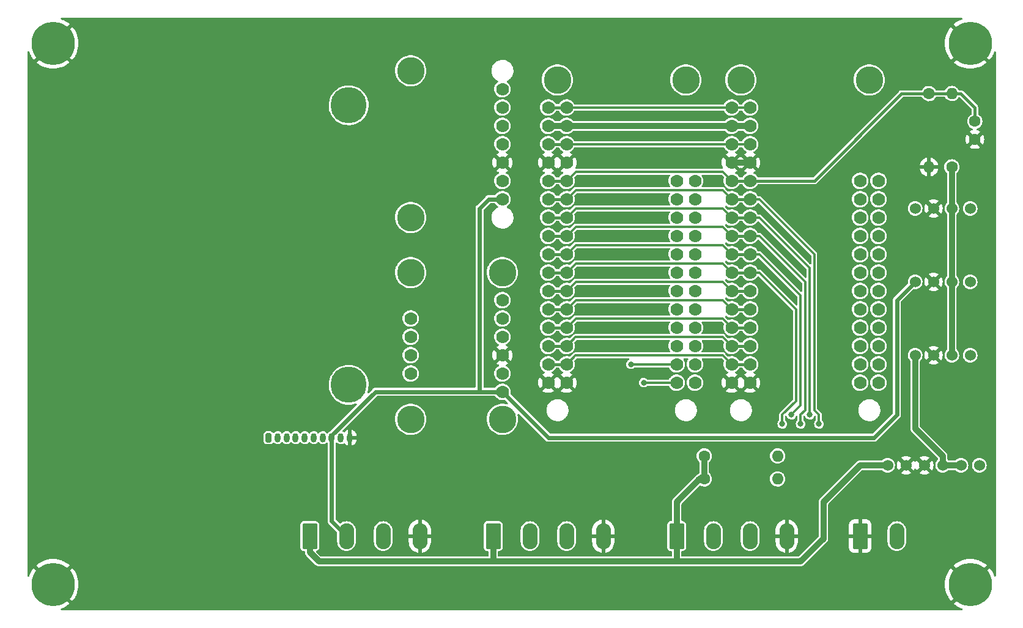
<source format=gtl>
G04 #@! TF.GenerationSoftware,KiCad,Pcbnew,(6.0.2-0)*
G04 #@! TF.CreationDate,2022-04-17T22:51:48-04:00*
G04 #@! TF.ProjectId,Cryologger AWS,4372796f-6c6f-4676-9765-72204157532e,rev?*
G04 #@! TF.SameCoordinates,Original*
G04 #@! TF.FileFunction,Copper,L1,Top*
G04 #@! TF.FilePolarity,Positive*
%FSLAX46Y46*%
G04 Gerber Fmt 4.6, Leading zero omitted, Abs format (unit mm)*
G04 Created by KiCad (PCBNEW (6.0.2-0)) date 2022-04-17 22:51:48*
%MOMM*%
%LPD*%
G01*
G04 APERTURE LIST*
G04 Aperture macros list*
%AMRoundRect*
0 Rectangle with rounded corners*
0 $1 Rounding radius*
0 $2 $3 $4 $5 $6 $7 $8 $9 X,Y pos of 4 corners*
0 Add a 4 corners polygon primitive as box body*
4,1,4,$2,$3,$4,$5,$6,$7,$8,$9,$2,$3,0*
0 Add four circle primitives for the rounded corners*
1,1,$1+$1,$2,$3*
1,1,$1+$1,$4,$5*
1,1,$1+$1,$6,$7*
1,1,$1+$1,$8,$9*
0 Add four rect primitives between the rounded corners*
20,1,$1+$1,$2,$3,$4,$5,0*
20,1,$1+$1,$4,$5,$6,$7,0*
20,1,$1+$1,$6,$7,$8,$9,0*
20,1,$1+$1,$8,$9,$2,$3,0*%
G04 Aperture macros list end*
G04 #@! TA.AperFunction,ComponentPad*
%ADD10C,1.524000*%
G04 #@! TD*
G04 #@! TA.AperFunction,ComponentPad*
%ADD11C,6.000000*%
G04 #@! TD*
G04 #@! TA.AperFunction,ComponentPad*
%ADD12C,1.778000*%
G04 #@! TD*
G04 #@! TA.AperFunction,ComponentPad*
%ADD13C,3.810000*%
G04 #@! TD*
G04 #@! TA.AperFunction,ComponentPad*
%ADD14RoundRect,0.200000X-0.200000X-0.450000X0.200000X-0.450000X0.200000X0.450000X-0.200000X0.450000X0*%
G04 #@! TD*
G04 #@! TA.AperFunction,ComponentPad*
%ADD15O,0.800000X1.300000*%
G04 #@! TD*
G04 #@! TA.AperFunction,WasherPad*
%ADD16C,3.810000*%
G04 #@! TD*
G04 #@! TA.AperFunction,ComponentPad*
%ADD17O,1.600000X1.600000*%
G04 #@! TD*
G04 #@! TA.AperFunction,ComponentPad*
%ADD18C,1.600000*%
G04 #@! TD*
G04 #@! TA.AperFunction,ComponentPad*
%ADD19C,4.999990*%
G04 #@! TD*
G04 #@! TA.AperFunction,ComponentPad*
%ADD20RoundRect,0.249999X-0.790001X-1.550001X0.790001X-1.550001X0.790001X1.550001X-0.790001X1.550001X0*%
G04 #@! TD*
G04 #@! TA.AperFunction,ComponentPad*
%ADD21O,2.080000X3.600000*%
G04 #@! TD*
G04 #@! TA.AperFunction,ViaPad*
%ADD22C,0.800000*%
G04 #@! TD*
G04 #@! TA.AperFunction,Conductor*
%ADD23C,0.812800*%
G04 #@! TD*
G04 #@! TA.AperFunction,Conductor*
%ADD24C,0.304800*%
G04 #@! TD*
G04 #@! TA.AperFunction,Conductor*
%ADD25C,0.609600*%
G04 #@! TD*
G04 #@! TA.AperFunction,Conductor*
%ADD26C,0.406400*%
G04 #@! TD*
G04 APERTURE END LIST*
D10*
X210820000Y-104140000D03*
X213360000Y-104140000D03*
X215900000Y-104140000D03*
X218440000Y-104140000D03*
X210820000Y-93980000D03*
X213360000Y-93980000D03*
X215900000Y-93980000D03*
X218440000Y-93980000D03*
X218440000Y-83820000D03*
X215900000Y-83820000D03*
X213360000Y-83820000D03*
X210820000Y-83820000D03*
D11*
X91440000Y-60960000D03*
D12*
X177800000Y-107950000D03*
X180340000Y-107950000D03*
X177800000Y-105410000D03*
X180340000Y-105410000D03*
X180340000Y-102870000D03*
X177800000Y-102870000D03*
X177800000Y-100330000D03*
X180340000Y-100330000D03*
X180340000Y-97790000D03*
X177800000Y-97790000D03*
X180340000Y-95250000D03*
X177800000Y-95250000D03*
X177800000Y-92710000D03*
X180340000Y-92710000D03*
X177800000Y-90170000D03*
X180340000Y-90170000D03*
X180340000Y-87630000D03*
X177800000Y-87630000D03*
X180340000Y-85090000D03*
X177800000Y-85090000D03*
X180340000Y-82550000D03*
X177800000Y-82550000D03*
X180340000Y-80010000D03*
X177800000Y-80010000D03*
X160020000Y-107950000D03*
X162560000Y-107950000D03*
X160020000Y-105410000D03*
X162560000Y-105410000D03*
X160020000Y-102870000D03*
X162560000Y-102870000D03*
X162560000Y-100330000D03*
X160020000Y-100330000D03*
X162560000Y-97790000D03*
X160020000Y-97790000D03*
X162560000Y-95250000D03*
X160020000Y-95250000D03*
X160020000Y-92710000D03*
X162560000Y-92710000D03*
X162560000Y-90170000D03*
X160020000Y-90170000D03*
X162560000Y-87630000D03*
X160020000Y-87630000D03*
X162560000Y-85090000D03*
X160020000Y-85090000D03*
X160020000Y-82550000D03*
X162560000Y-82550000D03*
X162560000Y-80010000D03*
X160020000Y-80010000D03*
X162560000Y-77470000D03*
X160020000Y-77470000D03*
X160020000Y-74930000D03*
X162560000Y-74930000D03*
X162560000Y-72390000D03*
X160020000Y-72390000D03*
X162560000Y-69850000D03*
X160020000Y-69850000D03*
D13*
X179070000Y-66040000D03*
X161290000Y-66040000D03*
D11*
X218440000Y-135890000D03*
X218440000Y-60960000D03*
D12*
X203200000Y-107950000D03*
X205740000Y-107950000D03*
X203200000Y-105410000D03*
X205740000Y-105410000D03*
X203200000Y-102870000D03*
X205740000Y-102870000D03*
X205740000Y-100330000D03*
X203200000Y-100330000D03*
X203200000Y-97790000D03*
X205740000Y-97790000D03*
X205740000Y-95250000D03*
X203200000Y-95250000D03*
X203200000Y-92710000D03*
X205740000Y-92710000D03*
X203200000Y-90170000D03*
X205740000Y-90170000D03*
X205740000Y-87630000D03*
X203200000Y-87630000D03*
X205740000Y-85090000D03*
X203200000Y-85090000D03*
X203200000Y-82550000D03*
X205740000Y-82550000D03*
X203200000Y-80010000D03*
X205740000Y-80010000D03*
X185420000Y-107950000D03*
X187960000Y-107950000D03*
X185420000Y-105410000D03*
X187960000Y-105410000D03*
X185420000Y-102870000D03*
X187960000Y-102870000D03*
X185420000Y-100330000D03*
X187960000Y-100330000D03*
X187960000Y-97790000D03*
X185420000Y-97790000D03*
X187960000Y-95250000D03*
X185420000Y-95250000D03*
X185420000Y-92710000D03*
X187960000Y-92710000D03*
X185420000Y-90170000D03*
X187960000Y-90170000D03*
X185420000Y-87630000D03*
X187960000Y-87630000D03*
X187960000Y-85090000D03*
X185420000Y-85090000D03*
X187960000Y-82550000D03*
X185420000Y-82550000D03*
X187960000Y-80010000D03*
X185420000Y-80010000D03*
X187960000Y-77470000D03*
X185420000Y-77470000D03*
X187960000Y-74930000D03*
X185420000Y-74930000D03*
X185420000Y-72390000D03*
X187960000Y-72390000D03*
X185420000Y-69850000D03*
X187960000Y-69850000D03*
D13*
X204470000Y-66040000D03*
X186690000Y-66040000D03*
D14*
X121285000Y-115570000D03*
D15*
X122535000Y-115570000D03*
X123785000Y-115570000D03*
X125035000Y-115570000D03*
X126285000Y-115570000D03*
X127535000Y-115570000D03*
X128785000Y-115570000D03*
X130035000Y-115570000D03*
X131285000Y-115570000D03*
X132535000Y-115570000D03*
D12*
X140970000Y-99060000D03*
X140970000Y-101600000D03*
X140970000Y-104140000D03*
X140970000Y-106680000D03*
X153670000Y-96520000D03*
X153670000Y-99060000D03*
X153670000Y-101600000D03*
X153670000Y-104140000D03*
X153670000Y-106680000D03*
X153670000Y-109220000D03*
D16*
X140970000Y-113030000D03*
X153670000Y-113030000D03*
X140970000Y-92710000D03*
X153670000Y-92710000D03*
D11*
X91440000Y-135890000D03*
D17*
X215900000Y-67925000D03*
D18*
X215900000Y-78085000D03*
X219075000Y-74275000D03*
X219075000Y-71775000D03*
D19*
X132380000Y-69550000D03*
X132380000Y-108250000D03*
D17*
X212725000Y-78085000D03*
D18*
X212725000Y-67925000D03*
D12*
X153670000Y-67310000D03*
X153670000Y-69850000D03*
X153670000Y-72390000D03*
X153670000Y-74930000D03*
X153670000Y-77470000D03*
X153670000Y-80010000D03*
X153670000Y-82550000D03*
D16*
X140970000Y-64770000D03*
X140970000Y-85090000D03*
D20*
X203200000Y-129191500D03*
D21*
X208280000Y-129191500D03*
D18*
X181610000Y-121285000D03*
D17*
X191770000Y-121285000D03*
D18*
X181610000Y-118110000D03*
D17*
X191770000Y-118110000D03*
D20*
X152400000Y-129191500D03*
D21*
X157480000Y-129191500D03*
X162560000Y-129191500D03*
X167640000Y-129191500D03*
X142240000Y-129191500D03*
X137160000Y-129191500D03*
X132080000Y-129191500D03*
D20*
X127000000Y-129191500D03*
D10*
X207010000Y-119380000D03*
X209550000Y-119380000D03*
X212090000Y-119380000D03*
X217170000Y-119380000D03*
X214630000Y-119380000D03*
X219710000Y-119380000D03*
D20*
X177800000Y-129191500D03*
D21*
X182880000Y-129191500D03*
X187960000Y-129191500D03*
X193040000Y-129191500D03*
D22*
X173228000Y-107950000D03*
X193040000Y-87630000D03*
X193040000Y-90170000D03*
X193040000Y-92710000D03*
X193040000Y-95250000D03*
X192405000Y-113665000D03*
X193675000Y-112395000D03*
X194945000Y-113665000D03*
X197485000Y-113665000D03*
X185420000Y-128905000D03*
X134620000Y-128905000D03*
X160020000Y-128905000D03*
X208915000Y-73025000D03*
X217170000Y-126365000D03*
X218440000Y-112395000D03*
X171450000Y-105410000D03*
X196215000Y-112395000D03*
X91440000Y-67310000D03*
X113030000Y-88900000D03*
X91440000Y-110490000D03*
X147320000Y-74930000D03*
X147320000Y-102870000D03*
X123190000Y-78740000D03*
X102870000Y-78740000D03*
X102870000Y-99060000D03*
X123190000Y-100330000D03*
X147320000Y-66040000D03*
X147320000Y-83820000D03*
X147320000Y-95250000D03*
X147320000Y-110490000D03*
X170180000Y-66040000D03*
X170180000Y-111760000D03*
X134620000Y-88900000D03*
X91440000Y-88900000D03*
X139700000Y-74930000D03*
X195580000Y-66040000D03*
X113030000Y-67310000D03*
X113030000Y-110490000D03*
X195580000Y-76200000D03*
X170180000Y-76200000D03*
X156210000Y-100330000D03*
X170180000Y-85090000D03*
X219075000Y-78105000D03*
X156210000Y-119888000D03*
X160020000Y-134620000D03*
X120015000Y-125730000D03*
X195580000Y-85090000D03*
X170180000Y-120015000D03*
X200025000Y-102870000D03*
X147320000Y-125476000D03*
X134620000Y-134620000D03*
X139700000Y-120015000D03*
X182880000Y-100330000D03*
X182626000Y-107950000D03*
X200025000Y-100330000D03*
X182694853Y-114132300D03*
X212090000Y-88265000D03*
X195580000Y-82550000D03*
X212090000Y-97790000D03*
X205740000Y-134620000D03*
X198120000Y-121285000D03*
X170180000Y-100330000D03*
X185420000Y-134620000D03*
X182880000Y-80010000D03*
X104775000Y-135890000D03*
X170180000Y-92710000D03*
D23*
X214630000Y-119380000D02*
X214630000Y-118110000D01*
X214630000Y-118110000D02*
X210820000Y-114300000D01*
X210820000Y-114300000D02*
X210820000Y-104140000D01*
D24*
X177800000Y-107950000D02*
X173228000Y-107950000D01*
D25*
X210820000Y-93980000D02*
X208280000Y-96520000D01*
X208280000Y-96520000D02*
X208280000Y-112395000D01*
X208280000Y-112395000D02*
X205105000Y-115570000D01*
X160020000Y-115570000D02*
X153670000Y-109220000D01*
X205105000Y-115570000D02*
X160020000Y-115570000D01*
X130035000Y-115570000D02*
X130035000Y-127146500D01*
X130035000Y-127146500D02*
X132080000Y-129191500D01*
X150495000Y-109220000D02*
X136106099Y-109220000D01*
X136106099Y-109220000D02*
X130035000Y-115291099D01*
X130035000Y-115291099D02*
X130035000Y-115570000D01*
D24*
X187960000Y-92710000D02*
X189230000Y-92710000D01*
X194310000Y-97790000D02*
X194310000Y-110490000D01*
X189230000Y-92710000D02*
X194310000Y-97790000D01*
X194310000Y-110490000D02*
X192405000Y-112395000D01*
X192405000Y-112395000D02*
X192405000Y-113665000D01*
X187960000Y-90170000D02*
X189230000Y-90170000D01*
X194945000Y-95885000D02*
X194945000Y-111125000D01*
X189230000Y-90170000D02*
X194945000Y-95885000D01*
X194945000Y-111125000D02*
X193675000Y-112395000D01*
X187960000Y-87630000D02*
X189230000Y-87630000D01*
X189230000Y-87630000D02*
X195580000Y-93980000D01*
X195580000Y-93980000D02*
X195580000Y-111760000D01*
X195580000Y-111760000D02*
X194945000Y-112395000D01*
X194945000Y-112395000D02*
X194945000Y-113665000D01*
X187960000Y-85090000D02*
X189230000Y-85090000D01*
X189230000Y-85090000D02*
X196215000Y-92075000D01*
X196215000Y-92075000D02*
X196215000Y-112395000D01*
X187960000Y-82550000D02*
X189230000Y-82550000D01*
X197485000Y-112395000D02*
X197485000Y-113665000D01*
X189230000Y-82550000D02*
X196850000Y-90170000D01*
X196850000Y-90170000D02*
X196850000Y-111760000D01*
X196850000Y-111760000D02*
X197485000Y-112395000D01*
D23*
X207010000Y-119380000D02*
X203200000Y-119380000D01*
X203200000Y-119380000D02*
X198120000Y-124460000D01*
X198120000Y-124460000D02*
X198120000Y-129540000D01*
X198120000Y-129540000D02*
X194945000Y-132715000D01*
X194945000Y-132715000D02*
X177800000Y-132715000D01*
X177800000Y-129191500D02*
X177800000Y-124460000D01*
X177800000Y-124460000D02*
X180975000Y-121285000D01*
X180975000Y-121285000D02*
X181610000Y-121285000D01*
X214630000Y-119380000D02*
X217170000Y-119380000D01*
X215900000Y-83820000D02*
X215900000Y-78085000D01*
D26*
X215900000Y-67925000D02*
X217150000Y-67925000D01*
X217150000Y-67925000D02*
X219075000Y-69850000D01*
X219075000Y-69850000D02*
X219075000Y-71775000D01*
X212725000Y-67925000D02*
X215900000Y-67925000D01*
X196850000Y-80010000D02*
X208915000Y-67945000D01*
X208915000Y-67945000D02*
X208935000Y-67925000D01*
X208935000Y-67925000D02*
X212725000Y-67925000D01*
D25*
X153670000Y-82550000D02*
X151765000Y-82550000D01*
X151765000Y-82550000D02*
X150495000Y-83820000D01*
X150495000Y-83820000D02*
X150495000Y-109220000D01*
X150495000Y-109220000D02*
X153670000Y-109220000D01*
D26*
X130035000Y-115320000D02*
X130035000Y-127146500D01*
D23*
X177800000Y-129191500D02*
X177800000Y-132715000D01*
X215900000Y-93980000D02*
X215900000Y-104140000D01*
X215900000Y-83820000D02*
X215900000Y-93980000D01*
D24*
X177800000Y-105410000D02*
X171450000Y-105410000D01*
X162560000Y-69850000D02*
X185420000Y-69850000D01*
X185420000Y-69850000D02*
X187960000Y-69850000D01*
D26*
X160020000Y-69850000D02*
X162560000Y-69850000D01*
X160020000Y-74930000D02*
X162560000Y-74930000D01*
D24*
X185420000Y-74930000D02*
X187960000Y-74930000D01*
X162560000Y-74930000D02*
X185420000Y-74930000D01*
X163830000Y-93980000D02*
X184150000Y-93980000D01*
D26*
X160020000Y-95250000D02*
X162560000Y-95250000D01*
D24*
X162560000Y-95250000D02*
X163830000Y-93980000D01*
D26*
X185420000Y-95250000D02*
X187960000Y-95250000D01*
D24*
X184150000Y-93980000D02*
X185420000Y-95250000D01*
D26*
X160020000Y-97790000D02*
X162560000Y-97790000D01*
X185420000Y-97790000D02*
X187960000Y-97790000D01*
D24*
X162560000Y-97790000D02*
X163830000Y-96520000D01*
X184150000Y-96520000D02*
X185420000Y-97790000D01*
X163830000Y-96520000D02*
X184150000Y-96520000D01*
X163830000Y-99060000D02*
X184150000Y-99060000D01*
D26*
X185420000Y-100330000D02*
X187960000Y-100330000D01*
D24*
X162560000Y-100330000D02*
X163830000Y-99060000D01*
D26*
X160020000Y-100330000D02*
X162560000Y-100330000D01*
D24*
X184150000Y-99060000D02*
X185420000Y-100330000D01*
X163801401Y-101628599D02*
X162560000Y-102870000D01*
X185420000Y-102870000D02*
X184178599Y-101628599D01*
X184178599Y-101628599D02*
X163801401Y-101628599D01*
D26*
X187960000Y-102870000D02*
X185420000Y-102870000D01*
X162560000Y-102870000D02*
X160020000Y-102870000D01*
D24*
X184178599Y-104168599D02*
X163801401Y-104168599D01*
X163801401Y-104168599D02*
X162560000Y-105410000D01*
D26*
X162560000Y-105410000D02*
X160020000Y-105410000D01*
X187960000Y-105410000D02*
X185420000Y-105410000D01*
D24*
X185420000Y-105410000D02*
X184178599Y-104168599D01*
X163830000Y-81280000D02*
X184150000Y-81280000D01*
X184150000Y-81280000D02*
X185420000Y-82550000D01*
X162560000Y-82550000D02*
X163830000Y-81280000D01*
D26*
X185420000Y-82550000D02*
X187960000Y-82550000D01*
X160020000Y-82550000D02*
X162560000Y-82550000D01*
X185420000Y-80010000D02*
X187960000Y-80010000D01*
X160020000Y-80010000D02*
X162560000Y-80010000D01*
X187960000Y-80010000D02*
X196850000Y-80010000D01*
D24*
X163830000Y-78740000D02*
X184150000Y-78740000D01*
X162560000Y-80010000D02*
X163830000Y-78740000D01*
X184150000Y-78740000D02*
X185420000Y-80010000D01*
D26*
X185420000Y-85090000D02*
X187960000Y-85090000D01*
X160020000Y-85090000D02*
X162560000Y-85090000D01*
D24*
X184150000Y-83820000D02*
X185420000Y-85090000D01*
X163830000Y-83820000D02*
X184150000Y-83820000D01*
X162560000Y-85090000D02*
X163830000Y-83820000D01*
D26*
X185420000Y-87630000D02*
X187960000Y-87630000D01*
X160020000Y-87630000D02*
X162560000Y-87630000D01*
D24*
X184150000Y-86360000D02*
X185420000Y-87630000D01*
X163830000Y-86360000D02*
X184150000Y-86360000D01*
X162560000Y-87630000D02*
X163830000Y-86360000D01*
D23*
X185420000Y-77470000D02*
X187960000Y-77470000D01*
X162560000Y-72390000D02*
X160020000Y-72390000D01*
X185420000Y-72390000D02*
X187960000Y-72390000D01*
X185420000Y-72390000D02*
X162560000Y-72390000D01*
D24*
X163830000Y-88900000D02*
X184150000Y-88900000D01*
D26*
X185420000Y-90170000D02*
X187960000Y-90170000D01*
D24*
X162560000Y-90170000D02*
X163830000Y-88900000D01*
X184150000Y-88900000D02*
X185420000Y-90170000D01*
D26*
X160020000Y-90170000D02*
X162560000Y-90170000D01*
D24*
X162560000Y-92710000D02*
X163830000Y-91440000D01*
D26*
X160020000Y-92710000D02*
X162560000Y-92710000D01*
X185420000Y-92710000D02*
X187960000Y-92710000D01*
D24*
X184150000Y-91440000D02*
X185420000Y-92710000D01*
X163830000Y-91440000D02*
X184150000Y-91440000D01*
D23*
X127000000Y-131445000D02*
X128270000Y-132715000D01*
X127000000Y-129191500D02*
X127000000Y-131445000D01*
X181610000Y-121285000D02*
X181610000Y-118110000D01*
X152400000Y-132715000D02*
X177800000Y-132715000D01*
X128270000Y-132715000D02*
X152400000Y-132715000D01*
X152400000Y-129191500D02*
X152400000Y-132715000D01*
G04 #@! TA.AperFunction,Conductor*
G36*
X217303161Y-57424002D02*
G01*
X217349654Y-57477658D01*
X217359758Y-57547932D01*
X217330264Y-57612512D01*
X217280194Y-57647631D01*
X217014292Y-57749701D01*
X217008275Y-57752380D01*
X216686532Y-57916317D01*
X216680823Y-57919613D01*
X216377984Y-58116279D01*
X216372662Y-58120146D01*
X216158366Y-58293678D01*
X216149900Y-58305933D01*
X216156234Y-58317024D01*
X221082110Y-63242900D01*
X221095186Y-63250040D01*
X221105554Y-63242582D01*
X221279854Y-63027338D01*
X221283721Y-63022016D01*
X221480387Y-62719177D01*
X221483683Y-62713468D01*
X221647620Y-62391725D01*
X221650299Y-62385708D01*
X221752369Y-62119806D01*
X221795455Y-62063377D01*
X221862208Y-62039201D01*
X221931436Y-62054952D01*
X221981157Y-62105630D01*
X221996000Y-62164960D01*
X221996000Y-134685040D01*
X221975998Y-134753161D01*
X221922342Y-134799654D01*
X221852068Y-134809758D01*
X221787488Y-134780264D01*
X221752369Y-134730194D01*
X221650299Y-134464292D01*
X221647620Y-134458275D01*
X221483683Y-134136532D01*
X221480387Y-134130823D01*
X221283721Y-133827984D01*
X221279854Y-133822662D01*
X221106322Y-133608366D01*
X221094067Y-133599900D01*
X221082976Y-133606234D01*
X216157100Y-138532110D01*
X216149960Y-138545186D01*
X216157418Y-138555554D01*
X216372662Y-138729854D01*
X216377984Y-138733721D01*
X216680823Y-138930387D01*
X216686532Y-138933683D01*
X217008275Y-139097620D01*
X217014292Y-139100299D01*
X217280194Y-139202369D01*
X217336623Y-139245455D01*
X217360799Y-139312208D01*
X217345048Y-139381436D01*
X217294370Y-139431157D01*
X217235040Y-139446000D01*
X92644960Y-139446000D01*
X92576839Y-139425998D01*
X92530346Y-139372342D01*
X92520242Y-139302068D01*
X92549736Y-139237488D01*
X92599806Y-139202369D01*
X92865708Y-139100299D01*
X92871725Y-139097620D01*
X93193468Y-138933683D01*
X93199177Y-138930387D01*
X93502016Y-138733721D01*
X93507338Y-138729854D01*
X93721634Y-138556322D01*
X93730100Y-138544067D01*
X93723766Y-138532976D01*
X91081922Y-135891132D01*
X91804408Y-135891132D01*
X91804539Y-135892965D01*
X91808790Y-135899580D01*
X94082110Y-138172900D01*
X94095186Y-138180040D01*
X94105554Y-138172582D01*
X94279854Y-137957338D01*
X94283721Y-137952016D01*
X94480387Y-137649177D01*
X94483683Y-137643468D01*
X94647620Y-137321725D01*
X94650296Y-137315714D01*
X94779700Y-136978605D01*
X94781740Y-136972328D01*
X94875198Y-136623537D01*
X94876567Y-136617099D01*
X94933055Y-136260440D01*
X94933743Y-136253896D01*
X94952641Y-135893301D01*
X214927359Y-135893301D01*
X214946257Y-136253896D01*
X214946945Y-136260440D01*
X215003433Y-136617099D01*
X215004802Y-136623537D01*
X215098260Y-136972328D01*
X215100300Y-136978605D01*
X215229704Y-137315714D01*
X215232380Y-137321725D01*
X215396317Y-137643468D01*
X215399613Y-137649177D01*
X215596279Y-137952016D01*
X215600146Y-137957338D01*
X215773678Y-138171634D01*
X215785933Y-138180100D01*
X215797024Y-138173766D01*
X218067978Y-135902812D01*
X218075592Y-135888868D01*
X218075461Y-135887035D01*
X218071210Y-135880420D01*
X215797890Y-133607100D01*
X215784814Y-133599960D01*
X215774446Y-133607418D01*
X215600146Y-133822662D01*
X215596279Y-133827984D01*
X215399613Y-134130823D01*
X215396317Y-134136532D01*
X215232380Y-134458275D01*
X215229704Y-134464286D01*
X215100300Y-134801395D01*
X215098260Y-134807672D01*
X215004802Y-135156463D01*
X215003433Y-135162901D01*
X214946945Y-135519560D01*
X214946257Y-135526104D01*
X214927359Y-135886699D01*
X214927359Y-135893301D01*
X94952641Y-135893301D01*
X94952641Y-135886699D01*
X94933743Y-135526104D01*
X94933055Y-135519560D01*
X94876567Y-135162901D01*
X94875198Y-135156463D01*
X94781740Y-134807672D01*
X94779700Y-134801395D01*
X94650296Y-134464286D01*
X94647620Y-134458275D01*
X94483683Y-134136532D01*
X94480387Y-134130823D01*
X94283721Y-133827984D01*
X94279854Y-133822662D01*
X94106322Y-133608366D01*
X94094067Y-133599900D01*
X94082976Y-133606234D01*
X91812022Y-135877188D01*
X91804408Y-135891132D01*
X91081922Y-135891132D01*
X88797890Y-133607100D01*
X88784814Y-133599960D01*
X88774446Y-133607418D01*
X88600146Y-133822662D01*
X88596279Y-133827984D01*
X88399613Y-134130823D01*
X88396317Y-134136532D01*
X88232380Y-134458275D01*
X88229701Y-134464292D01*
X88127631Y-134730194D01*
X88084545Y-134786623D01*
X88017792Y-134810799D01*
X87948564Y-134795048D01*
X87898843Y-134744370D01*
X87884000Y-134685040D01*
X87884000Y-133235933D01*
X89149900Y-133235933D01*
X89156234Y-133247024D01*
X91427188Y-135517978D01*
X91441132Y-135525592D01*
X91442965Y-135525461D01*
X91449580Y-135521210D01*
X93722900Y-133247890D01*
X93730040Y-133234814D01*
X93722582Y-133224446D01*
X93507338Y-133050146D01*
X93502016Y-133046279D01*
X93199177Y-132849613D01*
X93193468Y-132846317D01*
X92871725Y-132682380D01*
X92865714Y-132679704D01*
X92528605Y-132550300D01*
X92522328Y-132548260D01*
X92173537Y-132454802D01*
X92167099Y-132453433D01*
X91810440Y-132396945D01*
X91803896Y-132396257D01*
X91443301Y-132377359D01*
X91436699Y-132377359D01*
X91076104Y-132396257D01*
X91069560Y-132396945D01*
X90712901Y-132453433D01*
X90706463Y-132454802D01*
X90357672Y-132548260D01*
X90351395Y-132550300D01*
X90014286Y-132679704D01*
X90008275Y-132682380D01*
X89686532Y-132846317D01*
X89680823Y-132849613D01*
X89377984Y-133046279D01*
X89372662Y-133050146D01*
X89158366Y-133223678D01*
X89149900Y-133235933D01*
X87884000Y-133235933D01*
X87884000Y-127593743D01*
X125705500Y-127593743D01*
X125705501Y-130789256D01*
X125705870Y-130792650D01*
X125705870Y-130792656D01*
X125706322Y-130796812D01*
X125712202Y-130850949D01*
X125762929Y-130986265D01*
X125768309Y-130993444D01*
X125768311Y-130993447D01*
X125826782Y-131071464D01*
X125849596Y-131101904D01*
X125856777Y-131107286D01*
X125958053Y-131183189D01*
X125958056Y-131183191D01*
X125965235Y-131188571D01*
X126041313Y-131217091D01*
X126093156Y-131236526D01*
X126093158Y-131236526D01*
X126100551Y-131239298D01*
X126108401Y-131240151D01*
X126108402Y-131240151D01*
X126158837Y-131245630D01*
X126162243Y-131246000D01*
X126213100Y-131246000D01*
X126281221Y-131266002D01*
X126327714Y-131319658D01*
X126339100Y-131372000D01*
X126339100Y-131417737D01*
X126338808Y-131426308D01*
X126335158Y-131479843D01*
X126336463Y-131487320D01*
X126336463Y-131487321D01*
X126345368Y-131538343D01*
X126346330Y-131544865D01*
X126353463Y-131603805D01*
X126356149Y-131610913D01*
X126357860Y-131617879D01*
X126359279Y-131623068D01*
X126361356Y-131629947D01*
X126362661Y-131637424D01*
X126386529Y-131691795D01*
X126389012Y-131697881D01*
X126410006Y-131753441D01*
X126414309Y-131759702D01*
X126417615Y-131766026D01*
X126420271Y-131770798D01*
X126423906Y-131776944D01*
X126426958Y-131783896D01*
X126431580Y-131789919D01*
X126463102Y-131831001D01*
X126466973Y-131836328D01*
X126500611Y-131885271D01*
X126506287Y-131890328D01*
X126543819Y-131923768D01*
X126549095Y-131928749D01*
X127783393Y-133163047D01*
X127789246Y-133169312D01*
X127824524Y-133209752D01*
X127837245Y-133218692D01*
X127873084Y-133243880D01*
X127878380Y-133247813D01*
X127925121Y-133284463D01*
X127932045Y-133287589D01*
X127938176Y-133291302D01*
X127942796Y-133293938D01*
X127949178Y-133297360D01*
X127955397Y-133301731D01*
X127962476Y-133304491D01*
X128010713Y-133323298D01*
X128016792Y-133325854D01*
X128070912Y-133350289D01*
X128078388Y-133351675D01*
X128085266Y-133353830D01*
X128090391Y-133355290D01*
X128097355Y-133357078D01*
X128104434Y-133359838D01*
X128111966Y-133360830D01*
X128111968Y-133360830D01*
X128137196Y-133364151D01*
X128163300Y-133367587D01*
X128169798Y-133368616D01*
X128228197Y-133379440D01*
X128235777Y-133379003D01*
X128235778Y-133379003D01*
X128285967Y-133376109D01*
X128293220Y-133375900D01*
X152391871Y-133375900D01*
X152392530Y-133375902D01*
X152476520Y-133376342D01*
X152477950Y-133375999D01*
X152479663Y-133375900D01*
X177791871Y-133375900D01*
X177792530Y-133375902D01*
X177876520Y-133376342D01*
X177877950Y-133375999D01*
X177879663Y-133375900D01*
X194917737Y-133375900D01*
X194926308Y-133376192D01*
X194979843Y-133379842D01*
X194987320Y-133378537D01*
X194987321Y-133378537D01*
X195012626Y-133374121D01*
X195038347Y-133369631D01*
X195044865Y-133368670D01*
X195063223Y-133366448D01*
X195096262Y-133362450D01*
X195096264Y-133362450D01*
X195103805Y-133361537D01*
X195110913Y-133358851D01*
X195117879Y-133357140D01*
X195123068Y-133355721D01*
X195129947Y-133353644D01*
X195137424Y-133352339D01*
X195191795Y-133328471D01*
X195197886Y-133325986D01*
X195198236Y-133325854D01*
X195215282Y-133319413D01*
X195246336Y-133307679D01*
X195246338Y-133307678D01*
X195253441Y-133304994D01*
X195259702Y-133300691D01*
X195266026Y-133297385D01*
X195270798Y-133294729D01*
X195276944Y-133291094D01*
X195283896Y-133288042D01*
X195331001Y-133251898D01*
X195336334Y-133248023D01*
X195336638Y-133247814D01*
X195353925Y-133235933D01*
X216149900Y-133235933D01*
X216156234Y-133247024D01*
X218427188Y-135517978D01*
X218441132Y-135525592D01*
X218442965Y-135525461D01*
X218449580Y-135521210D01*
X220722900Y-133247890D01*
X220730040Y-133234814D01*
X220722582Y-133224446D01*
X220507338Y-133050146D01*
X220502016Y-133046279D01*
X220199177Y-132849613D01*
X220193468Y-132846317D01*
X219871725Y-132682380D01*
X219865714Y-132679704D01*
X219528605Y-132550300D01*
X219522328Y-132548260D01*
X219173537Y-132454802D01*
X219167099Y-132453433D01*
X218810440Y-132396945D01*
X218803896Y-132396257D01*
X218443301Y-132377359D01*
X218436699Y-132377359D01*
X218076104Y-132396257D01*
X218069560Y-132396945D01*
X217712901Y-132453433D01*
X217706463Y-132454802D01*
X217357672Y-132548260D01*
X217351395Y-132550300D01*
X217014286Y-132679704D01*
X217008275Y-132682380D01*
X216686532Y-132846317D01*
X216680823Y-132849613D01*
X216377984Y-133046279D01*
X216372662Y-133050146D01*
X216158366Y-133223678D01*
X216149900Y-133235933D01*
X195353925Y-133235933D01*
X195385271Y-133214389D01*
X195423769Y-133171180D01*
X195428749Y-133165905D01*
X197806055Y-130788598D01*
X201652000Y-130788598D01*
X201652337Y-130795113D01*
X201662256Y-130890705D01*
X201665150Y-130904104D01*
X201716588Y-131058285D01*
X201722762Y-131071464D01*
X201808063Y-131209310D01*
X201817099Y-131220709D01*
X201931828Y-131335238D01*
X201943239Y-131344250D01*
X202081242Y-131429316D01*
X202094423Y-131435463D01*
X202248709Y-131486638D01*
X202262085Y-131489505D01*
X202356437Y-131499172D01*
X202362853Y-131499500D01*
X202927885Y-131499500D01*
X202943124Y-131495025D01*
X202944329Y-131493635D01*
X202946000Y-131485952D01*
X202946000Y-131481385D01*
X203454000Y-131481385D01*
X203458475Y-131496624D01*
X203459865Y-131497829D01*
X203467548Y-131499500D01*
X204037098Y-131499500D01*
X204043613Y-131499163D01*
X204139205Y-131489244D01*
X204152604Y-131486350D01*
X204306785Y-131434912D01*
X204319964Y-131428738D01*
X204457810Y-131343437D01*
X204469209Y-131334401D01*
X204583738Y-131219672D01*
X204592750Y-131208261D01*
X204677816Y-131070258D01*
X204683963Y-131057077D01*
X204735138Y-130902791D01*
X204738005Y-130889415D01*
X204747672Y-130795063D01*
X204748000Y-130788647D01*
X204748000Y-130008023D01*
X206985500Y-130008023D01*
X206985738Y-130010739D01*
X206985738Y-130010748D01*
X206987126Y-130026614D01*
X207000296Y-130177146D01*
X207058921Y-130395936D01*
X207154648Y-130601222D01*
X207284567Y-130786767D01*
X207444733Y-130946933D01*
X207449241Y-130950090D01*
X207449244Y-130950092D01*
X207622582Y-131071464D01*
X207630277Y-131076852D01*
X207635259Y-131079175D01*
X207635264Y-131079178D01*
X207818637Y-131164686D01*
X207835564Y-131172579D01*
X207840872Y-131174001D01*
X207840874Y-131174002D01*
X207907002Y-131191721D01*
X208054354Y-131231204D01*
X208280000Y-131250945D01*
X208505646Y-131231204D01*
X208652998Y-131191721D01*
X208719126Y-131174002D01*
X208719128Y-131174001D01*
X208724436Y-131172579D01*
X208729418Y-131170256D01*
X208924741Y-131079175D01*
X208924744Y-131079173D01*
X208929722Y-131076852D01*
X209115267Y-130946933D01*
X209275433Y-130786767D01*
X209405352Y-130601222D01*
X209501079Y-130395936D01*
X209559704Y-130177146D01*
X209572874Y-130026614D01*
X209574262Y-130010748D01*
X209574262Y-130010739D01*
X209574500Y-130008023D01*
X209574500Y-128374977D01*
X209573750Y-128366396D01*
X209560183Y-128211333D01*
X209559704Y-128205854D01*
X209501079Y-127987064D01*
X209405352Y-127781778D01*
X209275433Y-127596233D01*
X209115267Y-127436067D01*
X209110759Y-127432910D01*
X209110756Y-127432908D01*
X208934232Y-127309305D01*
X208934229Y-127309303D01*
X208929723Y-127306148D01*
X208924741Y-127303825D01*
X208924736Y-127303822D01*
X208729418Y-127212744D01*
X208729417Y-127212743D01*
X208724436Y-127210421D01*
X208719128Y-127208999D01*
X208719126Y-127208998D01*
X208651729Y-127190939D01*
X208505646Y-127151796D01*
X208280000Y-127132055D01*
X208054354Y-127151796D01*
X207908271Y-127190939D01*
X207840874Y-127208998D01*
X207840872Y-127208999D01*
X207835564Y-127210421D01*
X207830584Y-127212743D01*
X207830582Y-127212744D01*
X207635259Y-127303825D01*
X207635256Y-127303827D01*
X207630278Y-127306148D01*
X207444733Y-127436067D01*
X207284567Y-127596233D01*
X207154648Y-127781778D01*
X207058921Y-127987064D01*
X207000296Y-128205854D01*
X206999817Y-128211333D01*
X206986251Y-128366396D01*
X206985500Y-128374977D01*
X206985500Y-130008023D01*
X204748000Y-130008023D01*
X204748000Y-129463615D01*
X204743525Y-129448376D01*
X204742135Y-129447171D01*
X204734452Y-129445500D01*
X203472115Y-129445500D01*
X203456876Y-129449975D01*
X203455671Y-129451365D01*
X203454000Y-129459048D01*
X203454000Y-131481385D01*
X202946000Y-131481385D01*
X202946000Y-129463615D01*
X202941525Y-129448376D01*
X202940135Y-129447171D01*
X202932452Y-129445500D01*
X201670115Y-129445500D01*
X201654876Y-129449975D01*
X201653671Y-129451365D01*
X201652000Y-129459048D01*
X201652000Y-130788598D01*
X197806055Y-130788598D01*
X198568039Y-130026614D01*
X198574305Y-130020760D01*
X198609027Y-129990470D01*
X198614752Y-129985476D01*
X198648893Y-129936898D01*
X198652825Y-129931604D01*
X198684777Y-129890855D01*
X198689463Y-129884879D01*
X198692589Y-129877955D01*
X198696302Y-129871824D01*
X198698938Y-129867204D01*
X198702360Y-129860822D01*
X198706731Y-129854603D01*
X198728299Y-129799286D01*
X198730854Y-129793207D01*
X198752161Y-129746015D01*
X198755289Y-129739088D01*
X198756675Y-129731612D01*
X198758830Y-129724734D01*
X198760290Y-129719609D01*
X198762078Y-129712645D01*
X198764838Y-129705566D01*
X198772587Y-129646700D01*
X198773618Y-129640189D01*
X198783056Y-129589268D01*
X198784440Y-129581803D01*
X198781109Y-129524032D01*
X198780900Y-129516780D01*
X198780900Y-128919385D01*
X201652000Y-128919385D01*
X201656475Y-128934624D01*
X201657865Y-128935829D01*
X201665548Y-128937500D01*
X202927885Y-128937500D01*
X202943124Y-128933025D01*
X202944329Y-128931635D01*
X202946000Y-128923952D01*
X202946000Y-128919385D01*
X203454000Y-128919385D01*
X203458475Y-128934624D01*
X203459865Y-128935829D01*
X203467548Y-128937500D01*
X204729885Y-128937500D01*
X204745124Y-128933025D01*
X204746329Y-128931635D01*
X204748000Y-128923952D01*
X204748000Y-127594402D01*
X204747663Y-127587887D01*
X204737744Y-127492295D01*
X204734850Y-127478896D01*
X204683412Y-127324715D01*
X204677238Y-127311536D01*
X204591937Y-127173690D01*
X204582901Y-127162291D01*
X204468172Y-127047762D01*
X204456761Y-127038750D01*
X204318758Y-126953684D01*
X204305577Y-126947537D01*
X204151291Y-126896362D01*
X204137915Y-126893495D01*
X204043563Y-126883828D01*
X204037146Y-126883500D01*
X203472115Y-126883500D01*
X203456876Y-126887975D01*
X203455671Y-126889365D01*
X203454000Y-126897048D01*
X203454000Y-128919385D01*
X202946000Y-128919385D01*
X202946000Y-126901615D01*
X202941525Y-126886376D01*
X202940135Y-126885171D01*
X202932452Y-126883500D01*
X202362902Y-126883500D01*
X202356387Y-126883837D01*
X202260795Y-126893756D01*
X202247396Y-126896650D01*
X202093215Y-126948088D01*
X202080036Y-126954262D01*
X201942190Y-127039563D01*
X201930791Y-127048599D01*
X201816262Y-127163328D01*
X201807250Y-127174739D01*
X201722184Y-127312742D01*
X201716037Y-127325923D01*
X201664862Y-127480209D01*
X201661995Y-127493585D01*
X201652328Y-127587937D01*
X201652000Y-127594354D01*
X201652000Y-128919385D01*
X198780900Y-128919385D01*
X198780900Y-124785944D01*
X198800902Y-124717823D01*
X198817805Y-124696849D01*
X203075876Y-120438777D01*
X208855777Y-120438777D01*
X208865074Y-120450793D01*
X208908069Y-120480898D01*
X208917555Y-120486376D01*
X209108993Y-120575645D01*
X209119285Y-120579391D01*
X209323309Y-120634059D01*
X209334104Y-120635962D01*
X209544525Y-120654372D01*
X209555475Y-120654372D01*
X209765896Y-120635962D01*
X209776691Y-120634059D01*
X209980715Y-120579391D01*
X209991007Y-120575645D01*
X210182445Y-120486376D01*
X210191931Y-120480898D01*
X210235764Y-120450207D01*
X210244139Y-120439729D01*
X210243639Y-120438777D01*
X211395777Y-120438777D01*
X211405074Y-120450793D01*
X211448069Y-120480898D01*
X211457555Y-120486376D01*
X211648993Y-120575645D01*
X211659285Y-120579391D01*
X211863309Y-120634059D01*
X211874104Y-120635962D01*
X212084525Y-120654372D01*
X212095475Y-120654372D01*
X212305896Y-120635962D01*
X212316691Y-120634059D01*
X212520715Y-120579391D01*
X212531007Y-120575645D01*
X212722445Y-120486376D01*
X212731931Y-120480898D01*
X212775764Y-120450207D01*
X212784139Y-120439729D01*
X212777071Y-120426281D01*
X212102812Y-119752022D01*
X212088868Y-119744408D01*
X212087035Y-119744539D01*
X212080420Y-119748790D01*
X211402207Y-120427003D01*
X211395777Y-120438777D01*
X210243639Y-120438777D01*
X210237071Y-120426281D01*
X209562812Y-119752022D01*
X209548868Y-119744408D01*
X209547035Y-119744539D01*
X209540420Y-119748790D01*
X208862207Y-120427003D01*
X208855777Y-120438777D01*
X203075876Y-120438777D01*
X203436848Y-120077805D01*
X203499160Y-120043779D01*
X203525943Y-120040900D01*
X206175793Y-120040900D01*
X206243914Y-120060902D01*
X206266253Y-120081134D01*
X206267144Y-120080274D01*
X206271424Y-120084706D01*
X206275253Y-120089537D01*
X206427063Y-120218737D01*
X206432441Y-120221743D01*
X206432443Y-120221744D01*
X206540972Y-120282398D01*
X206601076Y-120315989D01*
X206606935Y-120317893D01*
X206606938Y-120317894D01*
X206642701Y-120329514D01*
X206790665Y-120377591D01*
X206796775Y-120378320D01*
X206796777Y-120378320D01*
X206864314Y-120386373D01*
X206988609Y-120401194D01*
X206994744Y-120400722D01*
X206994746Y-120400722D01*
X207181226Y-120386373D01*
X207181231Y-120386372D01*
X207187367Y-120385900D01*
X207193297Y-120384244D01*
X207193299Y-120384244D01*
X207283369Y-120359096D01*
X207379370Y-120332292D01*
X207384870Y-120329514D01*
X207551802Y-120245191D01*
X207551804Y-120245190D01*
X207557303Y-120242412D01*
X207714390Y-120119682D01*
X207736962Y-120093532D01*
X207840618Y-119973446D01*
X207840619Y-119973444D01*
X207844647Y-119968778D01*
X207943112Y-119795448D01*
X208006035Y-119606294D01*
X208028963Y-119424805D01*
X208046009Y-119385720D01*
X208045524Y-119384797D01*
X208261296Y-119384797D01*
X208278361Y-119420531D01*
X208279490Y-119429615D01*
X208294038Y-119595896D01*
X208295941Y-119606691D01*
X208350609Y-119810715D01*
X208354355Y-119821007D01*
X208443623Y-120012441D01*
X208449103Y-120021932D01*
X208479794Y-120065765D01*
X208490271Y-120074140D01*
X208503718Y-120067072D01*
X209177978Y-119392812D01*
X209184356Y-119381132D01*
X209914408Y-119381132D01*
X209914539Y-119382965D01*
X209918790Y-119389580D01*
X210597003Y-120067793D01*
X210608777Y-120074223D01*
X210620793Y-120064926D01*
X210650897Y-120021932D01*
X210656377Y-120012441D01*
X210705805Y-119906443D01*
X210752722Y-119853158D01*
X210821000Y-119833697D01*
X210888960Y-119854239D01*
X210934195Y-119906443D01*
X210983623Y-120012441D01*
X210989103Y-120021932D01*
X211019794Y-120065765D01*
X211030271Y-120074140D01*
X211043718Y-120067072D01*
X211717978Y-119392812D01*
X211724356Y-119381132D01*
X212454408Y-119381132D01*
X212454539Y-119382965D01*
X212458790Y-119389580D01*
X213137003Y-120067793D01*
X213148777Y-120074223D01*
X213160793Y-120064926D01*
X213190897Y-120021932D01*
X213196377Y-120012441D01*
X213285645Y-119821007D01*
X213289391Y-119810715D01*
X213344059Y-119606691D01*
X213345963Y-119595895D01*
X213361782Y-119415075D01*
X213377034Y-119376084D01*
X213362395Y-119346502D01*
X213360974Y-119335682D01*
X213345962Y-119164104D01*
X213344059Y-119153309D01*
X213289391Y-118949285D01*
X213285645Y-118938993D01*
X213196377Y-118747559D01*
X213190897Y-118738068D01*
X213160206Y-118694235D01*
X213149729Y-118685860D01*
X213136282Y-118692928D01*
X212462022Y-119367188D01*
X212454408Y-119381132D01*
X211724356Y-119381132D01*
X211725592Y-119378868D01*
X211725461Y-119377035D01*
X211721210Y-119370420D01*
X211042997Y-118692207D01*
X211031223Y-118685777D01*
X211019207Y-118695074D01*
X210989103Y-118738068D01*
X210983623Y-118747559D01*
X210934195Y-118853557D01*
X210887278Y-118906842D01*
X210819000Y-118926303D01*
X210751040Y-118905761D01*
X210705805Y-118853557D01*
X210656377Y-118747559D01*
X210650897Y-118738068D01*
X210620206Y-118694235D01*
X210609729Y-118685860D01*
X210596282Y-118692928D01*
X209922022Y-119367188D01*
X209914408Y-119381132D01*
X209184356Y-119381132D01*
X209185592Y-119378868D01*
X209185461Y-119377035D01*
X209181210Y-119370420D01*
X208502997Y-118692207D01*
X208491223Y-118685777D01*
X208479207Y-118695074D01*
X208449103Y-118738068D01*
X208443623Y-118747559D01*
X208354355Y-118938993D01*
X208350609Y-118949285D01*
X208295941Y-119153309D01*
X208294037Y-119164105D01*
X208278600Y-119340559D01*
X208261296Y-119384797D01*
X208045524Y-119384797D01*
X208029549Y-119354405D01*
X208027680Y-119341874D01*
X208012566Y-119187740D01*
X208011965Y-119181606D01*
X208010184Y-119175707D01*
X208010183Y-119175702D01*
X207956129Y-118996667D01*
X207954348Y-118990768D01*
X207893489Y-118876308D01*
X207863655Y-118820198D01*
X207863653Y-118820195D01*
X207860761Y-118814756D01*
X207856871Y-118809986D01*
X207856868Y-118809982D01*
X207738663Y-118665049D01*
X207738658Y-118665044D01*
X207734768Y-118660274D01*
X207717952Y-118646362D01*
X207585919Y-118537135D01*
X207581170Y-118533206D01*
X207405815Y-118438392D01*
X207215385Y-118379444D01*
X207209260Y-118378800D01*
X207209259Y-118378800D01*
X207023260Y-118359251D01*
X207023258Y-118359251D01*
X207017131Y-118358607D01*
X206894252Y-118369790D01*
X206824746Y-118376115D01*
X206824745Y-118376115D01*
X206818605Y-118376674D01*
X206812691Y-118378415D01*
X206812689Y-118378415D01*
X206682539Y-118416721D01*
X206627370Y-118432958D01*
X206450709Y-118525314D01*
X206445909Y-118529174D01*
X206445908Y-118529174D01*
X206440893Y-118533206D01*
X206295351Y-118650225D01*
X206291393Y-118654942D01*
X206291391Y-118654944D01*
X206275325Y-118674091D01*
X206216215Y-118713418D01*
X206178803Y-118719100D01*
X203227263Y-118719100D01*
X203218692Y-118718808D01*
X203165157Y-118715158D01*
X203106648Y-118725370D01*
X203100136Y-118726330D01*
X203087015Y-118727918D01*
X203048737Y-118732550D01*
X203048734Y-118732551D01*
X203041195Y-118733463D01*
X203034089Y-118736148D01*
X203027136Y-118737856D01*
X203021963Y-118739271D01*
X203015061Y-118741355D01*
X203007577Y-118742661D01*
X203000624Y-118745713D01*
X203000618Y-118745715D01*
X202953224Y-118766520D01*
X202947115Y-118769013D01*
X202898669Y-118787319D01*
X202898667Y-118787320D01*
X202891559Y-118790006D01*
X202885297Y-118794310D01*
X202878935Y-118797636D01*
X202874247Y-118800246D01*
X202868060Y-118803905D01*
X202861104Y-118806958D01*
X202855078Y-118811582D01*
X202813999Y-118843102D01*
X202808672Y-118846973D01*
X202759729Y-118880611D01*
X202754672Y-118886287D01*
X202721232Y-118923819D01*
X202716251Y-118929095D01*
X197671961Y-123973386D01*
X197665696Y-123979239D01*
X197625248Y-124014524D01*
X197620881Y-124020738D01*
X197591109Y-124063099D01*
X197587177Y-124068393D01*
X197550537Y-124115121D01*
X197547411Y-124122045D01*
X197543698Y-124128176D01*
X197541062Y-124132796D01*
X197537640Y-124139178D01*
X197533269Y-124145397D01*
X197530509Y-124152476D01*
X197511702Y-124200713D01*
X197509146Y-124206792D01*
X197484711Y-124260912D01*
X197483325Y-124268388D01*
X197481170Y-124275266D01*
X197479710Y-124280391D01*
X197477922Y-124287355D01*
X197475162Y-124294434D01*
X197474170Y-124301966D01*
X197474170Y-124301968D01*
X197467414Y-124353292D01*
X197466384Y-124359798D01*
X197455560Y-124418197D01*
X197455997Y-124425777D01*
X197455997Y-124425778D01*
X197458891Y-124475967D01*
X197459100Y-124483220D01*
X197459100Y-129214056D01*
X197439098Y-129282177D01*
X197422195Y-129303151D01*
X194708152Y-132017195D01*
X194645840Y-132051221D01*
X194619057Y-132054100D01*
X178586900Y-132054100D01*
X178518779Y-132034098D01*
X178472286Y-131980442D01*
X178460900Y-131928100D01*
X178460900Y-131371999D01*
X178480902Y-131303878D01*
X178534558Y-131257385D01*
X178586900Y-131245999D01*
X178637756Y-131245999D01*
X178641150Y-131245630D01*
X178641156Y-131245630D01*
X178691591Y-131240152D01*
X178691595Y-131240151D01*
X178699449Y-131239298D01*
X178834765Y-131188571D01*
X178841944Y-131183191D01*
X178841947Y-131183189D01*
X178943223Y-131107286D01*
X178950404Y-131101904D01*
X178973218Y-131071464D01*
X179031689Y-130993447D01*
X179031691Y-130993444D01*
X179037071Y-130986265D01*
X179073378Y-130889415D01*
X179085026Y-130858344D01*
X179085026Y-130858342D01*
X179087798Y-130850949D01*
X179094500Y-130789257D01*
X179094500Y-130008023D01*
X181585500Y-130008023D01*
X181585738Y-130010739D01*
X181585738Y-130010748D01*
X181587126Y-130026614D01*
X181600296Y-130177146D01*
X181658921Y-130395936D01*
X181754648Y-130601222D01*
X181884567Y-130786767D01*
X182044733Y-130946933D01*
X182049241Y-130950090D01*
X182049244Y-130950092D01*
X182222582Y-131071464D01*
X182230277Y-131076852D01*
X182235259Y-131079175D01*
X182235264Y-131079178D01*
X182418637Y-131164686D01*
X182435564Y-131172579D01*
X182440872Y-131174001D01*
X182440874Y-131174002D01*
X182507002Y-131191721D01*
X182654354Y-131231204D01*
X182880000Y-131250945D01*
X183105646Y-131231204D01*
X183252998Y-131191721D01*
X183319126Y-131174002D01*
X183319128Y-131174001D01*
X183324436Y-131172579D01*
X183329418Y-131170256D01*
X183524741Y-131079175D01*
X183524744Y-131079173D01*
X183529722Y-131076852D01*
X183715267Y-130946933D01*
X183875433Y-130786767D01*
X184005352Y-130601222D01*
X184101079Y-130395936D01*
X184159704Y-130177146D01*
X184172874Y-130026614D01*
X184174262Y-130010748D01*
X184174262Y-130010739D01*
X184174500Y-130008023D01*
X186665500Y-130008023D01*
X186665738Y-130010739D01*
X186665738Y-130010748D01*
X186667126Y-130026614D01*
X186680296Y-130177146D01*
X186738921Y-130395936D01*
X186834648Y-130601222D01*
X186964567Y-130786767D01*
X187124733Y-130946933D01*
X187129241Y-130950090D01*
X187129244Y-130950092D01*
X187302582Y-131071464D01*
X187310277Y-131076852D01*
X187315259Y-131079175D01*
X187315264Y-131079178D01*
X187498637Y-131164686D01*
X187515564Y-131172579D01*
X187520872Y-131174001D01*
X187520874Y-131174002D01*
X187587002Y-131191721D01*
X187734354Y-131231204D01*
X187960000Y-131250945D01*
X188185646Y-131231204D01*
X188332998Y-131191721D01*
X188399126Y-131174002D01*
X188399128Y-131174001D01*
X188404436Y-131172579D01*
X188409418Y-131170256D01*
X188604741Y-131079175D01*
X188604744Y-131079173D01*
X188609722Y-131076852D01*
X188795267Y-130946933D01*
X188955433Y-130786767D01*
X189085352Y-130601222D01*
X189181079Y-130395936D01*
X189239704Y-130177146D01*
X189252874Y-130026614D01*
X189254190Y-130011572D01*
X191492000Y-130011572D01*
X191492202Y-130016604D01*
X191506536Y-130194759D01*
X191508148Y-130204712D01*
X191565154Y-130436800D01*
X191568337Y-130446370D01*
X191661718Y-130666360D01*
X191666392Y-130675299D01*
X191793739Y-130877524D01*
X191799780Y-130885599D01*
X191957827Y-131064868D01*
X191965079Y-131071871D01*
X192149750Y-131223562D01*
X192158033Y-131229318D01*
X192364579Y-131349531D01*
X192373684Y-131353893D01*
X192596785Y-131439534D01*
X192606474Y-131442385D01*
X192768264Y-131476185D01*
X192782325Y-131475062D01*
X192786000Y-131464954D01*
X192786000Y-131462358D01*
X193294000Y-131462358D01*
X193298136Y-131476444D01*
X193311114Y-131478493D01*
X193336631Y-131475540D01*
X193346521Y-131473581D01*
X193576476Y-131408511D01*
X193585927Y-131404997D01*
X193802528Y-131303994D01*
X193811292Y-131299015D01*
X194008951Y-131164686D01*
X194016815Y-131158362D01*
X194190451Y-130994164D01*
X194197210Y-130986657D01*
X194342357Y-130796812D01*
X194347821Y-130788333D01*
X194460752Y-130577717D01*
X194464792Y-130568471D01*
X194542596Y-130342513D01*
X194545107Y-130332732D01*
X194585969Y-130096166D01*
X194586824Y-130088294D01*
X194587936Y-130063815D01*
X194588000Y-130060982D01*
X194588000Y-129463615D01*
X194583525Y-129448376D01*
X194582135Y-129447171D01*
X194574452Y-129445500D01*
X193312115Y-129445500D01*
X193296876Y-129449975D01*
X193295671Y-129451365D01*
X193294000Y-129459048D01*
X193294000Y-131462358D01*
X192786000Y-131462358D01*
X192786000Y-129463615D01*
X192781525Y-129448376D01*
X192780135Y-129447171D01*
X192772452Y-129445500D01*
X191510115Y-129445500D01*
X191494876Y-129449975D01*
X191493671Y-129451365D01*
X191492000Y-129459048D01*
X191492000Y-130011572D01*
X189254190Y-130011572D01*
X189254262Y-130010748D01*
X189254262Y-130010739D01*
X189254500Y-130008023D01*
X189254500Y-128919385D01*
X191492000Y-128919385D01*
X191496475Y-128934624D01*
X191497865Y-128935829D01*
X191505548Y-128937500D01*
X192767885Y-128937500D01*
X192783124Y-128933025D01*
X192784329Y-128931635D01*
X192786000Y-128923952D01*
X192786000Y-128919385D01*
X193294000Y-128919385D01*
X193298475Y-128934624D01*
X193299865Y-128935829D01*
X193307548Y-128937500D01*
X194569885Y-128937500D01*
X194585124Y-128933025D01*
X194586329Y-128931635D01*
X194588000Y-128923952D01*
X194588000Y-128371428D01*
X194587798Y-128366396D01*
X194573464Y-128188241D01*
X194571852Y-128178288D01*
X194514846Y-127946200D01*
X194511663Y-127936630D01*
X194418282Y-127716640D01*
X194413608Y-127707701D01*
X194286261Y-127505476D01*
X194280220Y-127497401D01*
X194122173Y-127318132D01*
X194114921Y-127311129D01*
X193930250Y-127159438D01*
X193921967Y-127153682D01*
X193715421Y-127033469D01*
X193706316Y-127029107D01*
X193483215Y-126943466D01*
X193473526Y-126940615D01*
X193311736Y-126906815D01*
X193297675Y-126907938D01*
X193294000Y-126918046D01*
X193294000Y-128919385D01*
X192786000Y-128919385D01*
X192786000Y-126920642D01*
X192781864Y-126906556D01*
X192768886Y-126904507D01*
X192743369Y-126907460D01*
X192733479Y-126909419D01*
X192503524Y-126974489D01*
X192494073Y-126978003D01*
X192277472Y-127079006D01*
X192268708Y-127083985D01*
X192071049Y-127218314D01*
X192063185Y-127224638D01*
X191889549Y-127388836D01*
X191882790Y-127396343D01*
X191737643Y-127586188D01*
X191732179Y-127594667D01*
X191619248Y-127805283D01*
X191615208Y-127814529D01*
X191537404Y-128040487D01*
X191534893Y-128050268D01*
X191494031Y-128286834D01*
X191493176Y-128294706D01*
X191492064Y-128319185D01*
X191492000Y-128322018D01*
X191492000Y-128919385D01*
X189254500Y-128919385D01*
X189254500Y-128374977D01*
X189253750Y-128366396D01*
X189240183Y-128211333D01*
X189239704Y-128205854D01*
X189181079Y-127987064D01*
X189085352Y-127781778D01*
X188955433Y-127596233D01*
X188795267Y-127436067D01*
X188790759Y-127432910D01*
X188790756Y-127432908D01*
X188614232Y-127309305D01*
X188614229Y-127309303D01*
X188609723Y-127306148D01*
X188604741Y-127303825D01*
X188604736Y-127303822D01*
X188409418Y-127212744D01*
X188409417Y-127212743D01*
X188404436Y-127210421D01*
X188399128Y-127208999D01*
X188399126Y-127208998D01*
X188331729Y-127190939D01*
X188185646Y-127151796D01*
X187960000Y-127132055D01*
X187734354Y-127151796D01*
X187588271Y-127190939D01*
X187520874Y-127208998D01*
X187520872Y-127208999D01*
X187515564Y-127210421D01*
X187510584Y-127212743D01*
X187510582Y-127212744D01*
X187315259Y-127303825D01*
X187315256Y-127303827D01*
X187310278Y-127306148D01*
X187124733Y-127436067D01*
X186964567Y-127596233D01*
X186834648Y-127781778D01*
X186738921Y-127987064D01*
X186680296Y-128205854D01*
X186679817Y-128211333D01*
X186666251Y-128366396D01*
X186665500Y-128374977D01*
X186665500Y-130008023D01*
X184174500Y-130008023D01*
X184174500Y-128374977D01*
X184173750Y-128366396D01*
X184160183Y-128211333D01*
X184159704Y-128205854D01*
X184101079Y-127987064D01*
X184005352Y-127781778D01*
X183875433Y-127596233D01*
X183715267Y-127436067D01*
X183710759Y-127432910D01*
X183710756Y-127432908D01*
X183534232Y-127309305D01*
X183534229Y-127309303D01*
X183529723Y-127306148D01*
X183524741Y-127303825D01*
X183524736Y-127303822D01*
X183329418Y-127212744D01*
X183329417Y-127212743D01*
X183324436Y-127210421D01*
X183319128Y-127208999D01*
X183319126Y-127208998D01*
X183251729Y-127190939D01*
X183105646Y-127151796D01*
X182880000Y-127132055D01*
X182654354Y-127151796D01*
X182508271Y-127190939D01*
X182440874Y-127208998D01*
X182440872Y-127208999D01*
X182435564Y-127210421D01*
X182430584Y-127212743D01*
X182430582Y-127212744D01*
X182235259Y-127303825D01*
X182235256Y-127303827D01*
X182230278Y-127306148D01*
X182044733Y-127436067D01*
X181884567Y-127596233D01*
X181754648Y-127781778D01*
X181658921Y-127987064D01*
X181600296Y-128205854D01*
X181599817Y-128211333D01*
X181586251Y-128366396D01*
X181585500Y-128374977D01*
X181585500Y-130008023D01*
X179094500Y-130008023D01*
X179094499Y-127593744D01*
X179094130Y-127590344D01*
X179088652Y-127539909D01*
X179088651Y-127539905D01*
X179087798Y-127532051D01*
X179037071Y-127396735D01*
X179031691Y-127389556D01*
X179031689Y-127389553D01*
X178955786Y-127288277D01*
X178950404Y-127281096D01*
X178859203Y-127212744D01*
X178841947Y-127199811D01*
X178841944Y-127199809D01*
X178834765Y-127194429D01*
X178721040Y-127151796D01*
X178706844Y-127146474D01*
X178706842Y-127146474D01*
X178699449Y-127143702D01*
X178691599Y-127142849D01*
X178691598Y-127142849D01*
X178641154Y-127137369D01*
X178641153Y-127137369D01*
X178637757Y-127137000D01*
X178586900Y-127137000D01*
X178518779Y-127116998D01*
X178472286Y-127063342D01*
X178460900Y-127011000D01*
X178460900Y-124785944D01*
X178480902Y-124717823D01*
X178497805Y-124696849D01*
X180959885Y-122234768D01*
X181022197Y-122200743D01*
X181093012Y-122205807D01*
X181110450Y-122213875D01*
X181174189Y-122249497D01*
X181185789Y-122255980D01*
X181382466Y-122319884D01*
X181587809Y-122344370D01*
X181593944Y-122343898D01*
X181593946Y-122343898D01*
X181787856Y-122328977D01*
X181787860Y-122328976D01*
X181793998Y-122328504D01*
X181993178Y-122272892D01*
X181998682Y-122270112D01*
X181998684Y-122270111D01*
X182172262Y-122182431D01*
X182172264Y-122182430D01*
X182177763Y-122179652D01*
X182340722Y-122052334D01*
X182344748Y-122047670D01*
X182344751Y-122047667D01*
X182471819Y-121900457D01*
X182471820Y-121900455D01*
X182475848Y-121895789D01*
X182577995Y-121715979D01*
X182643270Y-121519753D01*
X182669189Y-121314586D01*
X182669602Y-121285000D01*
X182668151Y-121270206D01*
X190710501Y-121270206D01*
X190727806Y-121476278D01*
X190784807Y-121675066D01*
X190787625Y-121680548D01*
X190787626Y-121680552D01*
X190876514Y-121853509D01*
X190876517Y-121853513D01*
X190879334Y-121858995D01*
X191007786Y-122021061D01*
X191165271Y-122155091D01*
X191345789Y-122255980D01*
X191542466Y-122319884D01*
X191747809Y-122344370D01*
X191753944Y-122343898D01*
X191753946Y-122343898D01*
X191947856Y-122328977D01*
X191947860Y-122328976D01*
X191953998Y-122328504D01*
X192153178Y-122272892D01*
X192158682Y-122270112D01*
X192158684Y-122270111D01*
X192332262Y-122182431D01*
X192332264Y-122182430D01*
X192337763Y-122179652D01*
X192500722Y-122052334D01*
X192504748Y-122047670D01*
X192504751Y-122047667D01*
X192631819Y-121900457D01*
X192631820Y-121900455D01*
X192635848Y-121895789D01*
X192737995Y-121715979D01*
X192803270Y-121519753D01*
X192829189Y-121314586D01*
X192829602Y-121285000D01*
X192809422Y-121079189D01*
X192749651Y-120881217D01*
X192678875Y-120748106D01*
X192655459Y-120704067D01*
X192655457Y-120704064D01*
X192652565Y-120698625D01*
X192648674Y-120693855D01*
X192648672Y-120693851D01*
X192525758Y-120543143D01*
X192525755Y-120543140D01*
X192521863Y-120538368D01*
X192514966Y-120532662D01*
X192367271Y-120410478D01*
X192367266Y-120410475D01*
X192362522Y-120406550D01*
X192357103Y-120403620D01*
X192357100Y-120403618D01*
X192186032Y-120311122D01*
X192186027Y-120311120D01*
X192180612Y-120308192D01*
X191983063Y-120247040D01*
X191976938Y-120246396D01*
X191976937Y-120246396D01*
X191783526Y-120226068D01*
X191783524Y-120226068D01*
X191777397Y-120225424D01*
X191651229Y-120236906D01*
X191577591Y-120243607D01*
X191577590Y-120243607D01*
X191571450Y-120244166D01*
X191373066Y-120302554D01*
X191367601Y-120305411D01*
X191195261Y-120395508D01*
X191195257Y-120395511D01*
X191189801Y-120398363D01*
X191028635Y-120527943D01*
X190895708Y-120686360D01*
X190796082Y-120867578D01*
X190733553Y-121064696D01*
X190710501Y-121270206D01*
X182668151Y-121270206D01*
X182649422Y-121079189D01*
X182589651Y-120881217D01*
X182518875Y-120748106D01*
X182495459Y-120704067D01*
X182495457Y-120704064D01*
X182492565Y-120698625D01*
X182488674Y-120693855D01*
X182488672Y-120693851D01*
X182365758Y-120543143D01*
X182365755Y-120543140D01*
X182361863Y-120538368D01*
X182349262Y-120527943D01*
X182316585Y-120500911D01*
X182276847Y-120442077D01*
X182270900Y-120403826D01*
X182270900Y-118993339D01*
X182290902Y-118925218D01*
X182319326Y-118894051D01*
X182335865Y-118881129D01*
X182335867Y-118881127D01*
X182340722Y-118877334D01*
X182344748Y-118872670D01*
X182471819Y-118725457D01*
X182471820Y-118725455D01*
X182475848Y-118720789D01*
X182573923Y-118548147D01*
X182574950Y-118546340D01*
X182574952Y-118546336D01*
X182577995Y-118540979D01*
X182631944Y-118378800D01*
X182641325Y-118350601D01*
X182641326Y-118350598D01*
X182643270Y-118344753D01*
X182669189Y-118139586D01*
X182669602Y-118110000D01*
X182668151Y-118095206D01*
X190710501Y-118095206D01*
X190713673Y-118132980D01*
X190725484Y-118273623D01*
X190727806Y-118301278D01*
X190784807Y-118500066D01*
X190787625Y-118505548D01*
X190787626Y-118505552D01*
X190876514Y-118678509D01*
X190876517Y-118678513D01*
X190879334Y-118683995D01*
X191007786Y-118846061D01*
X191012479Y-118850055D01*
X191012480Y-118850056D01*
X191156030Y-118972226D01*
X191165271Y-118980091D01*
X191345789Y-119080980D01*
X191542466Y-119144884D01*
X191747809Y-119169370D01*
X191753944Y-119168898D01*
X191753946Y-119168898D01*
X191947856Y-119153977D01*
X191947860Y-119153976D01*
X191953998Y-119153504D01*
X192153178Y-119097892D01*
X192158682Y-119095112D01*
X192158684Y-119095111D01*
X192332262Y-119007431D01*
X192332264Y-119007430D01*
X192337763Y-119004652D01*
X192500722Y-118877334D01*
X192504748Y-118872670D01*
X192504751Y-118872667D01*
X192631819Y-118725457D01*
X192631820Y-118725455D01*
X192635848Y-118720789D01*
X192733923Y-118548147D01*
X192734950Y-118546340D01*
X192734952Y-118546336D01*
X192737995Y-118540979D01*
X192791944Y-118378800D01*
X192801325Y-118350601D01*
X192801326Y-118350598D01*
X192803270Y-118344753D01*
X192806363Y-118320271D01*
X208855860Y-118320271D01*
X208862928Y-118333718D01*
X209537188Y-119007978D01*
X209551132Y-119015592D01*
X209552965Y-119015461D01*
X209559580Y-119011210D01*
X210237793Y-118332997D01*
X210244223Y-118321223D01*
X210243486Y-118320271D01*
X211395860Y-118320271D01*
X211402928Y-118333718D01*
X212077188Y-119007978D01*
X212091132Y-119015592D01*
X212092965Y-119015461D01*
X212099580Y-119011210D01*
X212777793Y-118332997D01*
X212784223Y-118321223D01*
X212774926Y-118309207D01*
X212731931Y-118279102D01*
X212722445Y-118273624D01*
X212531007Y-118184355D01*
X212520715Y-118180609D01*
X212316691Y-118125941D01*
X212305896Y-118124038D01*
X212095475Y-118105628D01*
X212084525Y-118105628D01*
X211874104Y-118124038D01*
X211863309Y-118125941D01*
X211659285Y-118180609D01*
X211648993Y-118184355D01*
X211457559Y-118273623D01*
X211448068Y-118279103D01*
X211404235Y-118309794D01*
X211395860Y-118320271D01*
X210243486Y-118320271D01*
X210234926Y-118309207D01*
X210191931Y-118279102D01*
X210182445Y-118273624D01*
X209991007Y-118184355D01*
X209980715Y-118180609D01*
X209776691Y-118125941D01*
X209765896Y-118124038D01*
X209555475Y-118105628D01*
X209544525Y-118105628D01*
X209334104Y-118124038D01*
X209323309Y-118125941D01*
X209119285Y-118180609D01*
X209108993Y-118184355D01*
X208917559Y-118273623D01*
X208908068Y-118279103D01*
X208864235Y-118309794D01*
X208855860Y-118320271D01*
X192806363Y-118320271D01*
X192829189Y-118139586D01*
X192829602Y-118110000D01*
X192809422Y-117904189D01*
X192749651Y-117706217D01*
X192652565Y-117523625D01*
X192648674Y-117518855D01*
X192648672Y-117518851D01*
X192525758Y-117368143D01*
X192525755Y-117368140D01*
X192521863Y-117363368D01*
X192514966Y-117357662D01*
X192367271Y-117235478D01*
X192367266Y-117235475D01*
X192362522Y-117231550D01*
X192357103Y-117228620D01*
X192357100Y-117228618D01*
X192186032Y-117136122D01*
X192186027Y-117136120D01*
X192180612Y-117133192D01*
X191983063Y-117072040D01*
X191976938Y-117071396D01*
X191976937Y-117071396D01*
X191783526Y-117051068D01*
X191783524Y-117051068D01*
X191777397Y-117050424D01*
X191651229Y-117061906D01*
X191577591Y-117068607D01*
X191577590Y-117068607D01*
X191571450Y-117069166D01*
X191373066Y-117127554D01*
X191367601Y-117130411D01*
X191195261Y-117220508D01*
X191195257Y-117220511D01*
X191189801Y-117223363D01*
X191028635Y-117352943D01*
X190895708Y-117511360D01*
X190796082Y-117692578D01*
X190733553Y-117889696D01*
X190732867Y-117895813D01*
X190732866Y-117895817D01*
X190719676Y-118013413D01*
X190710501Y-118095206D01*
X182668151Y-118095206D01*
X182649422Y-117904189D01*
X182589651Y-117706217D01*
X182492565Y-117523625D01*
X182488674Y-117518855D01*
X182488672Y-117518851D01*
X182365758Y-117368143D01*
X182365755Y-117368140D01*
X182361863Y-117363368D01*
X182354966Y-117357662D01*
X182207271Y-117235478D01*
X182207266Y-117235475D01*
X182202522Y-117231550D01*
X182197103Y-117228620D01*
X182197100Y-117228618D01*
X182026032Y-117136122D01*
X182026027Y-117136120D01*
X182020612Y-117133192D01*
X181823063Y-117072040D01*
X181816938Y-117071396D01*
X181816937Y-117071396D01*
X181623526Y-117051068D01*
X181623524Y-117051068D01*
X181617397Y-117050424D01*
X181491229Y-117061906D01*
X181417591Y-117068607D01*
X181417590Y-117068607D01*
X181411450Y-117069166D01*
X181213066Y-117127554D01*
X181207601Y-117130411D01*
X181035261Y-117220508D01*
X181035257Y-117220511D01*
X181029801Y-117223363D01*
X180868635Y-117352943D01*
X180735708Y-117511360D01*
X180636082Y-117692578D01*
X180573553Y-117889696D01*
X180572867Y-117895813D01*
X180572866Y-117895817D01*
X180559676Y-118013413D01*
X180550501Y-118095206D01*
X180553673Y-118132980D01*
X180565484Y-118273623D01*
X180567806Y-118301278D01*
X180624807Y-118500066D01*
X180627625Y-118505548D01*
X180627626Y-118505552D01*
X180716514Y-118678509D01*
X180716517Y-118678513D01*
X180719334Y-118683995D01*
X180847786Y-118846061D01*
X180895052Y-118886287D01*
X180904763Y-118894552D01*
X180943676Y-118953935D01*
X180949100Y-118990506D01*
X180949100Y-120402878D01*
X180929098Y-120470999D01*
X180902052Y-120501075D01*
X180868635Y-120527943D01*
X180779594Y-120634059D01*
X180778707Y-120635116D01*
X180732830Y-120669498D01*
X180728209Y-120671527D01*
X180722111Y-120674015D01*
X180673664Y-120692321D01*
X180673662Y-120692322D01*
X180666559Y-120695006D01*
X180660302Y-120699306D01*
X180653925Y-120702640D01*
X180649255Y-120705240D01*
X180643058Y-120708905D01*
X180636103Y-120711958D01*
X180630079Y-120716580D01*
X180630078Y-120716581D01*
X180588995Y-120748106D01*
X180583657Y-120751984D01*
X180540988Y-120781309D01*
X180540986Y-120781311D01*
X180534729Y-120785611D01*
X180529677Y-120791281D01*
X180529676Y-120791282D01*
X180496232Y-120828819D01*
X180491251Y-120834095D01*
X177351961Y-123973386D01*
X177345696Y-123979239D01*
X177305248Y-124014524D01*
X177300881Y-124020738D01*
X177271109Y-124063099D01*
X177267177Y-124068393D01*
X177230537Y-124115121D01*
X177227411Y-124122045D01*
X177223698Y-124128176D01*
X177221062Y-124132796D01*
X177217640Y-124139178D01*
X177213269Y-124145397D01*
X177210509Y-124152476D01*
X177191702Y-124200713D01*
X177189146Y-124206792D01*
X177164711Y-124260912D01*
X177163325Y-124268388D01*
X177161170Y-124275266D01*
X177159710Y-124280391D01*
X177157922Y-124287355D01*
X177155162Y-124294434D01*
X177154170Y-124301966D01*
X177154170Y-124301968D01*
X177147414Y-124353292D01*
X177146384Y-124359798D01*
X177135560Y-124418197D01*
X177135997Y-124425777D01*
X177135997Y-124425778D01*
X177138891Y-124475967D01*
X177139100Y-124483220D01*
X177139100Y-127011001D01*
X177119098Y-127079122D01*
X177065442Y-127125615D01*
X177013100Y-127137001D01*
X176962244Y-127137001D01*
X176958850Y-127137370D01*
X176958844Y-127137370D01*
X176908409Y-127142848D01*
X176908405Y-127142849D01*
X176900551Y-127143702D01*
X176765235Y-127194429D01*
X176758056Y-127199809D01*
X176758053Y-127199811D01*
X176740797Y-127212744D01*
X176649596Y-127281096D01*
X176644214Y-127288277D01*
X176568311Y-127389553D01*
X176568309Y-127389556D01*
X176562929Y-127396735D01*
X176532129Y-127478896D01*
X176516338Y-127521019D01*
X176512202Y-127532051D01*
X176505500Y-127593743D01*
X176505501Y-130789256D01*
X176505870Y-130792650D01*
X176505870Y-130792656D01*
X176506322Y-130796812D01*
X176512202Y-130850949D01*
X176562929Y-130986265D01*
X176568309Y-130993444D01*
X176568311Y-130993447D01*
X176626782Y-131071464D01*
X176649596Y-131101904D01*
X176656777Y-131107286D01*
X176758053Y-131183189D01*
X176758056Y-131183191D01*
X176765235Y-131188571D01*
X176841313Y-131217091D01*
X176893156Y-131236526D01*
X176893158Y-131236526D01*
X176900551Y-131239298D01*
X176908401Y-131240151D01*
X176908402Y-131240151D01*
X176958837Y-131245630D01*
X176962243Y-131246000D01*
X177013100Y-131246000D01*
X177081221Y-131266002D01*
X177127714Y-131319658D01*
X177139100Y-131372000D01*
X177139100Y-131928100D01*
X177119098Y-131996221D01*
X177065442Y-132042714D01*
X177013100Y-132054100D01*
X153186900Y-132054100D01*
X153118779Y-132034098D01*
X153072286Y-131980442D01*
X153060900Y-131928100D01*
X153060900Y-131371999D01*
X153080902Y-131303878D01*
X153134558Y-131257385D01*
X153186900Y-131245999D01*
X153237756Y-131245999D01*
X153241150Y-131245630D01*
X153241156Y-131245630D01*
X153291591Y-131240152D01*
X153291595Y-131240151D01*
X153299449Y-131239298D01*
X153434765Y-131188571D01*
X153441944Y-131183191D01*
X153441947Y-131183189D01*
X153543223Y-131107286D01*
X153550404Y-131101904D01*
X153573218Y-131071464D01*
X153631689Y-130993447D01*
X153631691Y-130993444D01*
X153637071Y-130986265D01*
X153673378Y-130889415D01*
X153685026Y-130858344D01*
X153685026Y-130858342D01*
X153687798Y-130850949D01*
X153694500Y-130789257D01*
X153694500Y-130008023D01*
X156185500Y-130008023D01*
X156185738Y-130010739D01*
X156185738Y-130010748D01*
X156187126Y-130026614D01*
X156200296Y-130177146D01*
X156258921Y-130395936D01*
X156354648Y-130601222D01*
X156484567Y-130786767D01*
X156644733Y-130946933D01*
X156649241Y-130950090D01*
X156649244Y-130950092D01*
X156822582Y-131071464D01*
X156830277Y-131076852D01*
X156835259Y-131079175D01*
X156835264Y-131079178D01*
X157018637Y-131164686D01*
X157035564Y-131172579D01*
X157040872Y-131174001D01*
X157040874Y-131174002D01*
X157107002Y-131191721D01*
X157254354Y-131231204D01*
X157480000Y-131250945D01*
X157705646Y-131231204D01*
X157852998Y-131191721D01*
X157919126Y-131174002D01*
X157919128Y-131174001D01*
X157924436Y-131172579D01*
X157929418Y-131170256D01*
X158124741Y-131079175D01*
X158124744Y-131079173D01*
X158129722Y-131076852D01*
X158315267Y-130946933D01*
X158475433Y-130786767D01*
X158605352Y-130601222D01*
X158701079Y-130395936D01*
X158759704Y-130177146D01*
X158772874Y-130026614D01*
X158774262Y-130010748D01*
X158774262Y-130010739D01*
X158774500Y-130008023D01*
X161265500Y-130008023D01*
X161265738Y-130010739D01*
X161265738Y-130010748D01*
X161267126Y-130026614D01*
X161280296Y-130177146D01*
X161338921Y-130395936D01*
X161434648Y-130601222D01*
X161564567Y-130786767D01*
X161724733Y-130946933D01*
X161729241Y-130950090D01*
X161729244Y-130950092D01*
X161902582Y-131071464D01*
X161910277Y-131076852D01*
X161915259Y-131079175D01*
X161915264Y-131079178D01*
X162098637Y-131164686D01*
X162115564Y-131172579D01*
X162120872Y-131174001D01*
X162120874Y-131174002D01*
X162187002Y-131191721D01*
X162334354Y-131231204D01*
X162560000Y-131250945D01*
X162785646Y-131231204D01*
X162932998Y-131191721D01*
X162999126Y-131174002D01*
X162999128Y-131174001D01*
X163004436Y-131172579D01*
X163009418Y-131170256D01*
X163204741Y-131079175D01*
X163204744Y-131079173D01*
X163209722Y-131076852D01*
X163395267Y-130946933D01*
X163555433Y-130786767D01*
X163685352Y-130601222D01*
X163781079Y-130395936D01*
X163839704Y-130177146D01*
X163852874Y-130026614D01*
X163854190Y-130011572D01*
X166092000Y-130011572D01*
X166092202Y-130016604D01*
X166106536Y-130194759D01*
X166108148Y-130204712D01*
X166165154Y-130436800D01*
X166168337Y-130446370D01*
X166261718Y-130666360D01*
X166266392Y-130675299D01*
X166393739Y-130877524D01*
X166399780Y-130885599D01*
X166557827Y-131064868D01*
X166565079Y-131071871D01*
X166749750Y-131223562D01*
X166758033Y-131229318D01*
X166964579Y-131349531D01*
X166973684Y-131353893D01*
X167196785Y-131439534D01*
X167206474Y-131442385D01*
X167368264Y-131476185D01*
X167382325Y-131475062D01*
X167386000Y-131464954D01*
X167386000Y-131462358D01*
X167894000Y-131462358D01*
X167898136Y-131476444D01*
X167911114Y-131478493D01*
X167936631Y-131475540D01*
X167946521Y-131473581D01*
X168176476Y-131408511D01*
X168185927Y-131404997D01*
X168402528Y-131303994D01*
X168411292Y-131299015D01*
X168608951Y-131164686D01*
X168616815Y-131158362D01*
X168790451Y-130994164D01*
X168797210Y-130986657D01*
X168942357Y-130796812D01*
X168947821Y-130788333D01*
X169060752Y-130577717D01*
X169064792Y-130568471D01*
X169142596Y-130342513D01*
X169145107Y-130332732D01*
X169185969Y-130096166D01*
X169186824Y-130088294D01*
X169187936Y-130063815D01*
X169188000Y-130060982D01*
X169188000Y-129463615D01*
X169183525Y-129448376D01*
X169182135Y-129447171D01*
X169174452Y-129445500D01*
X167912115Y-129445500D01*
X167896876Y-129449975D01*
X167895671Y-129451365D01*
X167894000Y-129459048D01*
X167894000Y-131462358D01*
X167386000Y-131462358D01*
X167386000Y-129463615D01*
X167381525Y-129448376D01*
X167380135Y-129447171D01*
X167372452Y-129445500D01*
X166110115Y-129445500D01*
X166094876Y-129449975D01*
X166093671Y-129451365D01*
X166092000Y-129459048D01*
X166092000Y-130011572D01*
X163854190Y-130011572D01*
X163854262Y-130010748D01*
X163854262Y-130010739D01*
X163854500Y-130008023D01*
X163854500Y-128919385D01*
X166092000Y-128919385D01*
X166096475Y-128934624D01*
X166097865Y-128935829D01*
X166105548Y-128937500D01*
X167367885Y-128937500D01*
X167383124Y-128933025D01*
X167384329Y-128931635D01*
X167386000Y-128923952D01*
X167386000Y-128919385D01*
X167894000Y-128919385D01*
X167898475Y-128934624D01*
X167899865Y-128935829D01*
X167907548Y-128937500D01*
X169169885Y-128937500D01*
X169185124Y-128933025D01*
X169186329Y-128931635D01*
X169188000Y-128923952D01*
X169188000Y-128371428D01*
X169187798Y-128366396D01*
X169173464Y-128188241D01*
X169171852Y-128178288D01*
X169114846Y-127946200D01*
X169111663Y-127936630D01*
X169018282Y-127716640D01*
X169013608Y-127707701D01*
X168886261Y-127505476D01*
X168880220Y-127497401D01*
X168722173Y-127318132D01*
X168714921Y-127311129D01*
X168530250Y-127159438D01*
X168521967Y-127153682D01*
X168315421Y-127033469D01*
X168306316Y-127029107D01*
X168083215Y-126943466D01*
X168073526Y-126940615D01*
X167911736Y-126906815D01*
X167897675Y-126907938D01*
X167894000Y-126918046D01*
X167894000Y-128919385D01*
X167386000Y-128919385D01*
X167386000Y-126920642D01*
X167381864Y-126906556D01*
X167368886Y-126904507D01*
X167343369Y-126907460D01*
X167333479Y-126909419D01*
X167103524Y-126974489D01*
X167094073Y-126978003D01*
X166877472Y-127079006D01*
X166868708Y-127083985D01*
X166671049Y-127218314D01*
X166663185Y-127224638D01*
X166489549Y-127388836D01*
X166482790Y-127396343D01*
X166337643Y-127586188D01*
X166332179Y-127594667D01*
X166219248Y-127805283D01*
X166215208Y-127814529D01*
X166137404Y-128040487D01*
X166134893Y-128050268D01*
X166094031Y-128286834D01*
X166093176Y-128294706D01*
X166092064Y-128319185D01*
X166092000Y-128322018D01*
X166092000Y-128919385D01*
X163854500Y-128919385D01*
X163854500Y-128374977D01*
X163853750Y-128366396D01*
X163840183Y-128211333D01*
X163839704Y-128205854D01*
X163781079Y-127987064D01*
X163685352Y-127781778D01*
X163555433Y-127596233D01*
X163395267Y-127436067D01*
X163390759Y-127432910D01*
X163390756Y-127432908D01*
X163214232Y-127309305D01*
X163214229Y-127309303D01*
X163209723Y-127306148D01*
X163204741Y-127303825D01*
X163204736Y-127303822D01*
X163009418Y-127212744D01*
X163009417Y-127212743D01*
X163004436Y-127210421D01*
X162999128Y-127208999D01*
X162999126Y-127208998D01*
X162931729Y-127190939D01*
X162785646Y-127151796D01*
X162560000Y-127132055D01*
X162334354Y-127151796D01*
X162188271Y-127190939D01*
X162120874Y-127208998D01*
X162120872Y-127208999D01*
X162115564Y-127210421D01*
X162110584Y-127212743D01*
X162110582Y-127212744D01*
X161915259Y-127303825D01*
X161915256Y-127303827D01*
X161910278Y-127306148D01*
X161724733Y-127436067D01*
X161564567Y-127596233D01*
X161434648Y-127781778D01*
X161338921Y-127987064D01*
X161280296Y-128205854D01*
X161279817Y-128211333D01*
X161266251Y-128366396D01*
X161265500Y-128374977D01*
X161265500Y-130008023D01*
X158774500Y-130008023D01*
X158774500Y-128374977D01*
X158773750Y-128366396D01*
X158760183Y-128211333D01*
X158759704Y-128205854D01*
X158701079Y-127987064D01*
X158605352Y-127781778D01*
X158475433Y-127596233D01*
X158315267Y-127436067D01*
X158310759Y-127432910D01*
X158310756Y-127432908D01*
X158134232Y-127309305D01*
X158134229Y-127309303D01*
X158129723Y-127306148D01*
X158124741Y-127303825D01*
X158124736Y-127303822D01*
X157929418Y-127212744D01*
X157929417Y-127212743D01*
X157924436Y-127210421D01*
X157919128Y-127208999D01*
X157919126Y-127208998D01*
X157851729Y-127190939D01*
X157705646Y-127151796D01*
X157480000Y-127132055D01*
X157254354Y-127151796D01*
X157108271Y-127190939D01*
X157040874Y-127208998D01*
X157040872Y-127208999D01*
X157035564Y-127210421D01*
X157030584Y-127212743D01*
X157030582Y-127212744D01*
X156835259Y-127303825D01*
X156835256Y-127303827D01*
X156830278Y-127306148D01*
X156644733Y-127436067D01*
X156484567Y-127596233D01*
X156354648Y-127781778D01*
X156258921Y-127987064D01*
X156200296Y-128205854D01*
X156199817Y-128211333D01*
X156186251Y-128366396D01*
X156185500Y-128374977D01*
X156185500Y-130008023D01*
X153694500Y-130008023D01*
X153694499Y-127593744D01*
X153694130Y-127590344D01*
X153688652Y-127539909D01*
X153688651Y-127539905D01*
X153687798Y-127532051D01*
X153637071Y-127396735D01*
X153631691Y-127389556D01*
X153631689Y-127389553D01*
X153555786Y-127288277D01*
X153550404Y-127281096D01*
X153459203Y-127212744D01*
X153441947Y-127199811D01*
X153441944Y-127199809D01*
X153434765Y-127194429D01*
X153321040Y-127151796D01*
X153306844Y-127146474D01*
X153306842Y-127146474D01*
X153299449Y-127143702D01*
X153291599Y-127142849D01*
X153291598Y-127142849D01*
X153241154Y-127137369D01*
X153241153Y-127137369D01*
X153237757Y-127137000D01*
X152400123Y-127137000D01*
X151562244Y-127137001D01*
X151558850Y-127137370D01*
X151558844Y-127137370D01*
X151508409Y-127142848D01*
X151508405Y-127142849D01*
X151500551Y-127143702D01*
X151365235Y-127194429D01*
X151358056Y-127199809D01*
X151358053Y-127199811D01*
X151340797Y-127212744D01*
X151249596Y-127281096D01*
X151244214Y-127288277D01*
X151168311Y-127389553D01*
X151168309Y-127389556D01*
X151162929Y-127396735D01*
X151132129Y-127478896D01*
X151116338Y-127521019D01*
X151112202Y-127532051D01*
X151105500Y-127593743D01*
X151105501Y-130789256D01*
X151105870Y-130792650D01*
X151105870Y-130792656D01*
X151106322Y-130796812D01*
X151112202Y-130850949D01*
X151162929Y-130986265D01*
X151168309Y-130993444D01*
X151168311Y-130993447D01*
X151226782Y-131071464D01*
X151249596Y-131101904D01*
X151256777Y-131107286D01*
X151358053Y-131183189D01*
X151358056Y-131183191D01*
X151365235Y-131188571D01*
X151441313Y-131217091D01*
X151493156Y-131236526D01*
X151493158Y-131236526D01*
X151500551Y-131239298D01*
X151508401Y-131240151D01*
X151508402Y-131240151D01*
X151558837Y-131245630D01*
X151562243Y-131246000D01*
X151613100Y-131246000D01*
X151681221Y-131266002D01*
X151727714Y-131319658D01*
X151739100Y-131372000D01*
X151739100Y-131928100D01*
X151719098Y-131996221D01*
X151665442Y-132042714D01*
X151613100Y-132054100D01*
X128595945Y-132054100D01*
X128527824Y-132034098D01*
X128506850Y-132017196D01*
X128235990Y-131746336D01*
X127913822Y-131424169D01*
X127879797Y-131361856D01*
X127884861Y-131291041D01*
X127927408Y-131234205D01*
X127958688Y-131217091D01*
X127989682Y-131205472D01*
X128034765Y-131188571D01*
X128041944Y-131183191D01*
X128041947Y-131183189D01*
X128143223Y-131107286D01*
X128150404Y-131101904D01*
X128173218Y-131071464D01*
X128231689Y-130993447D01*
X128231691Y-130993444D01*
X128237071Y-130986265D01*
X128273378Y-130889415D01*
X128285026Y-130858344D01*
X128285026Y-130858342D01*
X128287798Y-130850949D01*
X128294500Y-130789257D01*
X128294499Y-127593744D01*
X128294130Y-127590344D01*
X128288652Y-127539909D01*
X128288651Y-127539905D01*
X128287798Y-127532051D01*
X128237071Y-127396735D01*
X128231691Y-127389556D01*
X128231689Y-127389553D01*
X128155786Y-127288277D01*
X128150404Y-127281096D01*
X128059203Y-127212744D01*
X128041947Y-127199811D01*
X128041944Y-127199809D01*
X128034765Y-127194429D01*
X127921040Y-127151796D01*
X127906844Y-127146474D01*
X127906842Y-127146474D01*
X127899449Y-127143702D01*
X127891599Y-127142849D01*
X127891598Y-127142849D01*
X127841154Y-127137369D01*
X127841153Y-127137369D01*
X127837757Y-127137000D01*
X127000123Y-127137000D01*
X126162244Y-127137001D01*
X126158850Y-127137370D01*
X126158844Y-127137370D01*
X126108409Y-127142848D01*
X126108405Y-127142849D01*
X126100551Y-127143702D01*
X125965235Y-127194429D01*
X125958056Y-127199809D01*
X125958053Y-127199811D01*
X125940797Y-127212744D01*
X125849596Y-127281096D01*
X125844214Y-127288277D01*
X125768311Y-127389553D01*
X125768309Y-127389556D01*
X125762929Y-127396735D01*
X125732129Y-127478896D01*
X125716338Y-127521019D01*
X125712202Y-127532051D01*
X125705500Y-127593743D01*
X87884000Y-127593743D01*
X87884000Y-115065685D01*
X120630500Y-115065685D01*
X120630501Y-116074314D01*
X120630780Y-116077262D01*
X120630780Y-116077271D01*
X120632259Y-116092922D01*
X120633507Y-116106127D01*
X120678791Y-116235076D01*
X120759990Y-116345010D01*
X120869924Y-116426209D01*
X120998873Y-116471493D01*
X121006515Y-116472215D01*
X121006518Y-116472216D01*
X121021421Y-116473624D01*
X121030685Y-116474500D01*
X121284828Y-116474500D01*
X121539314Y-116474499D01*
X121542262Y-116474220D01*
X121542271Y-116474220D01*
X121563478Y-116472216D01*
X121563480Y-116472216D01*
X121571127Y-116471493D01*
X121700076Y-116426209D01*
X121810010Y-116345010D01*
X121858655Y-116279151D01*
X121915217Y-116236240D01*
X121985998Y-116230721D01*
X122050932Y-116267240D01*
X122054098Y-116271597D01*
X122181514Y-116377005D01*
X122331141Y-116447414D01*
X122426298Y-116465566D01*
X122485791Y-116476915D01*
X122485793Y-116476915D01*
X122493577Y-116478400D01*
X122658616Y-116468017D01*
X122732415Y-116444038D01*
X122808351Y-116419365D01*
X122808354Y-116419364D01*
X122815887Y-116416916D01*
X122822577Y-116412670D01*
X122822580Y-116412669D01*
X122907424Y-116358825D01*
X122955510Y-116328309D01*
X123007850Y-116272573D01*
X123068710Y-116207763D01*
X123070569Y-116209508D01*
X123116891Y-116173791D01*
X123187627Y-116167717D01*
X123250418Y-116200851D01*
X123264537Y-116217146D01*
X123304098Y-116271597D01*
X123431514Y-116377005D01*
X123581141Y-116447414D01*
X123676298Y-116465566D01*
X123735791Y-116476915D01*
X123735793Y-116476915D01*
X123743577Y-116478400D01*
X123908616Y-116468017D01*
X123982415Y-116444038D01*
X124058351Y-116419365D01*
X124058354Y-116419364D01*
X124065887Y-116416916D01*
X124072577Y-116412670D01*
X124072580Y-116412669D01*
X124157424Y-116358825D01*
X124205510Y-116328309D01*
X124257850Y-116272573D01*
X124318710Y-116207763D01*
X124320569Y-116209508D01*
X124366891Y-116173791D01*
X124437627Y-116167717D01*
X124500418Y-116200851D01*
X124514537Y-116217146D01*
X124554098Y-116271597D01*
X124681514Y-116377005D01*
X124831141Y-116447414D01*
X124926298Y-116465566D01*
X124985791Y-116476915D01*
X124985793Y-116476915D01*
X124993577Y-116478400D01*
X125158616Y-116468017D01*
X125232415Y-116444038D01*
X125308351Y-116419365D01*
X125308354Y-116419364D01*
X125315887Y-116416916D01*
X125322577Y-116412670D01*
X125322580Y-116412669D01*
X125407424Y-116358825D01*
X125455510Y-116328309D01*
X125507850Y-116272573D01*
X125568710Y-116207763D01*
X125570569Y-116209508D01*
X125616891Y-116173791D01*
X125687627Y-116167717D01*
X125750418Y-116200851D01*
X125764537Y-116217146D01*
X125804098Y-116271597D01*
X125931514Y-116377005D01*
X126081141Y-116447414D01*
X126176298Y-116465566D01*
X126235791Y-116476915D01*
X126235793Y-116476915D01*
X126243577Y-116478400D01*
X126408616Y-116468017D01*
X126482415Y-116444038D01*
X126558351Y-116419365D01*
X126558354Y-116419364D01*
X126565887Y-116416916D01*
X126572577Y-116412670D01*
X126572580Y-116412669D01*
X126657424Y-116358825D01*
X126705510Y-116328309D01*
X126757850Y-116272573D01*
X126818710Y-116207763D01*
X126820569Y-116209508D01*
X126866891Y-116173791D01*
X126937627Y-116167717D01*
X127000418Y-116200851D01*
X127014537Y-116217146D01*
X127054098Y-116271597D01*
X127181514Y-116377005D01*
X127331141Y-116447414D01*
X127426298Y-116465566D01*
X127485791Y-116476915D01*
X127485793Y-116476915D01*
X127493577Y-116478400D01*
X127658616Y-116468017D01*
X127732415Y-116444038D01*
X127808351Y-116419365D01*
X127808354Y-116419364D01*
X127815887Y-116416916D01*
X127822577Y-116412670D01*
X127822580Y-116412669D01*
X127907424Y-116358825D01*
X127955510Y-116328309D01*
X128007850Y-116272573D01*
X128068710Y-116207763D01*
X128070569Y-116209508D01*
X128116891Y-116173791D01*
X128187627Y-116167717D01*
X128250418Y-116200851D01*
X128264537Y-116217146D01*
X128304098Y-116271597D01*
X128431514Y-116377005D01*
X128581141Y-116447414D01*
X128676298Y-116465566D01*
X128735791Y-116476915D01*
X128735793Y-116476915D01*
X128743577Y-116478400D01*
X128908616Y-116468017D01*
X128982415Y-116444038D01*
X129058351Y-116419365D01*
X129058354Y-116419364D01*
X129065887Y-116416916D01*
X129072577Y-116412670D01*
X129072580Y-116412669D01*
X129157424Y-116358825D01*
X129205510Y-116328309D01*
X129210938Y-116322529D01*
X129210942Y-116322526D01*
X129257850Y-116272573D01*
X129319062Y-116236607D01*
X129390002Y-116239444D01*
X129448146Y-116280184D01*
X129475035Y-116345892D01*
X129475700Y-116358825D01*
X129475700Y-127131341D01*
X129475589Y-127136617D01*
X129472948Y-127199629D01*
X129477331Y-127218314D01*
X129483064Y-127242757D01*
X129485227Y-127254430D01*
X129491239Y-127298321D01*
X129494649Y-127306201D01*
X129497378Y-127312509D01*
X129504411Y-127333773D01*
X129507940Y-127348820D01*
X129512075Y-127356342D01*
X129512078Y-127356349D01*
X129529284Y-127387646D01*
X129534505Y-127398302D01*
X129552097Y-127438956D01*
X129561826Y-127450970D01*
X129574317Y-127469559D01*
X129581763Y-127483104D01*
X129588883Y-127491352D01*
X129613880Y-127516349D01*
X129622705Y-127526150D01*
X129648533Y-127558045D01*
X129655534Y-127563020D01*
X129655538Y-127563024D01*
X129664255Y-127569219D01*
X129680361Y-127582830D01*
X130748595Y-128651065D01*
X130782621Y-128713377D01*
X130785500Y-128740160D01*
X130785500Y-130008023D01*
X130785738Y-130010739D01*
X130785738Y-130010748D01*
X130787126Y-130026614D01*
X130800296Y-130177146D01*
X130858921Y-130395936D01*
X130954648Y-130601222D01*
X131084567Y-130786767D01*
X131244733Y-130946933D01*
X131249241Y-130950090D01*
X131249244Y-130950092D01*
X131422582Y-131071464D01*
X131430277Y-131076852D01*
X131435259Y-131079175D01*
X131435264Y-131079178D01*
X131618637Y-131164686D01*
X131635564Y-131172579D01*
X131640872Y-131174001D01*
X131640874Y-131174002D01*
X131707002Y-131191721D01*
X131854354Y-131231204D01*
X132080000Y-131250945D01*
X132305646Y-131231204D01*
X132452998Y-131191721D01*
X132519126Y-131174002D01*
X132519128Y-131174001D01*
X132524436Y-131172579D01*
X132529418Y-131170256D01*
X132724741Y-131079175D01*
X132724744Y-131079173D01*
X132729722Y-131076852D01*
X132915267Y-130946933D01*
X133075433Y-130786767D01*
X133205352Y-130601222D01*
X133301079Y-130395936D01*
X133359704Y-130177146D01*
X133372874Y-130026614D01*
X133374262Y-130010748D01*
X133374262Y-130010739D01*
X133374500Y-130008023D01*
X135865500Y-130008023D01*
X135865738Y-130010739D01*
X135865738Y-130010748D01*
X135867126Y-130026614D01*
X135880296Y-130177146D01*
X135938921Y-130395936D01*
X136034648Y-130601222D01*
X136164567Y-130786767D01*
X136324733Y-130946933D01*
X136329241Y-130950090D01*
X136329244Y-130950092D01*
X136502582Y-131071464D01*
X136510277Y-131076852D01*
X136515259Y-131079175D01*
X136515264Y-131079178D01*
X136698637Y-131164686D01*
X136715564Y-131172579D01*
X136720872Y-131174001D01*
X136720874Y-131174002D01*
X136787002Y-131191721D01*
X136934354Y-131231204D01*
X137160000Y-131250945D01*
X137385646Y-131231204D01*
X137532998Y-131191721D01*
X137599126Y-131174002D01*
X137599128Y-131174001D01*
X137604436Y-131172579D01*
X137609418Y-131170256D01*
X137804741Y-131079175D01*
X137804744Y-131079173D01*
X137809722Y-131076852D01*
X137995267Y-130946933D01*
X138155433Y-130786767D01*
X138285352Y-130601222D01*
X138381079Y-130395936D01*
X138439704Y-130177146D01*
X138452874Y-130026614D01*
X138454190Y-130011572D01*
X140692000Y-130011572D01*
X140692202Y-130016604D01*
X140706536Y-130194759D01*
X140708148Y-130204712D01*
X140765154Y-130436800D01*
X140768337Y-130446370D01*
X140861718Y-130666360D01*
X140866392Y-130675299D01*
X140993739Y-130877524D01*
X140999780Y-130885599D01*
X141157827Y-131064868D01*
X141165079Y-131071871D01*
X141349750Y-131223562D01*
X141358033Y-131229318D01*
X141564579Y-131349531D01*
X141573684Y-131353893D01*
X141796785Y-131439534D01*
X141806474Y-131442385D01*
X141968264Y-131476185D01*
X141982325Y-131475062D01*
X141986000Y-131464954D01*
X141986000Y-131462358D01*
X142494000Y-131462358D01*
X142498136Y-131476444D01*
X142511114Y-131478493D01*
X142536631Y-131475540D01*
X142546521Y-131473581D01*
X142776476Y-131408511D01*
X142785927Y-131404997D01*
X143002528Y-131303994D01*
X143011292Y-131299015D01*
X143208951Y-131164686D01*
X143216815Y-131158362D01*
X143390451Y-130994164D01*
X143397210Y-130986657D01*
X143542357Y-130796812D01*
X143547821Y-130788333D01*
X143660752Y-130577717D01*
X143664792Y-130568471D01*
X143742596Y-130342513D01*
X143745107Y-130332732D01*
X143785969Y-130096166D01*
X143786824Y-130088294D01*
X143787936Y-130063815D01*
X143788000Y-130060982D01*
X143788000Y-129463615D01*
X143783525Y-129448376D01*
X143782135Y-129447171D01*
X143774452Y-129445500D01*
X142512115Y-129445500D01*
X142496876Y-129449975D01*
X142495671Y-129451365D01*
X142494000Y-129459048D01*
X142494000Y-131462358D01*
X141986000Y-131462358D01*
X141986000Y-129463615D01*
X141981525Y-129448376D01*
X141980135Y-129447171D01*
X141972452Y-129445500D01*
X140710115Y-129445500D01*
X140694876Y-129449975D01*
X140693671Y-129451365D01*
X140692000Y-129459048D01*
X140692000Y-130011572D01*
X138454190Y-130011572D01*
X138454262Y-130010748D01*
X138454262Y-130010739D01*
X138454500Y-130008023D01*
X138454500Y-128919385D01*
X140692000Y-128919385D01*
X140696475Y-128934624D01*
X140697865Y-128935829D01*
X140705548Y-128937500D01*
X141967885Y-128937500D01*
X141983124Y-128933025D01*
X141984329Y-128931635D01*
X141986000Y-128923952D01*
X141986000Y-128919385D01*
X142494000Y-128919385D01*
X142498475Y-128934624D01*
X142499865Y-128935829D01*
X142507548Y-128937500D01*
X143769885Y-128937500D01*
X143785124Y-128933025D01*
X143786329Y-128931635D01*
X143788000Y-128923952D01*
X143788000Y-128371428D01*
X143787798Y-128366396D01*
X143773464Y-128188241D01*
X143771852Y-128178288D01*
X143714846Y-127946200D01*
X143711663Y-127936630D01*
X143618282Y-127716640D01*
X143613608Y-127707701D01*
X143486261Y-127505476D01*
X143480220Y-127497401D01*
X143322173Y-127318132D01*
X143314921Y-127311129D01*
X143130250Y-127159438D01*
X143121967Y-127153682D01*
X142915421Y-127033469D01*
X142906316Y-127029107D01*
X142683215Y-126943466D01*
X142673526Y-126940615D01*
X142511736Y-126906815D01*
X142497675Y-126907938D01*
X142494000Y-126918046D01*
X142494000Y-128919385D01*
X141986000Y-128919385D01*
X141986000Y-126920642D01*
X141981864Y-126906556D01*
X141968886Y-126904507D01*
X141943369Y-126907460D01*
X141933479Y-126909419D01*
X141703524Y-126974489D01*
X141694073Y-126978003D01*
X141477472Y-127079006D01*
X141468708Y-127083985D01*
X141271049Y-127218314D01*
X141263185Y-127224638D01*
X141089549Y-127388836D01*
X141082790Y-127396343D01*
X140937643Y-127586188D01*
X140932179Y-127594667D01*
X140819248Y-127805283D01*
X140815208Y-127814529D01*
X140737404Y-128040487D01*
X140734893Y-128050268D01*
X140694031Y-128286834D01*
X140693176Y-128294706D01*
X140692064Y-128319185D01*
X140692000Y-128322018D01*
X140692000Y-128919385D01*
X138454500Y-128919385D01*
X138454500Y-128374977D01*
X138453750Y-128366396D01*
X138440183Y-128211333D01*
X138439704Y-128205854D01*
X138381079Y-127987064D01*
X138285352Y-127781778D01*
X138155433Y-127596233D01*
X137995267Y-127436067D01*
X137990759Y-127432910D01*
X137990756Y-127432908D01*
X137814232Y-127309305D01*
X137814229Y-127309303D01*
X137809723Y-127306148D01*
X137804741Y-127303825D01*
X137804736Y-127303822D01*
X137609418Y-127212744D01*
X137609417Y-127212743D01*
X137604436Y-127210421D01*
X137599128Y-127208999D01*
X137599126Y-127208998D01*
X137531729Y-127190939D01*
X137385646Y-127151796D01*
X137160000Y-127132055D01*
X136934354Y-127151796D01*
X136788271Y-127190939D01*
X136720874Y-127208998D01*
X136720872Y-127208999D01*
X136715564Y-127210421D01*
X136710584Y-127212743D01*
X136710582Y-127212744D01*
X136515259Y-127303825D01*
X136515256Y-127303827D01*
X136510278Y-127306148D01*
X136324733Y-127436067D01*
X136164567Y-127596233D01*
X136034648Y-127781778D01*
X135938921Y-127987064D01*
X135880296Y-128205854D01*
X135879817Y-128211333D01*
X135866251Y-128366396D01*
X135865500Y-128374977D01*
X135865500Y-130008023D01*
X133374500Y-130008023D01*
X133374500Y-128374977D01*
X133373750Y-128366396D01*
X133360183Y-128211333D01*
X133359704Y-128205854D01*
X133301079Y-127987064D01*
X133205352Y-127781778D01*
X133075433Y-127596233D01*
X132915267Y-127436067D01*
X132910759Y-127432910D01*
X132910756Y-127432908D01*
X132734232Y-127309305D01*
X132734229Y-127309303D01*
X132729723Y-127306148D01*
X132724741Y-127303825D01*
X132724736Y-127303822D01*
X132529418Y-127212744D01*
X132529417Y-127212743D01*
X132524436Y-127210421D01*
X132519128Y-127208999D01*
X132519126Y-127208998D01*
X132451729Y-127190939D01*
X132305646Y-127151796D01*
X132080000Y-127132055D01*
X131854354Y-127151796D01*
X131708271Y-127190939D01*
X131640874Y-127208998D01*
X131640872Y-127208999D01*
X131635564Y-127210421D01*
X131630584Y-127212743D01*
X131630582Y-127212744D01*
X131435259Y-127303825D01*
X131435256Y-127303827D01*
X131430278Y-127306148D01*
X131275513Y-127414515D01*
X131255349Y-127428634D01*
X131188075Y-127451321D01*
X131119215Y-127434036D01*
X131093984Y-127414515D01*
X130631205Y-126951736D01*
X130597179Y-126889424D01*
X130594300Y-126862641D01*
X130594300Y-116364974D01*
X130614302Y-116296853D01*
X130667958Y-116250360D01*
X130738232Y-116240256D01*
X130802728Y-116269712D01*
X130804098Y-116271597D01*
X130808676Y-116275385D01*
X130808681Y-116275389D01*
X130834627Y-116296853D01*
X130931514Y-116377005D01*
X131081141Y-116447414D01*
X131176298Y-116465566D01*
X131235791Y-116476915D01*
X131235793Y-116476915D01*
X131243577Y-116478400D01*
X131408616Y-116468017D01*
X131482415Y-116444038D01*
X131558351Y-116419365D01*
X131558354Y-116419364D01*
X131565887Y-116416916D01*
X131657187Y-116358976D01*
X131725420Y-116339363D01*
X131793425Y-116359754D01*
X131818336Y-116381051D01*
X131919657Y-116493580D01*
X131929426Y-116502376D01*
X132073157Y-116606802D01*
X132084529Y-116613368D01*
X132246839Y-116685633D01*
X132259325Y-116689690D01*
X132263278Y-116690530D01*
X132277341Y-116689457D01*
X132281000Y-116679503D01*
X132281000Y-116676182D01*
X132789000Y-116676182D01*
X132792973Y-116689713D01*
X132803468Y-116691222D01*
X132810675Y-116689690D01*
X132823161Y-116685633D01*
X132985471Y-116613368D01*
X132996843Y-116606802D01*
X133140574Y-116502376D01*
X133150337Y-116493585D01*
X133269214Y-116361558D01*
X133276938Y-116350927D01*
X133365765Y-116197074D01*
X133371111Y-116185066D01*
X133426011Y-116016102D01*
X133428741Y-116003261D01*
X133442656Y-115870862D01*
X133443000Y-115864302D01*
X133443000Y-115842115D01*
X133438525Y-115826876D01*
X133437135Y-115825671D01*
X133429452Y-115824000D01*
X132807115Y-115824000D01*
X132791876Y-115828475D01*
X132790671Y-115829865D01*
X132789000Y-115837548D01*
X132789000Y-116676182D01*
X132281000Y-116676182D01*
X132281000Y-115297885D01*
X132789000Y-115297885D01*
X132793475Y-115313124D01*
X132794865Y-115314329D01*
X132802548Y-115316000D01*
X133424885Y-115316000D01*
X133440124Y-115311525D01*
X133441329Y-115310135D01*
X133443000Y-115302452D01*
X133443000Y-115275698D01*
X133442656Y-115269138D01*
X133428741Y-115136739D01*
X133426011Y-115123898D01*
X133371111Y-114954934D01*
X133365765Y-114942926D01*
X133276938Y-114789073D01*
X133269214Y-114778442D01*
X133150337Y-114646415D01*
X133140574Y-114637624D01*
X132996843Y-114533198D01*
X132985471Y-114526632D01*
X132823161Y-114454367D01*
X132810675Y-114450310D01*
X132806722Y-114449470D01*
X132792659Y-114450543D01*
X132789000Y-114460497D01*
X132789000Y-115297885D01*
X132281000Y-115297885D01*
X132281000Y-114463818D01*
X132277027Y-114450287D01*
X132266532Y-114448778D01*
X132259325Y-114450310D01*
X132246839Y-114454367D01*
X132084529Y-114526632D01*
X132073157Y-114533198D01*
X131929426Y-114637624D01*
X131919663Y-114646415D01*
X131820324Y-114756743D01*
X131759878Y-114793983D01*
X131688894Y-114792632D01*
X131651341Y-114772219D01*
X131651291Y-114772297D01*
X131650136Y-114771564D01*
X131646372Y-114769518D01*
X131644594Y-114768048D01*
X131638486Y-114762995D01*
X131625200Y-114756743D01*
X131607297Y-114748318D01*
X131554177Y-114701215D01*
X131534955Y-114632870D01*
X131555735Y-114564982D01*
X131571852Y-114545216D01*
X133109736Y-113007333D01*
X138805573Y-113007333D01*
X138822522Y-113301290D01*
X138823347Y-113305495D01*
X138823348Y-113305503D01*
X138856060Y-113472233D01*
X138879209Y-113590226D01*
X138880596Y-113594276D01*
X138880597Y-113594281D01*
X138965649Y-113842695D01*
X138974585Y-113868795D01*
X139106884Y-114131844D01*
X139109310Y-114135373D01*
X139109313Y-114135379D01*
X139151877Y-114197309D01*
X139273659Y-114374503D01*
X139276546Y-114377676D01*
X139276547Y-114377677D01*
X139435975Y-114552886D01*
X139471824Y-114592283D01*
X139475119Y-114595038D01*
X139475120Y-114595039D01*
X139562987Y-114668507D01*
X139697712Y-114781154D01*
X139701353Y-114783438D01*
X139943502Y-114935339D01*
X139943506Y-114935341D01*
X139947142Y-114937622D01*
X140215500Y-115058790D01*
X140277472Y-115077147D01*
X140493706Y-115141199D01*
X140493711Y-115141200D01*
X140497819Y-115142417D01*
X140502053Y-115143065D01*
X140502058Y-115143066D01*
X140759396Y-115182444D01*
X140788875Y-115186955D01*
X140938772Y-115189310D01*
X141078993Y-115191513D01*
X141078999Y-115191513D01*
X141083284Y-115191580D01*
X141375595Y-115156206D01*
X141660402Y-115081488D01*
X141932433Y-114968809D01*
X141936883Y-114966209D01*
X142182957Y-114822415D01*
X142182958Y-114822415D01*
X142186655Y-114820254D01*
X142190015Y-114817620D01*
X142190023Y-114817614D01*
X142414992Y-114641215D01*
X142418364Y-114638571D01*
X142623272Y-114427123D01*
X142625805Y-114423675D01*
X142625809Y-114423670D01*
X142795049Y-114193277D01*
X142797587Y-114189822D01*
X142829066Y-114131844D01*
X142936033Y-113934835D01*
X142936034Y-113934833D01*
X142938083Y-113931059D01*
X143042162Y-113655623D01*
X143107897Y-113368610D01*
X143129350Y-113128228D01*
X143133851Y-113077799D01*
X143133851Y-113077792D01*
X143134071Y-113075331D01*
X143134546Y-113030000D01*
X143133313Y-113011916D01*
X143114811Y-112740514D01*
X143114810Y-112740508D01*
X143114519Y-112736237D01*
X143108169Y-112705571D01*
X143076223Y-112551313D01*
X143054810Y-112447911D01*
X142956522Y-112170355D01*
X142821475Y-111908707D01*
X142652168Y-111667807D01*
X142555097Y-111563346D01*
X142454655Y-111455257D01*
X142454652Y-111455254D01*
X142451734Y-111452114D01*
X142448419Y-111449400D01*
X142448415Y-111449397D01*
X142227199Y-111268334D01*
X142223881Y-111265618D01*
X141972826Y-111111772D01*
X141954828Y-111103871D01*
X141738485Y-111008903D01*
X141703214Y-110993420D01*
X141420034Y-110912755D01*
X141128527Y-110871267D01*
X140973376Y-110870454D01*
X140838373Y-110869747D01*
X140838366Y-110869747D01*
X140834087Y-110869725D01*
X140829843Y-110870284D01*
X140829839Y-110870284D01*
X140701990Y-110887116D01*
X140542162Y-110908158D01*
X140538022Y-110909291D01*
X140538020Y-110909291D01*
X140262298Y-110984720D01*
X140258153Y-110985854D01*
X139987317Y-111101375D01*
X139834880Y-111192607D01*
X139738346Y-111250381D01*
X139738342Y-111250384D01*
X139734664Y-111252585D01*
X139504871Y-111436684D01*
X139501927Y-111439786D01*
X139501923Y-111439790D01*
X139479968Y-111462926D01*
X139302189Y-111650266D01*
X139130368Y-111889380D01*
X138992589Y-112149600D01*
X138991117Y-112153623D01*
X138991115Y-112153627D01*
X138902785Y-112395000D01*
X138891400Y-112426111D01*
X138828675Y-112713797D01*
X138805573Y-113007333D01*
X133109736Y-113007333D01*
X133887689Y-112229380D01*
X136300864Y-109816205D01*
X136363176Y-109782179D01*
X136389959Y-109779300D01*
X150469394Y-109779300D01*
X150478621Y-109779638D01*
X150530449Y-109783444D01*
X150538869Y-109781746D01*
X150539413Y-109781712D01*
X150563577Y-109779300D01*
X152599684Y-109779300D01*
X152667805Y-109799302D01*
X152702580Y-109832579D01*
X152793413Y-109961104D01*
X152793422Y-109961114D01*
X152796751Y-109965825D01*
X152947289Y-110112474D01*
X152952085Y-110115679D01*
X152952088Y-110115681D01*
X153094106Y-110210574D01*
X153122031Y-110229233D01*
X153127339Y-110231514D01*
X153127340Y-110231514D01*
X153309822Y-110309914D01*
X153309825Y-110309915D01*
X153315125Y-110312192D01*
X153320754Y-110313466D01*
X153320755Y-110313466D01*
X153514467Y-110357299D01*
X153514473Y-110357300D01*
X153520104Y-110358574D01*
X153525875Y-110358801D01*
X153525877Y-110358801D01*
X153589433Y-110361298D01*
X153730103Y-110366825D01*
X153925894Y-110338437D01*
X153996180Y-110348457D01*
X154033069Y-110374038D01*
X154408458Y-110749427D01*
X154442484Y-110811739D01*
X154437419Y-110882554D01*
X154394872Y-110939390D01*
X154328352Y-110964201D01*
X154284845Y-110959702D01*
X154145268Y-110919943D01*
X154120034Y-110912755D01*
X153828527Y-110871267D01*
X153673376Y-110870454D01*
X153538373Y-110869747D01*
X153538366Y-110869747D01*
X153534087Y-110869725D01*
X153529843Y-110870284D01*
X153529839Y-110870284D01*
X153401990Y-110887116D01*
X153242162Y-110908158D01*
X153238022Y-110909291D01*
X153238020Y-110909291D01*
X152962298Y-110984720D01*
X152958153Y-110985854D01*
X152687317Y-111101375D01*
X152534880Y-111192607D01*
X152438346Y-111250381D01*
X152438342Y-111250384D01*
X152434664Y-111252585D01*
X152204871Y-111436684D01*
X152201927Y-111439786D01*
X152201923Y-111439790D01*
X152179968Y-111462926D01*
X152002189Y-111650266D01*
X151830368Y-111889380D01*
X151692589Y-112149600D01*
X151691117Y-112153623D01*
X151691115Y-112153627D01*
X151602785Y-112395000D01*
X151591400Y-112426111D01*
X151528675Y-112713797D01*
X151505573Y-113007333D01*
X151522522Y-113301290D01*
X151523347Y-113305495D01*
X151523348Y-113305503D01*
X151556060Y-113472233D01*
X151579209Y-113590226D01*
X151580596Y-113594276D01*
X151580597Y-113594281D01*
X151665649Y-113842695D01*
X151674585Y-113868795D01*
X151806884Y-114131844D01*
X151809310Y-114135373D01*
X151809313Y-114135379D01*
X151851877Y-114197309D01*
X151973659Y-114374503D01*
X151976546Y-114377676D01*
X151976547Y-114377677D01*
X152135975Y-114552886D01*
X152171824Y-114592283D01*
X152175119Y-114595038D01*
X152175120Y-114595039D01*
X152262987Y-114668507D01*
X152397712Y-114781154D01*
X152401353Y-114783438D01*
X152643502Y-114935339D01*
X152643506Y-114935341D01*
X152647142Y-114937622D01*
X152915500Y-115058790D01*
X152977472Y-115077147D01*
X153193706Y-115141199D01*
X153193711Y-115141200D01*
X153197819Y-115142417D01*
X153202053Y-115143065D01*
X153202058Y-115143066D01*
X153459396Y-115182444D01*
X153488875Y-115186955D01*
X153638772Y-115189310D01*
X153778993Y-115191513D01*
X153778999Y-115191513D01*
X153783284Y-115191580D01*
X154075595Y-115156206D01*
X154360402Y-115081488D01*
X154632433Y-114968809D01*
X154636883Y-114966209D01*
X154882957Y-114822415D01*
X154882958Y-114822415D01*
X154886655Y-114820254D01*
X154890015Y-114817620D01*
X154890023Y-114817614D01*
X155114992Y-114641215D01*
X155118364Y-114638571D01*
X155323272Y-114427123D01*
X155325805Y-114423675D01*
X155325809Y-114423670D01*
X155495049Y-114193277D01*
X155497587Y-114189822D01*
X155529066Y-114131844D01*
X155636033Y-113934835D01*
X155636034Y-113934833D01*
X155638083Y-113931059D01*
X155742162Y-113655623D01*
X155807897Y-113368610D01*
X155829350Y-113128228D01*
X155833851Y-113077799D01*
X155833851Y-113077792D01*
X155834071Y-113075331D01*
X155834546Y-113030000D01*
X155833313Y-113011916D01*
X155814811Y-112740514D01*
X155814810Y-112740508D01*
X155814519Y-112736237D01*
X155808169Y-112705571D01*
X155776223Y-112551313D01*
X155754810Y-112447911D01*
X155753380Y-112443873D01*
X155753379Y-112443868D01*
X155747623Y-112427614D01*
X155743739Y-112356723D01*
X155778798Y-112294987D01*
X155841669Y-112262005D01*
X155912390Y-112268250D01*
X155955491Y-112296460D01*
X159613772Y-115954741D01*
X159617425Y-115958550D01*
X159660137Y-116004999D01*
X159667437Y-116009525D01*
X159667438Y-116009526D01*
X159697783Y-116028341D01*
X159707566Y-116035064D01*
X159742856Y-116061851D01*
X159750845Y-116065014D01*
X159750852Y-116065018D01*
X159757234Y-116067545D01*
X159777240Y-116077606D01*
X159779642Y-116079095D01*
X159790374Y-116085749D01*
X159798620Y-116088145D01*
X159798623Y-116088146D01*
X159832904Y-116098105D01*
X159844137Y-116101951D01*
X159877345Y-116115100D01*
X159877352Y-116115102D01*
X159885334Y-116118262D01*
X159893874Y-116119160D01*
X159893876Y-116119160D01*
X159898353Y-116119630D01*
X159900702Y-116119877D01*
X159922687Y-116124190D01*
X159937528Y-116128502D01*
X159944105Y-116128985D01*
X159946088Y-116129131D01*
X159946099Y-116129131D01*
X159948395Y-116129300D01*
X159983746Y-116129300D01*
X159996917Y-116129990D01*
X160037733Y-116134280D01*
X160046205Y-116132847D01*
X160046206Y-116132847D01*
X160056740Y-116131065D01*
X160077754Y-116129300D01*
X205089841Y-116129300D01*
X205095118Y-116129411D01*
X205158129Y-116132052D01*
X205201265Y-116121935D01*
X205212931Y-116119773D01*
X205217406Y-116119160D01*
X205256821Y-116113761D01*
X205265706Y-116109916D01*
X205271009Y-116107622D01*
X205292274Y-116100589D01*
X205307320Y-116097060D01*
X205314842Y-116092925D01*
X205314849Y-116092922D01*
X205346146Y-116075716D01*
X205356802Y-116070495D01*
X205377714Y-116061446D01*
X205389567Y-116056317D01*
X205389568Y-116056316D01*
X205397456Y-116052903D01*
X205409470Y-116043174D01*
X205428061Y-116030682D01*
X205432320Y-116028341D01*
X205441604Y-116023237D01*
X205449852Y-116016117D01*
X205474849Y-115991120D01*
X205484650Y-115982295D01*
X205509868Y-115961874D01*
X205516545Y-115956467D01*
X205521520Y-115949466D01*
X205521524Y-115949462D01*
X205527719Y-115940745D01*
X205541330Y-115924639D01*
X208664741Y-112801228D01*
X208668550Y-112797575D01*
X208708676Y-112760677D01*
X208714999Y-112754863D01*
X208738341Y-112717216D01*
X208745065Y-112707432D01*
X208766659Y-112678983D01*
X208771851Y-112672143D01*
X208777543Y-112657767D01*
X208787605Y-112637761D01*
X208791222Y-112631927D01*
X208795749Y-112624626D01*
X208798145Y-112616378D01*
X208798148Y-112616372D01*
X208808110Y-112582085D01*
X208811954Y-112570858D01*
X208825098Y-112537658D01*
X208825098Y-112537657D01*
X208828262Y-112529666D01*
X208829877Y-112514298D01*
X208834191Y-112492309D01*
X208836662Y-112483805D01*
X208838502Y-112477472D01*
X208839300Y-112466605D01*
X208839300Y-112431254D01*
X208839990Y-112418083D01*
X208843382Y-112385811D01*
X208844280Y-112377267D01*
X208841065Y-112358260D01*
X208839300Y-112337246D01*
X208839300Y-104125739D01*
X209798682Y-104125739D01*
X209815362Y-104324386D01*
X209834134Y-104389850D01*
X209866532Y-104502833D01*
X209870310Y-104516009D01*
X209902363Y-104578378D01*
X209944658Y-104660675D01*
X209961430Y-104693311D01*
X210085253Y-104849537D01*
X210089947Y-104853532D01*
X210114763Y-104874652D01*
X210153676Y-104934035D01*
X210159100Y-104970606D01*
X210159100Y-114272737D01*
X210158808Y-114281308D01*
X210155158Y-114334843D01*
X210156463Y-114342320D01*
X210156463Y-114342321D01*
X210165368Y-114393343D01*
X210166331Y-114399869D01*
X210172250Y-114448778D01*
X210173463Y-114458805D01*
X210176149Y-114465913D01*
X210177860Y-114472879D01*
X210179279Y-114478068D01*
X210181356Y-114484947D01*
X210182661Y-114492424D01*
X210206529Y-114546795D01*
X210209012Y-114552881D01*
X210230006Y-114608441D01*
X210234309Y-114614702D01*
X210237615Y-114621026D01*
X210240271Y-114625798D01*
X210243906Y-114631944D01*
X210246958Y-114638896D01*
X210269124Y-114667784D01*
X210283102Y-114686001D01*
X210286973Y-114691328D01*
X210320611Y-114740271D01*
X210326287Y-114745328D01*
X210363819Y-114778768D01*
X210369095Y-114783749D01*
X213932195Y-118346849D01*
X213966221Y-118409161D01*
X213969100Y-118435944D01*
X213969100Y-118546640D01*
X213949098Y-118614761D01*
X213922054Y-118644835D01*
X213920154Y-118646362D01*
X213920146Y-118646369D01*
X213915351Y-118650225D01*
X213787214Y-118802933D01*
X213691179Y-118977621D01*
X213689318Y-118983488D01*
X213689317Y-118983490D01*
X213681549Y-119007978D01*
X213630902Y-119167635D01*
X213629335Y-119181606D01*
X213611710Y-119338744D01*
X213596741Y-119374418D01*
X213610833Y-119401229D01*
X213612861Y-119415513D01*
X213618494Y-119482591D01*
X213625362Y-119564386D01*
X213680310Y-119756009D01*
X213771430Y-119933311D01*
X213895253Y-120089537D01*
X214047063Y-120218737D01*
X214052441Y-120221743D01*
X214052443Y-120221744D01*
X214160972Y-120282398D01*
X214221076Y-120315989D01*
X214226935Y-120317893D01*
X214226938Y-120317894D01*
X214262701Y-120329514D01*
X214410665Y-120377591D01*
X214416775Y-120378320D01*
X214416777Y-120378320D01*
X214484314Y-120386373D01*
X214608609Y-120401194D01*
X214614744Y-120400722D01*
X214614746Y-120400722D01*
X214801226Y-120386373D01*
X214801231Y-120386372D01*
X214807367Y-120385900D01*
X214813297Y-120384244D01*
X214813299Y-120384244D01*
X214903369Y-120359096D01*
X214999370Y-120332292D01*
X215004870Y-120329514D01*
X215171802Y-120245191D01*
X215171804Y-120245190D01*
X215177303Y-120242412D01*
X215334390Y-120119682D01*
X215364699Y-120084569D01*
X215424352Y-120046072D01*
X215460080Y-120040900D01*
X216335793Y-120040900D01*
X216403914Y-120060902D01*
X216426253Y-120081134D01*
X216427144Y-120080274D01*
X216431424Y-120084706D01*
X216435253Y-120089537D01*
X216587063Y-120218737D01*
X216592441Y-120221743D01*
X216592443Y-120221744D01*
X216700972Y-120282398D01*
X216761076Y-120315989D01*
X216766935Y-120317893D01*
X216766938Y-120317894D01*
X216802701Y-120329514D01*
X216950665Y-120377591D01*
X216956775Y-120378320D01*
X216956777Y-120378320D01*
X217024314Y-120386373D01*
X217148609Y-120401194D01*
X217154744Y-120400722D01*
X217154746Y-120400722D01*
X217341226Y-120386373D01*
X217341231Y-120386372D01*
X217347367Y-120385900D01*
X217353297Y-120384244D01*
X217353299Y-120384244D01*
X217443369Y-120359096D01*
X217539370Y-120332292D01*
X217544870Y-120329514D01*
X217711802Y-120245191D01*
X217711804Y-120245190D01*
X217717303Y-120242412D01*
X217874390Y-120119682D01*
X217896962Y-120093532D01*
X218000618Y-119973446D01*
X218000619Y-119973444D01*
X218004647Y-119968778D01*
X218103112Y-119795448D01*
X218166035Y-119606294D01*
X218172105Y-119558247D01*
X218190578Y-119412023D01*
X218190579Y-119412013D01*
X218191020Y-119408520D01*
X218191418Y-119380000D01*
X218190020Y-119365739D01*
X218688682Y-119365739D01*
X218705362Y-119564386D01*
X218760310Y-119756009D01*
X218851430Y-119933311D01*
X218975253Y-120089537D01*
X219127063Y-120218737D01*
X219132441Y-120221743D01*
X219132443Y-120221744D01*
X219240972Y-120282398D01*
X219301076Y-120315989D01*
X219306935Y-120317893D01*
X219306938Y-120317894D01*
X219342701Y-120329514D01*
X219490665Y-120377591D01*
X219496775Y-120378320D01*
X219496777Y-120378320D01*
X219564314Y-120386373D01*
X219688609Y-120401194D01*
X219694744Y-120400722D01*
X219694746Y-120400722D01*
X219881226Y-120386373D01*
X219881231Y-120386372D01*
X219887367Y-120385900D01*
X219893297Y-120384244D01*
X219893299Y-120384244D01*
X219983369Y-120359096D01*
X220079370Y-120332292D01*
X220084870Y-120329514D01*
X220251802Y-120245191D01*
X220251804Y-120245190D01*
X220257303Y-120242412D01*
X220414390Y-120119682D01*
X220436962Y-120093532D01*
X220540618Y-119973446D01*
X220540619Y-119973444D01*
X220544647Y-119968778D01*
X220643112Y-119795448D01*
X220706035Y-119606294D01*
X220712105Y-119558247D01*
X220730578Y-119412023D01*
X220730579Y-119412013D01*
X220731020Y-119408520D01*
X220731418Y-119380000D01*
X220711965Y-119181606D01*
X220710184Y-119175707D01*
X220710183Y-119175702D01*
X220656129Y-118996667D01*
X220654348Y-118990768D01*
X220593489Y-118876308D01*
X220563655Y-118820198D01*
X220563653Y-118820195D01*
X220560761Y-118814756D01*
X220556871Y-118809986D01*
X220556868Y-118809982D01*
X220438663Y-118665049D01*
X220438658Y-118665044D01*
X220434768Y-118660274D01*
X220417952Y-118646362D01*
X220285919Y-118537135D01*
X220281170Y-118533206D01*
X220105815Y-118438392D01*
X219915385Y-118379444D01*
X219909260Y-118378800D01*
X219909259Y-118378800D01*
X219723260Y-118359251D01*
X219723258Y-118359251D01*
X219717131Y-118358607D01*
X219594252Y-118369790D01*
X219524746Y-118376115D01*
X219524745Y-118376115D01*
X219518605Y-118376674D01*
X219512691Y-118378415D01*
X219512689Y-118378415D01*
X219382539Y-118416721D01*
X219327370Y-118432958D01*
X219150709Y-118525314D01*
X219145909Y-118529174D01*
X219145908Y-118529174D01*
X219140893Y-118533206D01*
X218995351Y-118650225D01*
X218867214Y-118802933D01*
X218771179Y-118977621D01*
X218769318Y-118983488D01*
X218769317Y-118983490D01*
X218761549Y-119007978D01*
X218710902Y-119167635D01*
X218688682Y-119365739D01*
X218190020Y-119365739D01*
X218171965Y-119181606D01*
X218170184Y-119175707D01*
X218170183Y-119175702D01*
X218116129Y-118996667D01*
X218114348Y-118990768D01*
X218053489Y-118876308D01*
X218023655Y-118820198D01*
X218023653Y-118820195D01*
X218020761Y-118814756D01*
X218016871Y-118809986D01*
X218016868Y-118809982D01*
X217898663Y-118665049D01*
X217898658Y-118665044D01*
X217894768Y-118660274D01*
X217877952Y-118646362D01*
X217745919Y-118537135D01*
X217741170Y-118533206D01*
X217565815Y-118438392D01*
X217375385Y-118379444D01*
X217369260Y-118378800D01*
X217369259Y-118378800D01*
X217183260Y-118359251D01*
X217183258Y-118359251D01*
X217177131Y-118358607D01*
X217054252Y-118369790D01*
X216984746Y-118376115D01*
X216984745Y-118376115D01*
X216978605Y-118376674D01*
X216972691Y-118378415D01*
X216972689Y-118378415D01*
X216842539Y-118416721D01*
X216787370Y-118432958D01*
X216610709Y-118525314D01*
X216605909Y-118529174D01*
X216605908Y-118529174D01*
X216600893Y-118533206D01*
X216455351Y-118650225D01*
X216451393Y-118654942D01*
X216451391Y-118654944D01*
X216435325Y-118674091D01*
X216376215Y-118713418D01*
X216338803Y-118719100D01*
X215462574Y-118719100D01*
X215394453Y-118699098D01*
X215364935Y-118672739D01*
X215354768Y-118660274D01*
X215336585Y-118645231D01*
X215296847Y-118586399D01*
X215290900Y-118548147D01*
X215290900Y-118137267D01*
X215291192Y-118128697D01*
X215294326Y-118082733D01*
X215294326Y-118082729D01*
X215294842Y-118075157D01*
X215284630Y-118016647D01*
X215283673Y-118010167D01*
X215276537Y-117951195D01*
X215273851Y-117944087D01*
X215272135Y-117937101D01*
X215270733Y-117931975D01*
X215268647Y-117925065D01*
X215267340Y-117917577D01*
X215243480Y-117863223D01*
X215240987Y-117857115D01*
X215222678Y-117808662D01*
X215219994Y-117801559D01*
X215215693Y-117795301D01*
X215212385Y-117788973D01*
X215209732Y-117784208D01*
X215206095Y-117778059D01*
X215203042Y-117771104D01*
X215166889Y-117723989D01*
X215163036Y-117718685D01*
X215133694Y-117675992D01*
X215133692Y-117675989D01*
X215129389Y-117669729D01*
X215086171Y-117631223D01*
X215080896Y-117626243D01*
X211517805Y-114063152D01*
X211483779Y-114000840D01*
X211480900Y-113974057D01*
X211480900Y-105198777D01*
X212665777Y-105198777D01*
X212675074Y-105210793D01*
X212718069Y-105240898D01*
X212727555Y-105246376D01*
X212918993Y-105335645D01*
X212929285Y-105339391D01*
X213133309Y-105394059D01*
X213144104Y-105395962D01*
X213354525Y-105414372D01*
X213365475Y-105414372D01*
X213575896Y-105395962D01*
X213586691Y-105394059D01*
X213790715Y-105339391D01*
X213801007Y-105335645D01*
X213992445Y-105246376D01*
X214001931Y-105240898D01*
X214045764Y-105210207D01*
X214054139Y-105199729D01*
X214047071Y-105186281D01*
X213372812Y-104512022D01*
X213358868Y-104504408D01*
X213357035Y-104504539D01*
X213350420Y-104508790D01*
X212672207Y-105187003D01*
X212665777Y-105198777D01*
X211480900Y-105198777D01*
X211480900Y-104974270D01*
X211500902Y-104906149D01*
X211519820Y-104883252D01*
X211524390Y-104879682D01*
X211546962Y-104853532D01*
X211650618Y-104733446D01*
X211650619Y-104733444D01*
X211654647Y-104728778D01*
X211753112Y-104555448D01*
X211816035Y-104366294D01*
X211838963Y-104184805D01*
X211856009Y-104145720D01*
X211855524Y-104144797D01*
X212071296Y-104144797D01*
X212088361Y-104180531D01*
X212089490Y-104189615D01*
X212104038Y-104355896D01*
X212105941Y-104366691D01*
X212160609Y-104570715D01*
X212164355Y-104581007D01*
X212253623Y-104772441D01*
X212259103Y-104781932D01*
X212289794Y-104825765D01*
X212300271Y-104834140D01*
X212313718Y-104827072D01*
X212987978Y-104152812D01*
X212994356Y-104141132D01*
X213724408Y-104141132D01*
X213724539Y-104142965D01*
X213728790Y-104149580D01*
X214407003Y-104827793D01*
X214418777Y-104834223D01*
X214430793Y-104824926D01*
X214460897Y-104781932D01*
X214466377Y-104772441D01*
X214555645Y-104581007D01*
X214559391Y-104570715D01*
X214614059Y-104366691D01*
X214615963Y-104355895D01*
X214631782Y-104175075D01*
X214647034Y-104136084D01*
X214632395Y-104106502D01*
X214630974Y-104095682D01*
X214615962Y-103924104D01*
X214614059Y-103913309D01*
X214559391Y-103709285D01*
X214555645Y-103698993D01*
X214466377Y-103507559D01*
X214460897Y-103498068D01*
X214430206Y-103454235D01*
X214419729Y-103445860D01*
X214406282Y-103452928D01*
X213732022Y-104127188D01*
X213724408Y-104141132D01*
X212994356Y-104141132D01*
X212995592Y-104138868D01*
X212995461Y-104137035D01*
X212991210Y-104130420D01*
X212312997Y-103452207D01*
X212301223Y-103445777D01*
X212289207Y-103455074D01*
X212259103Y-103498068D01*
X212253623Y-103507559D01*
X212164355Y-103698993D01*
X212160609Y-103709285D01*
X212105941Y-103913309D01*
X212104037Y-103924105D01*
X212088600Y-104100559D01*
X212071296Y-104144797D01*
X211855524Y-104144797D01*
X211839549Y-104114405D01*
X211837680Y-104101874D01*
X211829340Y-104016825D01*
X211821965Y-103941606D01*
X211820184Y-103935707D01*
X211820183Y-103935702D01*
X211766129Y-103756667D01*
X211764348Y-103750768D01*
X211694740Y-103619854D01*
X211673655Y-103580198D01*
X211673653Y-103580195D01*
X211670761Y-103574756D01*
X211666871Y-103569986D01*
X211666868Y-103569982D01*
X211548663Y-103425049D01*
X211548660Y-103425046D01*
X211544768Y-103420274D01*
X211527952Y-103406362D01*
X211450722Y-103342472D01*
X211391170Y-103293206D01*
X211215815Y-103198392D01*
X211025385Y-103139444D01*
X211019260Y-103138800D01*
X211019259Y-103138800D01*
X210833260Y-103119251D01*
X210833258Y-103119251D01*
X210827131Y-103118607D01*
X210704252Y-103129790D01*
X210634746Y-103136115D01*
X210634745Y-103136115D01*
X210628605Y-103136674D01*
X210622691Y-103138415D01*
X210622689Y-103138415D01*
X210492539Y-103176721D01*
X210437370Y-103192958D01*
X210260709Y-103285314D01*
X210255909Y-103289174D01*
X210255908Y-103289174D01*
X210250893Y-103293206D01*
X210105351Y-103410225D01*
X209977214Y-103562933D01*
X209881179Y-103737621D01*
X209879318Y-103743488D01*
X209879317Y-103743490D01*
X209865512Y-103787008D01*
X209820902Y-103927635D01*
X209798682Y-104125739D01*
X208839300Y-104125739D01*
X208839300Y-103080271D01*
X212665860Y-103080271D01*
X212672928Y-103093718D01*
X213347188Y-103767978D01*
X213361132Y-103775592D01*
X213362965Y-103775461D01*
X213369580Y-103771210D01*
X214047793Y-103092997D01*
X214054223Y-103081223D01*
X214044926Y-103069207D01*
X214001931Y-103039102D01*
X213992445Y-103033624D01*
X213801007Y-102944355D01*
X213790715Y-102940609D01*
X213586691Y-102885941D01*
X213575896Y-102884038D01*
X213365475Y-102865628D01*
X213354525Y-102865628D01*
X213144104Y-102884038D01*
X213133309Y-102885941D01*
X212929285Y-102940609D01*
X212918993Y-102944355D01*
X212727559Y-103033623D01*
X212718068Y-103039103D01*
X212674235Y-103069794D01*
X212665860Y-103080271D01*
X208839300Y-103080271D01*
X208839300Y-96803859D01*
X208859302Y-96735738D01*
X208876205Y-96714764D01*
X210552192Y-95038777D01*
X212665777Y-95038777D01*
X212675074Y-95050793D01*
X212718069Y-95080898D01*
X212727555Y-95086376D01*
X212918993Y-95175645D01*
X212929285Y-95179391D01*
X213133309Y-95234059D01*
X213144104Y-95235962D01*
X213354525Y-95254372D01*
X213365475Y-95254372D01*
X213575896Y-95235962D01*
X213586691Y-95234059D01*
X213790715Y-95179391D01*
X213801007Y-95175645D01*
X213992445Y-95086376D01*
X214001931Y-95080898D01*
X214045764Y-95050207D01*
X214054139Y-95039729D01*
X214047071Y-95026281D01*
X213372812Y-94352022D01*
X213358868Y-94344408D01*
X213357035Y-94344539D01*
X213350420Y-94348790D01*
X212672207Y-95027003D01*
X212665777Y-95038777D01*
X210552192Y-95038777D01*
X210568761Y-95022208D01*
X210631073Y-94988182D01*
X210672774Y-94986189D01*
X210798609Y-95001194D01*
X210804744Y-95000722D01*
X210804746Y-95000722D01*
X210991226Y-94986373D01*
X210991231Y-94986372D01*
X210997367Y-94985900D01*
X211003297Y-94984244D01*
X211003299Y-94984244D01*
X211093368Y-94959096D01*
X211189370Y-94932292D01*
X211194870Y-94929514D01*
X211361802Y-94845191D01*
X211361804Y-94845190D01*
X211367303Y-94842412D01*
X211524390Y-94719682D01*
X211546962Y-94693532D01*
X211650618Y-94573446D01*
X211650619Y-94573444D01*
X211654647Y-94568778D01*
X211753112Y-94395448D01*
X211816035Y-94206294D01*
X211838963Y-94024805D01*
X211856009Y-93985720D01*
X211855524Y-93984797D01*
X212071296Y-93984797D01*
X212088361Y-94020531D01*
X212089490Y-94029615D01*
X212104038Y-94195896D01*
X212105941Y-94206691D01*
X212160609Y-94410715D01*
X212164355Y-94421007D01*
X212253623Y-94612441D01*
X212259103Y-94621932D01*
X212289794Y-94665765D01*
X212300271Y-94674140D01*
X212313718Y-94667072D01*
X212987978Y-93992812D01*
X212994356Y-93981132D01*
X213724408Y-93981132D01*
X213724539Y-93982965D01*
X213728790Y-93989580D01*
X214407003Y-94667793D01*
X214418777Y-94674223D01*
X214430793Y-94664926D01*
X214460897Y-94621932D01*
X214466377Y-94612441D01*
X214555645Y-94421007D01*
X214559391Y-94410715D01*
X214614059Y-94206691D01*
X214615963Y-94195895D01*
X214631782Y-94015075D01*
X214647034Y-93976084D01*
X214632395Y-93946502D01*
X214630974Y-93935682D01*
X214615962Y-93764104D01*
X214614059Y-93753309D01*
X214559391Y-93549285D01*
X214555645Y-93538993D01*
X214466377Y-93347559D01*
X214460897Y-93338068D01*
X214430206Y-93294235D01*
X214419729Y-93285860D01*
X214406282Y-93292928D01*
X213732022Y-93967188D01*
X213724408Y-93981132D01*
X212994356Y-93981132D01*
X212995592Y-93978868D01*
X212995461Y-93977035D01*
X212991210Y-93970420D01*
X212312997Y-93292207D01*
X212301223Y-93285777D01*
X212289207Y-93295074D01*
X212259103Y-93338068D01*
X212253623Y-93347559D01*
X212164355Y-93538993D01*
X212160609Y-93549285D01*
X212105941Y-93753309D01*
X212104037Y-93764105D01*
X212088600Y-93940559D01*
X212071296Y-93984797D01*
X211855524Y-93984797D01*
X211839549Y-93954405D01*
X211837680Y-93941874D01*
X211829340Y-93856825D01*
X211821965Y-93781606D01*
X211820184Y-93775707D01*
X211820183Y-93775702D01*
X211766129Y-93596667D01*
X211764348Y-93590768D01*
X211715789Y-93499442D01*
X211673655Y-93420198D01*
X211673653Y-93420195D01*
X211670761Y-93414756D01*
X211666871Y-93409986D01*
X211666868Y-93409982D01*
X211548663Y-93265049D01*
X211548660Y-93265046D01*
X211544768Y-93260274D01*
X211532572Y-93250184D01*
X211450722Y-93182472D01*
X211391170Y-93133206D01*
X211215815Y-93038392D01*
X211025385Y-92979444D01*
X211019260Y-92978800D01*
X211019259Y-92978800D01*
X210833260Y-92959251D01*
X210833258Y-92959251D01*
X210827131Y-92958607D01*
X210704252Y-92969790D01*
X210634746Y-92976115D01*
X210634745Y-92976115D01*
X210628605Y-92976674D01*
X210622691Y-92978415D01*
X210622689Y-92978415D01*
X210492539Y-93016721D01*
X210437370Y-93032958D01*
X210260709Y-93125314D01*
X210255909Y-93129174D01*
X210255908Y-93129174D01*
X210250893Y-93133206D01*
X210105351Y-93250225D01*
X209977214Y-93402933D01*
X209881179Y-93577621D01*
X209820902Y-93767635D01*
X209798682Y-93965739D01*
X209810813Y-94110201D01*
X209812737Y-94133119D01*
X209798505Y-94202674D01*
X209776274Y-94232757D01*
X207895259Y-96113772D01*
X207891450Y-96117425D01*
X207845001Y-96160137D01*
X207824794Y-96192728D01*
X207821659Y-96197784D01*
X207814935Y-96207567D01*
X207788149Y-96242857D01*
X207782936Y-96256023D01*
X207782458Y-96257231D01*
X207772396Y-96277237D01*
X207764251Y-96290374D01*
X207761855Y-96298622D01*
X207761852Y-96298628D01*
X207751890Y-96332915D01*
X207748046Y-96344142D01*
X207738800Y-96367497D01*
X207731738Y-96385334D01*
X207730840Y-96393879D01*
X207730123Y-96400701D01*
X207725810Y-96422687D01*
X207721498Y-96437528D01*
X207720700Y-96448395D01*
X207720700Y-96483746D01*
X207720010Y-96496917D01*
X207715720Y-96537733D01*
X207717153Y-96546205D01*
X207717153Y-96546206D01*
X207718935Y-96556740D01*
X207720700Y-96577754D01*
X207720700Y-112111141D01*
X207700698Y-112179262D01*
X207683795Y-112200236D01*
X204910236Y-114973795D01*
X204847924Y-115007821D01*
X204821141Y-115010700D01*
X160303860Y-115010700D01*
X160235739Y-114990698D01*
X160214765Y-114973795D01*
X157054347Y-111813377D01*
X159761472Y-111813377D01*
X159762053Y-111818398D01*
X159762053Y-111818401D01*
X159770704Y-111893169D01*
X159789668Y-112057074D01*
X159791046Y-112061945D01*
X159791047Y-112061948D01*
X159816770Y-112152849D01*
X159856465Y-112293127D01*
X159886120Y-112356723D01*
X159954382Y-112503111D01*
X159960142Y-112515464D01*
X159962984Y-112519645D01*
X159962984Y-112519646D01*
X159984505Y-112551313D01*
X160098034Y-112718365D01*
X160266592Y-112896610D01*
X160461479Y-113045613D01*
X160465937Y-113048003D01*
X160465938Y-113048004D01*
X160551890Y-113094091D01*
X160677682Y-113161540D01*
X160909639Y-113241409D01*
X161035521Y-113263153D01*
X161147471Y-113282490D01*
X161147477Y-113282491D01*
X161151381Y-113283165D01*
X161155342Y-113283345D01*
X161155343Y-113283345D01*
X161179359Y-113284436D01*
X161179378Y-113284436D01*
X161180778Y-113284500D01*
X161351646Y-113284500D01*
X161354154Y-113284298D01*
X161354159Y-113284298D01*
X161529490Y-113270191D01*
X161529494Y-113270190D01*
X161534532Y-113269785D01*
X161539440Y-113268579D01*
X161539443Y-113268579D01*
X161767859Y-113212475D01*
X161772773Y-113211268D01*
X161777425Y-113209293D01*
X161777429Y-113209292D01*
X161993938Y-113117389D01*
X161993939Y-113117389D01*
X161998593Y-113115413D01*
X162206183Y-112984687D01*
X162363260Y-112846204D01*
X162386405Y-112825799D01*
X162386407Y-112825797D01*
X162390201Y-112822452D01*
X162545915Y-112632884D01*
X162669317Y-112420858D01*
X162747416Y-112217403D01*
X162755419Y-112196554D01*
X162755420Y-112196550D01*
X162757232Y-112191830D01*
X162761719Y-112170355D01*
X162806363Y-111956654D01*
X162807400Y-111951692D01*
X162813681Y-111813377D01*
X177541472Y-111813377D01*
X177542053Y-111818398D01*
X177542053Y-111818401D01*
X177550704Y-111893169D01*
X177569668Y-112057074D01*
X177571046Y-112061945D01*
X177571047Y-112061948D01*
X177596770Y-112152849D01*
X177636465Y-112293127D01*
X177666120Y-112356723D01*
X177734382Y-112503111D01*
X177740142Y-112515464D01*
X177742984Y-112519645D01*
X177742984Y-112519646D01*
X177764505Y-112551313D01*
X177878034Y-112718365D01*
X178046592Y-112896610D01*
X178241479Y-113045613D01*
X178245937Y-113048003D01*
X178245938Y-113048004D01*
X178331890Y-113094091D01*
X178457682Y-113161540D01*
X178689639Y-113241409D01*
X178815521Y-113263153D01*
X178927471Y-113282490D01*
X178927477Y-113282491D01*
X178931381Y-113283165D01*
X178935342Y-113283345D01*
X178935343Y-113283345D01*
X178959359Y-113284436D01*
X178959378Y-113284436D01*
X178960778Y-113284500D01*
X179131646Y-113284500D01*
X179134154Y-113284298D01*
X179134159Y-113284298D01*
X179309490Y-113270191D01*
X179309494Y-113270190D01*
X179314532Y-113269785D01*
X179319440Y-113268579D01*
X179319443Y-113268579D01*
X179547859Y-113212475D01*
X179552773Y-113211268D01*
X179557425Y-113209293D01*
X179557429Y-113209292D01*
X179773938Y-113117389D01*
X179773939Y-113117389D01*
X179778593Y-113115413D01*
X179986183Y-112984687D01*
X180143260Y-112846204D01*
X180166405Y-112825799D01*
X180166407Y-112825797D01*
X180170201Y-112822452D01*
X180325915Y-112632884D01*
X180449317Y-112420858D01*
X180527416Y-112217403D01*
X180535419Y-112196554D01*
X180535420Y-112196550D01*
X180537232Y-112191830D01*
X180541719Y-112170355D01*
X180586363Y-111956654D01*
X180587400Y-111951692D01*
X180593681Y-111813377D01*
X185161472Y-111813377D01*
X185162053Y-111818398D01*
X185162053Y-111818401D01*
X185170704Y-111893169D01*
X185189668Y-112057074D01*
X185191046Y-112061945D01*
X185191047Y-112061948D01*
X185216770Y-112152849D01*
X185256465Y-112293127D01*
X185286120Y-112356723D01*
X185354382Y-112503111D01*
X185360142Y-112515464D01*
X185362984Y-112519645D01*
X185362984Y-112519646D01*
X185384505Y-112551313D01*
X185498034Y-112718365D01*
X185666592Y-112896610D01*
X185861479Y-113045613D01*
X185865937Y-113048003D01*
X185865938Y-113048004D01*
X185951890Y-113094091D01*
X186077682Y-113161540D01*
X186309639Y-113241409D01*
X186435521Y-113263153D01*
X186547471Y-113282490D01*
X186547477Y-113282491D01*
X186551381Y-113283165D01*
X186555342Y-113283345D01*
X186555343Y-113283345D01*
X186579359Y-113284436D01*
X186579378Y-113284436D01*
X186580778Y-113284500D01*
X186751646Y-113284500D01*
X186754154Y-113284298D01*
X186754159Y-113284298D01*
X186929490Y-113270191D01*
X186929494Y-113270190D01*
X186934532Y-113269785D01*
X186939440Y-113268579D01*
X186939443Y-113268579D01*
X187167859Y-113212475D01*
X187172773Y-113211268D01*
X187177425Y-113209293D01*
X187177429Y-113209292D01*
X187393938Y-113117389D01*
X187393939Y-113117389D01*
X187398593Y-113115413D01*
X187606183Y-112984687D01*
X187763260Y-112846204D01*
X187786405Y-112825799D01*
X187786407Y-112825797D01*
X187790201Y-112822452D01*
X187945915Y-112632884D01*
X188069317Y-112420858D01*
X188147416Y-112217403D01*
X188155419Y-112196554D01*
X188155420Y-112196550D01*
X188157232Y-112191830D01*
X188161719Y-112170355D01*
X188206363Y-111956654D01*
X188207400Y-111951692D01*
X188218528Y-111706623D01*
X188214443Y-111671312D01*
X188190914Y-111467956D01*
X188190332Y-111462926D01*
X188187273Y-111452114D01*
X188124912Y-111231740D01*
X188123535Y-111226873D01*
X188069057Y-111110044D01*
X188021995Y-111009118D01*
X188021993Y-111009114D01*
X188019858Y-111004536D01*
X187881966Y-110801635D01*
X187713408Y-110623390D01*
X187518521Y-110474387D01*
X187302318Y-110358460D01*
X187070361Y-110278591D01*
X186944479Y-110256847D01*
X186832529Y-110237510D01*
X186832523Y-110237509D01*
X186828619Y-110236835D01*
X186824658Y-110236655D01*
X186824657Y-110236655D01*
X186800641Y-110235564D01*
X186800622Y-110235564D01*
X186799222Y-110235500D01*
X186628354Y-110235500D01*
X186625846Y-110235702D01*
X186625841Y-110235702D01*
X186450510Y-110249809D01*
X186450506Y-110249810D01*
X186445468Y-110250215D01*
X186440560Y-110251421D01*
X186440557Y-110251421D01*
X186290351Y-110288315D01*
X186207227Y-110308732D01*
X186202575Y-110310707D01*
X186202571Y-110310708D01*
X185986062Y-110402611D01*
X185981407Y-110404587D01*
X185773817Y-110535313D01*
X185589799Y-110697548D01*
X185434085Y-110887116D01*
X185310683Y-111099142D01*
X185272026Y-111199848D01*
X185250753Y-111255267D01*
X185222768Y-111328170D01*
X185172600Y-111568308D01*
X185161472Y-111813377D01*
X180593681Y-111813377D01*
X180598528Y-111706623D01*
X180594443Y-111671312D01*
X180570914Y-111467956D01*
X180570332Y-111462926D01*
X180567273Y-111452114D01*
X180504912Y-111231740D01*
X180503535Y-111226873D01*
X180449057Y-111110044D01*
X180401995Y-111009118D01*
X180401993Y-111009114D01*
X180399858Y-111004536D01*
X180261966Y-110801635D01*
X180093408Y-110623390D01*
X179898521Y-110474387D01*
X179682318Y-110358460D01*
X179450361Y-110278591D01*
X179324479Y-110256847D01*
X179212529Y-110237510D01*
X179212523Y-110237509D01*
X179208619Y-110236835D01*
X179204658Y-110236655D01*
X179204657Y-110236655D01*
X179180641Y-110235564D01*
X179180622Y-110235564D01*
X179179222Y-110235500D01*
X179008354Y-110235500D01*
X179005846Y-110235702D01*
X179005841Y-110235702D01*
X178830510Y-110249809D01*
X178830506Y-110249810D01*
X178825468Y-110250215D01*
X178820560Y-110251421D01*
X178820557Y-110251421D01*
X178670351Y-110288315D01*
X178587227Y-110308732D01*
X178582575Y-110310707D01*
X178582571Y-110310708D01*
X178366062Y-110402611D01*
X178361407Y-110404587D01*
X178153817Y-110535313D01*
X177969799Y-110697548D01*
X177814085Y-110887116D01*
X177690683Y-111099142D01*
X177652026Y-111199848D01*
X177630753Y-111255267D01*
X177602768Y-111328170D01*
X177552600Y-111568308D01*
X177541472Y-111813377D01*
X162813681Y-111813377D01*
X162818528Y-111706623D01*
X162814443Y-111671312D01*
X162790914Y-111467956D01*
X162790332Y-111462926D01*
X162787273Y-111452114D01*
X162724912Y-111231740D01*
X162723535Y-111226873D01*
X162669057Y-111110044D01*
X162621995Y-111009118D01*
X162621993Y-111009114D01*
X162619858Y-111004536D01*
X162481966Y-110801635D01*
X162313408Y-110623390D01*
X162118521Y-110474387D01*
X161902318Y-110358460D01*
X161670361Y-110278591D01*
X161544479Y-110256847D01*
X161432529Y-110237510D01*
X161432523Y-110237509D01*
X161428619Y-110236835D01*
X161424658Y-110236655D01*
X161424657Y-110236655D01*
X161400641Y-110235564D01*
X161400622Y-110235564D01*
X161399222Y-110235500D01*
X161228354Y-110235500D01*
X161225846Y-110235702D01*
X161225841Y-110235702D01*
X161050510Y-110249809D01*
X161050506Y-110249810D01*
X161045468Y-110250215D01*
X161040560Y-110251421D01*
X161040557Y-110251421D01*
X160890351Y-110288315D01*
X160807227Y-110308732D01*
X160802575Y-110310707D01*
X160802571Y-110310708D01*
X160586062Y-110402611D01*
X160581407Y-110404587D01*
X160373817Y-110535313D01*
X160189799Y-110697548D01*
X160034085Y-110887116D01*
X159910683Y-111099142D01*
X159872026Y-111199848D01*
X159850753Y-111255267D01*
X159822768Y-111328170D01*
X159772600Y-111568308D01*
X159761472Y-111813377D01*
X157054347Y-111813377D01*
X154824038Y-109583068D01*
X154790012Y-109520756D01*
X154788437Y-109475893D01*
X154798126Y-109409068D01*
X154816825Y-109280103D01*
X154818399Y-109220000D01*
X154807682Y-109103365D01*
X159231464Y-109103365D01*
X159236745Y-109110420D01*
X159409846Y-109211571D01*
X159419132Y-109216021D01*
X159624083Y-109294283D01*
X159633981Y-109297159D01*
X159848962Y-109340897D01*
X159859190Y-109342116D01*
X160078425Y-109350156D01*
X160088711Y-109349689D01*
X160306320Y-109321813D01*
X160316398Y-109319671D01*
X160526527Y-109256629D01*
X160536125Y-109252868D01*
X160733138Y-109156352D01*
X160741983Y-109151079D01*
X160797209Y-109111686D01*
X160803742Y-109103365D01*
X161771464Y-109103365D01*
X161776745Y-109110420D01*
X161949846Y-109211571D01*
X161959132Y-109216021D01*
X162164083Y-109294283D01*
X162173981Y-109297159D01*
X162388962Y-109340897D01*
X162399190Y-109342116D01*
X162618425Y-109350156D01*
X162628711Y-109349689D01*
X162846320Y-109321813D01*
X162856398Y-109319671D01*
X163066527Y-109256629D01*
X163076125Y-109252868D01*
X163273138Y-109156352D01*
X163281983Y-109151079D01*
X163337209Y-109111686D01*
X163343742Y-109103365D01*
X184631464Y-109103365D01*
X184636745Y-109110420D01*
X184809846Y-109211571D01*
X184819132Y-109216021D01*
X185024083Y-109294283D01*
X185033981Y-109297159D01*
X185248962Y-109340897D01*
X185259190Y-109342116D01*
X185478425Y-109350156D01*
X185488711Y-109349689D01*
X185706320Y-109321813D01*
X185716398Y-109319671D01*
X185926527Y-109256629D01*
X185936125Y-109252868D01*
X186133138Y-109156352D01*
X186141983Y-109151079D01*
X186197209Y-109111686D01*
X186203742Y-109103365D01*
X187171464Y-109103365D01*
X187176745Y-109110420D01*
X187349846Y-109211571D01*
X187359132Y-109216021D01*
X187564083Y-109294283D01*
X187573981Y-109297159D01*
X187788962Y-109340897D01*
X187799190Y-109342116D01*
X188018425Y-109350156D01*
X188028711Y-109349689D01*
X188246320Y-109321813D01*
X188256398Y-109319671D01*
X188466527Y-109256629D01*
X188476125Y-109252868D01*
X188673138Y-109156352D01*
X188681983Y-109151079D01*
X188737209Y-109111686D01*
X188745609Y-109100987D01*
X188738622Y-109087833D01*
X187972811Y-108322021D01*
X187958868Y-108314408D01*
X187957034Y-108314539D01*
X187950420Y-108318790D01*
X187178221Y-109090990D01*
X187171464Y-109103365D01*
X186203742Y-109103365D01*
X186205609Y-109100987D01*
X186198622Y-109087833D01*
X185432811Y-108322021D01*
X185418868Y-108314408D01*
X185417034Y-108314539D01*
X185410420Y-108318790D01*
X184638221Y-109090990D01*
X184631464Y-109103365D01*
X163343742Y-109103365D01*
X163345609Y-109100987D01*
X163338622Y-109087833D01*
X162572811Y-108322021D01*
X162558868Y-108314408D01*
X162557034Y-108314539D01*
X162550420Y-108318790D01*
X161778221Y-109090990D01*
X161771464Y-109103365D01*
X160803742Y-109103365D01*
X160805609Y-109100987D01*
X160798622Y-109087833D01*
X160032811Y-108322021D01*
X160018868Y-108314408D01*
X160017034Y-108314539D01*
X160010420Y-108318790D01*
X159238221Y-109090990D01*
X159231464Y-109103365D01*
X154807682Y-109103365D01*
X154799169Y-109010721D01*
X154795100Y-108996291D01*
X154770646Y-108909586D01*
X154742123Y-108808451D01*
X154649171Y-108619963D01*
X154637928Y-108604906D01*
X154526880Y-108456195D01*
X154526879Y-108456194D01*
X154523427Y-108451571D01*
X154486132Y-108417096D01*
X154373341Y-108312833D01*
X154373338Y-108312831D01*
X154369101Y-108308914D01*
X154191362Y-108196769D01*
X153996163Y-108118892D01*
X153990506Y-108117767D01*
X153990500Y-108117765D01*
X153795707Y-108079019D01*
X153795705Y-108079019D01*
X153790040Y-108077892D01*
X153784265Y-108077816D01*
X153784261Y-108077816D01*
X153749466Y-108077361D01*
X153747720Y-108077338D01*
X153705049Y-108064200D01*
X153691146Y-108072382D01*
X153658775Y-108076174D01*
X153579898Y-108075141D01*
X153574201Y-108076120D01*
X153574200Y-108076120D01*
X153378469Y-108109753D01*
X153372772Y-108110732D01*
X153175601Y-108183472D01*
X153170640Y-108186424D01*
X153170639Y-108186424D01*
X153105976Y-108224895D01*
X152994988Y-108290926D01*
X152836981Y-108429494D01*
X152706872Y-108594537D01*
X152704180Y-108599653D01*
X152701799Y-108603320D01*
X152647925Y-108649559D01*
X152596124Y-108660700D01*
X151180300Y-108660700D01*
X151112179Y-108640698D01*
X151065686Y-108587042D01*
X151054300Y-108534700D01*
X151054300Y-107920907D01*
X158618927Y-107920907D01*
X158631557Y-108139932D01*
X158632990Y-108150134D01*
X158681219Y-108364143D01*
X158684302Y-108373983D01*
X158766837Y-108577240D01*
X158771490Y-108586451D01*
X158858098Y-108727780D01*
X158868555Y-108737241D01*
X158877331Y-108733458D01*
X159647979Y-107962811D01*
X159654356Y-107951132D01*
X160384408Y-107951132D01*
X160384539Y-107952966D01*
X160388790Y-107959580D01*
X161158425Y-108729214D01*
X161170431Y-108735770D01*
X161182172Y-108726800D01*
X161187724Y-108719074D01*
X161243719Y-108675427D01*
X161314423Y-108668983D01*
X161377386Y-108701786D01*
X161397478Y-108726768D01*
X161398099Y-108727781D01*
X161408555Y-108737241D01*
X161417331Y-108733458D01*
X162187979Y-107962811D01*
X162194356Y-107951132D01*
X162924408Y-107951132D01*
X162924539Y-107952966D01*
X162928790Y-107959580D01*
X163698425Y-108729214D01*
X163710431Y-108735770D01*
X163722170Y-108726802D01*
X163758549Y-108676174D01*
X163763860Y-108667335D01*
X163861056Y-108470675D01*
X163864854Y-108461082D01*
X163928628Y-108251177D01*
X163930805Y-108241107D01*
X163959677Y-108021799D01*
X163960196Y-108015124D01*
X163961706Y-107953364D01*
X163961512Y-107946646D01*
X163961220Y-107943096D01*
X172568729Y-107943096D01*
X172570549Y-107959580D01*
X172583736Y-108079019D01*
X172586113Y-108100553D01*
X172588723Y-108107684D01*
X172588723Y-108107686D01*
X172631126Y-108223557D01*
X172640553Y-108249319D01*
X172644789Y-108255622D01*
X172644789Y-108255623D01*
X172717712Y-108364143D01*
X172728908Y-108380805D01*
X172734527Y-108385918D01*
X172734528Y-108385919D01*
X172806679Y-108451571D01*
X172846076Y-108487419D01*
X172985293Y-108563008D01*
X173138522Y-108603207D01*
X173222477Y-108604526D01*
X173289319Y-108605576D01*
X173289322Y-108605576D01*
X173296916Y-108605695D01*
X173451332Y-108570329D01*
X173522173Y-108534700D01*
X173586072Y-108502563D01*
X173586075Y-108502561D01*
X173592855Y-108499151D01*
X173598626Y-108494222D01*
X173598629Y-108494220D01*
X173673646Y-108430149D01*
X173713314Y-108396269D01*
X173713497Y-108396015D01*
X173771667Y-108361010D01*
X173803586Y-108356900D01*
X176647673Y-108356900D01*
X176715794Y-108376902D01*
X176762099Y-108430149D01*
X176803038Y-108518953D01*
X176803041Y-108518958D01*
X176805457Y-108524199D01*
X176808788Y-108528912D01*
X176808789Y-108528914D01*
X176917247Y-108682377D01*
X176926751Y-108695825D01*
X177077289Y-108842474D01*
X177082085Y-108845679D01*
X177082088Y-108845681D01*
X177139112Y-108883783D01*
X177252031Y-108959233D01*
X177257339Y-108961514D01*
X177257340Y-108961514D01*
X177439822Y-109039914D01*
X177439825Y-109039915D01*
X177445125Y-109042192D01*
X177450754Y-109043466D01*
X177450755Y-109043466D01*
X177644467Y-109087299D01*
X177644473Y-109087300D01*
X177650104Y-109088574D01*
X177655875Y-109088801D01*
X177655877Y-109088801D01*
X177711594Y-109090990D01*
X177860103Y-109096825D01*
X178068088Y-109066669D01*
X178073552Y-109064814D01*
X178073557Y-109064813D01*
X178261624Y-109000973D01*
X178261629Y-109000971D01*
X178267096Y-108999115D01*
X178450460Y-108896426D01*
X178612041Y-108762041D01*
X178746426Y-108600460D01*
X178824482Y-108461082D01*
X178846291Y-108422139D01*
X178846292Y-108422137D01*
X178849115Y-108417096D01*
X178850971Y-108411629D01*
X178850973Y-108411624D01*
X178914813Y-108223557D01*
X178914814Y-108223552D01*
X178916669Y-108218088D01*
X178946825Y-108010103D01*
X178946868Y-108008466D01*
X178967816Y-107954564D01*
X178966184Y-107951214D01*
X179172868Y-107951214D01*
X179195730Y-107994477D01*
X179197985Y-108011334D01*
X179203338Y-108093003D01*
X179205740Y-108129649D01*
X179257471Y-108333343D01*
X179259890Y-108338590D01*
X179343038Y-108518953D01*
X179343041Y-108518958D01*
X179345457Y-108524199D01*
X179348788Y-108528912D01*
X179348789Y-108528914D01*
X179457247Y-108682377D01*
X179466751Y-108695825D01*
X179617289Y-108842474D01*
X179622085Y-108845679D01*
X179622088Y-108845681D01*
X179679112Y-108883783D01*
X179792031Y-108959233D01*
X179797339Y-108961514D01*
X179797340Y-108961514D01*
X179979822Y-109039914D01*
X179979825Y-109039915D01*
X179985125Y-109042192D01*
X179990754Y-109043466D01*
X179990755Y-109043466D01*
X180184467Y-109087299D01*
X180184473Y-109087300D01*
X180190104Y-109088574D01*
X180195875Y-109088801D01*
X180195877Y-109088801D01*
X180251594Y-109090990D01*
X180400103Y-109096825D01*
X180608088Y-109066669D01*
X180613552Y-109064814D01*
X180613557Y-109064813D01*
X180801624Y-109000973D01*
X180801629Y-109000971D01*
X180807096Y-108999115D01*
X180990460Y-108896426D01*
X181152041Y-108762041D01*
X181286426Y-108600460D01*
X181364482Y-108461082D01*
X181386291Y-108422139D01*
X181386292Y-108422137D01*
X181389115Y-108417096D01*
X181390971Y-108411629D01*
X181390973Y-108411624D01*
X181454813Y-108223557D01*
X181454814Y-108223552D01*
X181456669Y-108218088D01*
X181486825Y-108010103D01*
X181488399Y-107950000D01*
X181485726Y-107920907D01*
X184018927Y-107920907D01*
X184031557Y-108139932D01*
X184032990Y-108150134D01*
X184081219Y-108364143D01*
X184084302Y-108373983D01*
X184166837Y-108577240D01*
X184171490Y-108586451D01*
X184258098Y-108727780D01*
X184268555Y-108737241D01*
X184277331Y-108733458D01*
X185047979Y-107962811D01*
X185054356Y-107951132D01*
X185784408Y-107951132D01*
X185784539Y-107952966D01*
X185788790Y-107959580D01*
X186558425Y-108729214D01*
X186570431Y-108735770D01*
X186582172Y-108726800D01*
X186587724Y-108719074D01*
X186643719Y-108675427D01*
X186714423Y-108668983D01*
X186777386Y-108701786D01*
X186797478Y-108726768D01*
X186798099Y-108727781D01*
X186808555Y-108737241D01*
X186817331Y-108733458D01*
X187587979Y-107962811D01*
X187594356Y-107951132D01*
X188324408Y-107951132D01*
X188324539Y-107952966D01*
X188328790Y-107959580D01*
X189098425Y-108729214D01*
X189110431Y-108735770D01*
X189122170Y-108726802D01*
X189158549Y-108676174D01*
X189163860Y-108667335D01*
X189261056Y-108470675D01*
X189264854Y-108461082D01*
X189328628Y-108251177D01*
X189330805Y-108241107D01*
X189359677Y-108021799D01*
X189360196Y-108015124D01*
X189361706Y-107953364D01*
X189361512Y-107946646D01*
X189343389Y-107726203D01*
X189341706Y-107716041D01*
X189288261Y-107503263D01*
X189284943Y-107493516D01*
X189197462Y-107292323D01*
X189192595Y-107283246D01*
X189121268Y-107172993D01*
X189110582Y-107163791D01*
X189101017Y-107168194D01*
X188332021Y-107937189D01*
X188324408Y-107951132D01*
X187594356Y-107951132D01*
X187595592Y-107948868D01*
X187595461Y-107947034D01*
X187591210Y-107940420D01*
X186821778Y-107170989D01*
X186810246Y-107164692D01*
X186797964Y-107174315D01*
X186794053Y-107180048D01*
X186739141Y-107225051D01*
X186668616Y-107233221D01*
X186604869Y-107201966D01*
X186584173Y-107177482D01*
X186581271Y-107172995D01*
X186570582Y-107163791D01*
X186561017Y-107168194D01*
X185792021Y-107937189D01*
X185784408Y-107951132D01*
X185054356Y-107951132D01*
X185055592Y-107948868D01*
X185055461Y-107947034D01*
X185051210Y-107940420D01*
X184281778Y-107170989D01*
X184270246Y-107164692D01*
X184257964Y-107174315D01*
X184204064Y-107253329D01*
X184198976Y-107262285D01*
X184106611Y-107461270D01*
X184103048Y-107470957D01*
X184044424Y-107682347D01*
X184042493Y-107692468D01*
X184019178Y-107910619D01*
X184018927Y-107920907D01*
X181485726Y-107920907D01*
X181469169Y-107740721D01*
X181465100Y-107726291D01*
X181438571Y-107632228D01*
X181412123Y-107538451D01*
X181319171Y-107349963D01*
X181307928Y-107334906D01*
X181196880Y-107186195D01*
X181196879Y-107186194D01*
X181193427Y-107181571D01*
X181189004Y-107177482D01*
X181043341Y-107042833D01*
X181043338Y-107042831D01*
X181039101Y-107038914D01*
X180861362Y-106926769D01*
X180666163Y-106848892D01*
X180660506Y-106847767D01*
X180660500Y-106847765D01*
X180465707Y-106809019D01*
X180465705Y-106809019D01*
X180460040Y-106807892D01*
X180454265Y-106807816D01*
X180454261Y-106807816D01*
X180419466Y-106807361D01*
X180417720Y-106807338D01*
X180375049Y-106794200D01*
X180361146Y-106802382D01*
X180328775Y-106806174D01*
X180249898Y-106805141D01*
X180244201Y-106806120D01*
X180244200Y-106806120D01*
X180223791Y-106809627D01*
X180042772Y-106840732D01*
X179845601Y-106913472D01*
X179840640Y-106916424D01*
X179840639Y-106916424D01*
X179753478Y-106968280D01*
X179664988Y-107020926D01*
X179506981Y-107159494D01*
X179492664Y-107177655D01*
X179397995Y-107297743D01*
X179376872Y-107324537D01*
X179374181Y-107329653D01*
X179374179Y-107329655D01*
X179332071Y-107409689D01*
X179279018Y-107510527D01*
X179216696Y-107711234D01*
X179216017Y-107716969D01*
X179216017Y-107716970D01*
X179194212Y-107901206D01*
X179172868Y-107951214D01*
X178966184Y-107951214D01*
X178944855Y-107907440D01*
X178943614Y-107897926D01*
X178936344Y-107818801D01*
X178929169Y-107740721D01*
X178925100Y-107726291D01*
X178898571Y-107632228D01*
X178872123Y-107538451D01*
X178779171Y-107349963D01*
X178767928Y-107334906D01*
X178656880Y-107186195D01*
X178656879Y-107186194D01*
X178653427Y-107181571D01*
X178649004Y-107177482D01*
X178503341Y-107042833D01*
X178503338Y-107042831D01*
X178499101Y-107038914D01*
X178321362Y-106926769D01*
X178126163Y-106848892D01*
X178120506Y-106847767D01*
X178120500Y-106847765D01*
X177925707Y-106809019D01*
X177925705Y-106809019D01*
X177920040Y-106807892D01*
X177914265Y-106807816D01*
X177914261Y-106807816D01*
X177879466Y-106807361D01*
X177877720Y-106807338D01*
X177835049Y-106794200D01*
X177821146Y-106802382D01*
X177788775Y-106806174D01*
X177709898Y-106805141D01*
X177704201Y-106806120D01*
X177704200Y-106806120D01*
X177683791Y-106809627D01*
X177502772Y-106840732D01*
X177305601Y-106913472D01*
X177300640Y-106916424D01*
X177300639Y-106916424D01*
X177213478Y-106968280D01*
X177124988Y-107020926D01*
X176966981Y-107159494D01*
X176952664Y-107177655D01*
X176857995Y-107297743D01*
X176836872Y-107324537D01*
X176834181Y-107329653D01*
X176834179Y-107329655D01*
X176757306Y-107475767D01*
X176707887Y-107526740D01*
X176645798Y-107543100D01*
X173803212Y-107543100D01*
X173735091Y-107523098D01*
X173719393Y-107511177D01*
X173718664Y-107510527D01*
X173604275Y-107408611D01*
X173596889Y-107404700D01*
X173503294Y-107355144D01*
X173464274Y-107334484D01*
X173310633Y-107295892D01*
X173303034Y-107295852D01*
X173303033Y-107295852D01*
X173237181Y-107295507D01*
X173152221Y-107295062D01*
X173144841Y-107296834D01*
X173144839Y-107296834D01*
X173005563Y-107330271D01*
X173005560Y-107330272D01*
X172998184Y-107332043D01*
X172857414Y-107404700D01*
X172738039Y-107508838D01*
X172646950Y-107638444D01*
X172644190Y-107645524D01*
X172610875Y-107730973D01*
X172589406Y-107786037D01*
X172588414Y-107793570D01*
X172588414Y-107793571D01*
X172571019Y-107925704D01*
X172568729Y-107943096D01*
X163961220Y-107943096D01*
X163943389Y-107726203D01*
X163941706Y-107716041D01*
X163888261Y-107503263D01*
X163884943Y-107493516D01*
X163797462Y-107292323D01*
X163792595Y-107283246D01*
X163721268Y-107172993D01*
X163710582Y-107163791D01*
X163701017Y-107168194D01*
X162932021Y-107937189D01*
X162924408Y-107951132D01*
X162194356Y-107951132D01*
X162195592Y-107948868D01*
X162195461Y-107947034D01*
X162191210Y-107940420D01*
X161421778Y-107170989D01*
X161410246Y-107164692D01*
X161397964Y-107174315D01*
X161394053Y-107180048D01*
X161339141Y-107225051D01*
X161268616Y-107233221D01*
X161204869Y-107201966D01*
X161184173Y-107177482D01*
X161181271Y-107172995D01*
X161170582Y-107163791D01*
X161161017Y-107168194D01*
X160392021Y-107937189D01*
X160384408Y-107951132D01*
X159654356Y-107951132D01*
X159655592Y-107948868D01*
X159655461Y-107947034D01*
X159651210Y-107940420D01*
X158881778Y-107170989D01*
X158870246Y-107164692D01*
X158857964Y-107174315D01*
X158804064Y-107253329D01*
X158798976Y-107262285D01*
X158706611Y-107461270D01*
X158703048Y-107470957D01*
X158644424Y-107682347D01*
X158642493Y-107692468D01*
X158619178Y-107910619D01*
X158618927Y-107920907D01*
X151054300Y-107920907D01*
X151054300Y-106649938D01*
X152521995Y-106649938D01*
X152535740Y-106859649D01*
X152587471Y-107063343D01*
X152589890Y-107068590D01*
X152673038Y-107248953D01*
X152673041Y-107248958D01*
X152675457Y-107254199D01*
X152678788Y-107258912D01*
X152678789Y-107258914D01*
X152743137Y-107349963D01*
X152796751Y-107425825D01*
X152947289Y-107572474D01*
X152952085Y-107575679D01*
X152952088Y-107575681D01*
X153022499Y-107622728D01*
X153122031Y-107689233D01*
X153127339Y-107691514D01*
X153127340Y-107691514D01*
X153309822Y-107769914D01*
X153309825Y-107769915D01*
X153315125Y-107772192D01*
X153320754Y-107773466D01*
X153320755Y-107773466D01*
X153514467Y-107817299D01*
X153514473Y-107817300D01*
X153520104Y-107818574D01*
X153525875Y-107818801D01*
X153525877Y-107818801D01*
X153665369Y-107824282D01*
X153703852Y-107837243D01*
X153715456Y-107829999D01*
X153731289Y-107826653D01*
X153938088Y-107796669D01*
X153943552Y-107794814D01*
X153943557Y-107794813D01*
X154131624Y-107730973D01*
X154131629Y-107730971D01*
X154137096Y-107729115D01*
X154158783Y-107716970D01*
X154299000Y-107638444D01*
X154320460Y-107626426D01*
X154482041Y-107492041D01*
X154616426Y-107330460D01*
X154688386Y-107201966D01*
X154716291Y-107152139D01*
X154716292Y-107152137D01*
X154719115Y-107147096D01*
X154720971Y-107141629D01*
X154720973Y-107141624D01*
X154784813Y-106953557D01*
X154784814Y-106953552D01*
X154786669Y-106948088D01*
X154816825Y-106740103D01*
X154818399Y-106680000D01*
X154799169Y-106470721D01*
X154795100Y-106456291D01*
X154770646Y-106369586D01*
X154742123Y-106268451D01*
X154649171Y-106079963D01*
X154637928Y-106064906D01*
X154526880Y-105916195D01*
X154526879Y-105916194D01*
X154523427Y-105911571D01*
X154486132Y-105877096D01*
X154373341Y-105772833D01*
X154373338Y-105772831D01*
X154369101Y-105768914D01*
X154191362Y-105656769D01*
X154192415Y-105655101D01*
X154147235Y-105612421D01*
X154130176Y-105543505D01*
X154153084Y-105476305D01*
X154200628Y-105435762D01*
X154314580Y-105379938D01*
X158871995Y-105379938D01*
X158885740Y-105589649D01*
X158937471Y-105793343D01*
X158939890Y-105798590D01*
X159023038Y-105978953D01*
X159023040Y-105978956D01*
X159025457Y-105984199D01*
X159028788Y-105988912D01*
X159028789Y-105988914D01*
X159093137Y-106079963D01*
X159146751Y-106155825D01*
X159297289Y-106302474D01*
X159302085Y-106305679D01*
X159302088Y-106305681D01*
X159382263Y-106359252D01*
X159472031Y-106419233D01*
X159483121Y-106423998D01*
X159537814Y-106469262D01*
X159559354Y-106536913D01*
X159540899Y-106605469D01*
X159482214Y-106655920D01*
X159472202Y-106660129D01*
X159277603Y-106761431D01*
X159268890Y-106766918D01*
X159241819Y-106787244D01*
X159233365Y-106798570D01*
X159240108Y-106810897D01*
X160007189Y-107577979D01*
X160021132Y-107585592D01*
X160022966Y-107585461D01*
X160029580Y-107581210D01*
X160801162Y-106809627D01*
X160808179Y-106796776D01*
X160800405Y-106786107D01*
X160799796Y-106785625D01*
X160791210Y-106779921D01*
X160599151Y-106673900D01*
X160589752Y-106669675D01*
X160558663Y-106658666D01*
X160501126Y-106617071D01*
X160475211Y-106550974D01*
X160489145Y-106481358D01*
X160539154Y-106429961D01*
X160670460Y-106356426D01*
X160832041Y-106222041D01*
X160966426Y-106060460D01*
X161038294Y-105932131D01*
X161089028Y-105882472D01*
X161148226Y-105867700D01*
X161431092Y-105867700D01*
X161499213Y-105887702D01*
X161545518Y-105940948D01*
X161565457Y-105984199D01*
X161568788Y-105988912D01*
X161568789Y-105988914D01*
X161633137Y-106079963D01*
X161686751Y-106155825D01*
X161837289Y-106302474D01*
X161842085Y-106305679D01*
X161842088Y-106305681D01*
X161922263Y-106359252D01*
X162012031Y-106419233D01*
X162023121Y-106423998D01*
X162077814Y-106469262D01*
X162099354Y-106536913D01*
X162080899Y-106605469D01*
X162022214Y-106655920D01*
X162012202Y-106660129D01*
X161817603Y-106761431D01*
X161808890Y-106766918D01*
X161781819Y-106787244D01*
X161773365Y-106798570D01*
X161780108Y-106810897D01*
X162547189Y-107577979D01*
X162561132Y-107585592D01*
X162562966Y-107585461D01*
X162569580Y-107581210D01*
X163341162Y-106809627D01*
X163348179Y-106796776D01*
X163340405Y-106786107D01*
X163339796Y-106785625D01*
X163331210Y-106779921D01*
X163139151Y-106673900D01*
X163129752Y-106669675D01*
X163098663Y-106658666D01*
X163041126Y-106617071D01*
X163015211Y-106550974D01*
X163029145Y-106481358D01*
X163079154Y-106429961D01*
X163210460Y-106356426D01*
X163372041Y-106222041D01*
X163506426Y-106060460D01*
X163578292Y-105932134D01*
X163606291Y-105882139D01*
X163606292Y-105882137D01*
X163609115Y-105877096D01*
X163610971Y-105871629D01*
X163610973Y-105871624D01*
X163674813Y-105683557D01*
X163674814Y-105683552D01*
X163676669Y-105678088D01*
X163706825Y-105470103D01*
X163708399Y-105410000D01*
X163689169Y-105200721D01*
X163685100Y-105186291D01*
X163633441Y-105003124D01*
X163634201Y-104932132D01*
X163665615Y-104879828D01*
X163933039Y-104612404D01*
X163995351Y-104578378D01*
X164022134Y-104575499D01*
X171120890Y-104575499D01*
X171189011Y-104595501D01*
X171235504Y-104649157D01*
X171245608Y-104719431D01*
X171216114Y-104784011D01*
X171178680Y-104813465D01*
X171079414Y-104864700D01*
X170960039Y-104968838D01*
X170868950Y-105098444D01*
X170850448Y-105145900D01*
X170825376Y-105210207D01*
X170811406Y-105246037D01*
X170810414Y-105253570D01*
X170810414Y-105253571D01*
X170791919Y-105394059D01*
X170790729Y-105403096D01*
X170796402Y-105454477D01*
X170806231Y-105543505D01*
X170808113Y-105560553D01*
X170810723Y-105567684D01*
X170810723Y-105567686D01*
X170853126Y-105683557D01*
X170862553Y-105709319D01*
X170866789Y-105715622D01*
X170866789Y-105715623D01*
X170922541Y-105798590D01*
X170950908Y-105840805D01*
X170956527Y-105845918D01*
X170956528Y-105845919D01*
X171028679Y-105911571D01*
X171068076Y-105947419D01*
X171207293Y-106023008D01*
X171360522Y-106063207D01*
X171444477Y-106064526D01*
X171511319Y-106065576D01*
X171511322Y-106065576D01*
X171518916Y-106065695D01*
X171673332Y-106030329D01*
X171743742Y-105994917D01*
X171808072Y-105962563D01*
X171808075Y-105962561D01*
X171814855Y-105959151D01*
X171820626Y-105954222D01*
X171820629Y-105954220D01*
X171895646Y-105890149D01*
X171935314Y-105856269D01*
X171935497Y-105856015D01*
X171993667Y-105821010D01*
X172025586Y-105816900D01*
X176647673Y-105816900D01*
X176715794Y-105836902D01*
X176762099Y-105890149D01*
X176803038Y-105978953D01*
X176803040Y-105978956D01*
X176805457Y-105984199D01*
X176808788Y-105988912D01*
X176808789Y-105988914D01*
X176873137Y-106079963D01*
X176926751Y-106155825D01*
X177077289Y-106302474D01*
X177082085Y-106305679D01*
X177082088Y-106305681D01*
X177162263Y-106359252D01*
X177252031Y-106419233D01*
X177257339Y-106421514D01*
X177257340Y-106421514D01*
X177439822Y-106499914D01*
X177439825Y-106499915D01*
X177445125Y-106502192D01*
X177450754Y-106503466D01*
X177450755Y-106503466D01*
X177644467Y-106547299D01*
X177644473Y-106547300D01*
X177650104Y-106548574D01*
X177655875Y-106548801D01*
X177655877Y-106548801D01*
X177795369Y-106554282D01*
X177833852Y-106567243D01*
X177845456Y-106559999D01*
X177861289Y-106556653D01*
X178068088Y-106526669D01*
X178073552Y-106524814D01*
X178073557Y-106524813D01*
X178261624Y-106460973D01*
X178261629Y-106460971D01*
X178267096Y-106459115D01*
X178288783Y-106446970D01*
X178361075Y-106406484D01*
X178450460Y-106356426D01*
X178612041Y-106222041D01*
X178746426Y-106060460D01*
X178818292Y-105932134D01*
X178846291Y-105882139D01*
X178846292Y-105882137D01*
X178849115Y-105877096D01*
X178850971Y-105871629D01*
X178850973Y-105871624D01*
X178914813Y-105683557D01*
X178914814Y-105683552D01*
X178916669Y-105678088D01*
X178946825Y-105470103D01*
X178946868Y-105468466D01*
X178967816Y-105414564D01*
X178944855Y-105367440D01*
X178943614Y-105357926D01*
X178936344Y-105278801D01*
X178929169Y-105200721D01*
X178925100Y-105186291D01*
X178897805Y-105089514D01*
X178872123Y-104998451D01*
X178779171Y-104809963D01*
X178775715Y-104805335D01*
X178775712Y-104805330D01*
X178754473Y-104776887D01*
X178729741Y-104710338D01*
X178744916Y-104640981D01*
X178795178Y-104590839D01*
X178855431Y-104575499D01*
X179281889Y-104575499D01*
X179350010Y-104595501D01*
X179396503Y-104649157D01*
X179406607Y-104719431D01*
X179382900Y-104774699D01*
X179383597Y-104775152D01*
X179380971Y-104779196D01*
X179380838Y-104779506D01*
X179376872Y-104784537D01*
X179374182Y-104789650D01*
X179374179Y-104789655D01*
X179286802Y-104955732D01*
X179279018Y-104970527D01*
X179216696Y-105171234D01*
X179216017Y-105176969D01*
X179216017Y-105176970D01*
X179194212Y-105361206D01*
X179172868Y-105411214D01*
X179195730Y-105454477D01*
X179197985Y-105471334D01*
X179202514Y-105540429D01*
X179205740Y-105589649D01*
X179257471Y-105793343D01*
X179259890Y-105798590D01*
X179343038Y-105978953D01*
X179343040Y-105978956D01*
X179345457Y-105984199D01*
X179348788Y-105988912D01*
X179348789Y-105988914D01*
X179413137Y-106079963D01*
X179466751Y-106155825D01*
X179617289Y-106302474D01*
X179622085Y-106305679D01*
X179622088Y-106305681D01*
X179702263Y-106359252D01*
X179792031Y-106419233D01*
X179797339Y-106421514D01*
X179797340Y-106421514D01*
X179979822Y-106499914D01*
X179979825Y-106499915D01*
X179985125Y-106502192D01*
X179990754Y-106503466D01*
X179990755Y-106503466D01*
X180184467Y-106547299D01*
X180184473Y-106547300D01*
X180190104Y-106548574D01*
X180195875Y-106548801D01*
X180195877Y-106548801D01*
X180335369Y-106554282D01*
X180373852Y-106567243D01*
X180385456Y-106559999D01*
X180401289Y-106556653D01*
X180608088Y-106526669D01*
X180613552Y-106524814D01*
X180613557Y-106524813D01*
X180801624Y-106460973D01*
X180801629Y-106460971D01*
X180807096Y-106459115D01*
X180828783Y-106446970D01*
X180901075Y-106406484D01*
X180990460Y-106356426D01*
X181152041Y-106222041D01*
X181286426Y-106060460D01*
X181358292Y-105932134D01*
X181386291Y-105882139D01*
X181386292Y-105882137D01*
X181389115Y-105877096D01*
X181390971Y-105871629D01*
X181390973Y-105871624D01*
X181454813Y-105683557D01*
X181454814Y-105683552D01*
X181456669Y-105678088D01*
X181486825Y-105470103D01*
X181488399Y-105410000D01*
X181469169Y-105200721D01*
X181465100Y-105186291D01*
X181437805Y-105089514D01*
X181412123Y-104998451D01*
X181319171Y-104809963D01*
X181315715Y-104805335D01*
X181315712Y-104805330D01*
X181294473Y-104776887D01*
X181269741Y-104710338D01*
X181284916Y-104640981D01*
X181335178Y-104590839D01*
X181395431Y-104575499D01*
X183957866Y-104575499D01*
X184025987Y-104595501D01*
X184046961Y-104612404D01*
X184316134Y-104881577D01*
X184350160Y-104943889D01*
X184347371Y-105008036D01*
X184296696Y-105171234D01*
X184271995Y-105379938D01*
X184285740Y-105589649D01*
X184337471Y-105793343D01*
X184339890Y-105798590D01*
X184423038Y-105978953D01*
X184423040Y-105978956D01*
X184425457Y-105984199D01*
X184428788Y-105988912D01*
X184428789Y-105988914D01*
X184493137Y-106079963D01*
X184546751Y-106155825D01*
X184697289Y-106302474D01*
X184702085Y-106305679D01*
X184702088Y-106305681D01*
X184782263Y-106359252D01*
X184872031Y-106419233D01*
X184883121Y-106423998D01*
X184937814Y-106469262D01*
X184959354Y-106536913D01*
X184940899Y-106605469D01*
X184882214Y-106655920D01*
X184872202Y-106660129D01*
X184677603Y-106761431D01*
X184668890Y-106766918D01*
X184641819Y-106787244D01*
X184633365Y-106798570D01*
X184640108Y-106810897D01*
X185407189Y-107577979D01*
X185421132Y-107585592D01*
X185422966Y-107585461D01*
X185429580Y-107581210D01*
X186201162Y-106809627D01*
X186208179Y-106796776D01*
X186200405Y-106786107D01*
X186199796Y-106785625D01*
X186191210Y-106779921D01*
X185999151Y-106673900D01*
X185989752Y-106669675D01*
X185958663Y-106658666D01*
X185901126Y-106617071D01*
X185875211Y-106550974D01*
X185889145Y-106481358D01*
X185939154Y-106429961D01*
X186070460Y-106356426D01*
X186232041Y-106222041D01*
X186366426Y-106060460D01*
X186438294Y-105932131D01*
X186489028Y-105882472D01*
X186548226Y-105867700D01*
X186831092Y-105867700D01*
X186899213Y-105887702D01*
X186945518Y-105940948D01*
X186965457Y-105984199D01*
X186968788Y-105988912D01*
X186968789Y-105988914D01*
X187033137Y-106079963D01*
X187086751Y-106155825D01*
X187237289Y-106302474D01*
X187242085Y-106305679D01*
X187242088Y-106305681D01*
X187322263Y-106359252D01*
X187412031Y-106419233D01*
X187423121Y-106423998D01*
X187477814Y-106469262D01*
X187499354Y-106536913D01*
X187480899Y-106605469D01*
X187422214Y-106655920D01*
X187412202Y-106660129D01*
X187217603Y-106761431D01*
X187208890Y-106766918D01*
X187181819Y-106787244D01*
X187173365Y-106798570D01*
X187180108Y-106810897D01*
X187947189Y-107577979D01*
X187961132Y-107585592D01*
X187962966Y-107585461D01*
X187969580Y-107581210D01*
X188741162Y-106809627D01*
X188748179Y-106796776D01*
X188740405Y-106786107D01*
X188739796Y-106785625D01*
X188731210Y-106779921D01*
X188539151Y-106673900D01*
X188529752Y-106669675D01*
X188498663Y-106658666D01*
X188441126Y-106617071D01*
X188415211Y-106550974D01*
X188429145Y-106481358D01*
X188479154Y-106429961D01*
X188610460Y-106356426D01*
X188772041Y-106222041D01*
X188906426Y-106060460D01*
X188978292Y-105932134D01*
X189006291Y-105882139D01*
X189006292Y-105882137D01*
X189009115Y-105877096D01*
X189010971Y-105871629D01*
X189010973Y-105871624D01*
X189074813Y-105683557D01*
X189074814Y-105683552D01*
X189076669Y-105678088D01*
X189106825Y-105470103D01*
X189108399Y-105410000D01*
X189089169Y-105200721D01*
X189085100Y-105186291D01*
X189057805Y-105089514D01*
X189032123Y-104998451D01*
X188939171Y-104809963D01*
X188935712Y-104805330D01*
X188816880Y-104646195D01*
X188816879Y-104646194D01*
X188813427Y-104641571D01*
X188785428Y-104615689D01*
X188663341Y-104502833D01*
X188663338Y-104502831D01*
X188659101Y-104498914D01*
X188481362Y-104386769D01*
X188286163Y-104308892D01*
X188280506Y-104307767D01*
X188280500Y-104307765D01*
X188085707Y-104269019D01*
X188085705Y-104269019D01*
X188080040Y-104267892D01*
X188074265Y-104267816D01*
X188074261Y-104267816D01*
X188039466Y-104267361D01*
X188037720Y-104267338D01*
X187995049Y-104254200D01*
X187981146Y-104262382D01*
X187948775Y-104266174D01*
X187869898Y-104265141D01*
X187864201Y-104266120D01*
X187864200Y-104266120D01*
X187668469Y-104299753D01*
X187662772Y-104300732D01*
X187465601Y-104373472D01*
X187460640Y-104376424D01*
X187460639Y-104376424D01*
X187398225Y-104413557D01*
X187284988Y-104480926D01*
X187126981Y-104619494D01*
X187123410Y-104624024D01*
X187002903Y-104776887D01*
X186996872Y-104784537D01*
X186994182Y-104789650D01*
X186944032Y-104884968D01*
X186894613Y-104935940D01*
X186832524Y-104952300D01*
X186547716Y-104952300D01*
X186479595Y-104932298D01*
X186434710Y-104882029D01*
X186431253Y-104875019D01*
X186399171Y-104809963D01*
X186395712Y-104805330D01*
X186276880Y-104646195D01*
X186276879Y-104646194D01*
X186273427Y-104641571D01*
X186245428Y-104615689D01*
X186123341Y-104502833D01*
X186123338Y-104502831D01*
X186119101Y-104498914D01*
X185941362Y-104386769D01*
X185746163Y-104308892D01*
X185740506Y-104307767D01*
X185740500Y-104307765D01*
X185545707Y-104269019D01*
X185545705Y-104269019D01*
X185540040Y-104267892D01*
X185534265Y-104267816D01*
X185534261Y-104267816D01*
X185499466Y-104267361D01*
X185497720Y-104267338D01*
X185455049Y-104254200D01*
X185441146Y-104262382D01*
X185408775Y-104266174D01*
X185329898Y-104265141D01*
X185324201Y-104266120D01*
X185324200Y-104266120D01*
X185128469Y-104299753D01*
X185122772Y-104300732D01*
X185117346Y-104302734D01*
X185117345Y-104302734D01*
X185025608Y-104336577D01*
X184954775Y-104341389D01*
X184892903Y-104307460D01*
X184548996Y-103963553D01*
X184514970Y-103901241D01*
X184519833Y-103833245D01*
X184484993Y-103846762D01*
X184417158Y-103833477D01*
X184400698Y-103825090D01*
X184383840Y-103814759D01*
X184373656Y-103807360D01*
X184365631Y-103801529D01*
X184356198Y-103798464D01*
X184356196Y-103798463D01*
X184344219Y-103794571D01*
X184325957Y-103787007D01*
X184314739Y-103781291D01*
X184314738Y-103781291D01*
X184305905Y-103776790D01*
X184283673Y-103773269D01*
X184264447Y-103768653D01*
X184252478Y-103764764D01*
X184243045Y-103761699D01*
X181354465Y-103761699D01*
X181286344Y-103741697D01*
X181239851Y-103688041D01*
X181229747Y-103617767D01*
X181257590Y-103555132D01*
X181286426Y-103520460D01*
X181358292Y-103392134D01*
X181386291Y-103342139D01*
X181386292Y-103342137D01*
X181389115Y-103337096D01*
X181390971Y-103331629D01*
X181390973Y-103331624D01*
X181454813Y-103143557D01*
X181454814Y-103143552D01*
X181456669Y-103138088D01*
X181486825Y-102930103D01*
X181488399Y-102870000D01*
X181469169Y-102660721D01*
X181465100Y-102646291D01*
X181440646Y-102559586D01*
X181412123Y-102458451D01*
X181319171Y-102269963D01*
X181315715Y-102265335D01*
X181315712Y-102265330D01*
X181294473Y-102236887D01*
X181269741Y-102170338D01*
X181284916Y-102100981D01*
X181335178Y-102050839D01*
X181395431Y-102035499D01*
X183957866Y-102035499D01*
X184025987Y-102055501D01*
X184046961Y-102072404D01*
X184316134Y-102341577D01*
X184350160Y-102403889D01*
X184347371Y-102468036D01*
X184296696Y-102631234D01*
X184271995Y-102839938D01*
X184285740Y-103049649D01*
X184337471Y-103253343D01*
X184339890Y-103258590D01*
X184423038Y-103438953D01*
X184423040Y-103438956D01*
X184425457Y-103444199D01*
X184428788Y-103448912D01*
X184428789Y-103448914D01*
X184493137Y-103539963D01*
X184546751Y-103615825D01*
X184550887Y-103619854D01*
X184550888Y-103619855D01*
X184562285Y-103630958D01*
X184597122Y-103692820D01*
X184593069Y-103762219D01*
X184629102Y-103748779D01*
X184698476Y-103763870D01*
X184708093Y-103769693D01*
X184872031Y-103879233D01*
X184877339Y-103881514D01*
X184877340Y-103881514D01*
X185059822Y-103959914D01*
X185059825Y-103959915D01*
X185065125Y-103962192D01*
X185070754Y-103963466D01*
X185070755Y-103963466D01*
X185264467Y-104007299D01*
X185264473Y-104007300D01*
X185270104Y-104008574D01*
X185275875Y-104008801D01*
X185275877Y-104008801D01*
X185415369Y-104014282D01*
X185453852Y-104027243D01*
X185465456Y-104019999D01*
X185481289Y-104016653D01*
X185688088Y-103986669D01*
X185693552Y-103984814D01*
X185693557Y-103984813D01*
X185881624Y-103920973D01*
X185881629Y-103920971D01*
X185887096Y-103919115D01*
X185897464Y-103913309D01*
X186016291Y-103846762D01*
X186070460Y-103816426D01*
X186232041Y-103682041D01*
X186366426Y-103520460D01*
X186438294Y-103392131D01*
X186489028Y-103342472D01*
X186548226Y-103327700D01*
X186831092Y-103327700D01*
X186899213Y-103347702D01*
X186945518Y-103400948D01*
X186965457Y-103444199D01*
X186968788Y-103448912D01*
X186968789Y-103448914D01*
X187033137Y-103539963D01*
X187086751Y-103615825D01*
X187237289Y-103762474D01*
X187242085Y-103765679D01*
X187242088Y-103765681D01*
X187312499Y-103812728D01*
X187412031Y-103879233D01*
X187417339Y-103881514D01*
X187417340Y-103881514D01*
X187599822Y-103959914D01*
X187599825Y-103959915D01*
X187605125Y-103962192D01*
X187610754Y-103963466D01*
X187610755Y-103963466D01*
X187804467Y-104007299D01*
X187804473Y-104007300D01*
X187810104Y-104008574D01*
X187815875Y-104008801D01*
X187815877Y-104008801D01*
X187955369Y-104014282D01*
X187993852Y-104027243D01*
X188005456Y-104019999D01*
X188021289Y-104016653D01*
X188228088Y-103986669D01*
X188233552Y-103984814D01*
X188233557Y-103984813D01*
X188421624Y-103920973D01*
X188421629Y-103920971D01*
X188427096Y-103919115D01*
X188437464Y-103913309D01*
X188556291Y-103846762D01*
X188610460Y-103816426D01*
X188772041Y-103682041D01*
X188906426Y-103520460D01*
X188978292Y-103392134D01*
X189006291Y-103342139D01*
X189006292Y-103342137D01*
X189009115Y-103337096D01*
X189010971Y-103331629D01*
X189010973Y-103331624D01*
X189074813Y-103143557D01*
X189074814Y-103143552D01*
X189076669Y-103138088D01*
X189106825Y-102930103D01*
X189108399Y-102870000D01*
X189089169Y-102660721D01*
X189085100Y-102646291D01*
X189060646Y-102559586D01*
X189032123Y-102458451D01*
X188939171Y-102269963D01*
X188935712Y-102265330D01*
X188816880Y-102106195D01*
X188816879Y-102106194D01*
X188813427Y-102101571D01*
X188785428Y-102075689D01*
X188663341Y-101962833D01*
X188663338Y-101962831D01*
X188659101Y-101958914D01*
X188481362Y-101846769D01*
X188286163Y-101768892D01*
X188280506Y-101767767D01*
X188280500Y-101767765D01*
X188085707Y-101729019D01*
X188085705Y-101729019D01*
X188080040Y-101727892D01*
X188074265Y-101727816D01*
X188074261Y-101727816D01*
X188039466Y-101727361D01*
X188037720Y-101727338D01*
X187995049Y-101714200D01*
X187981146Y-101722382D01*
X187948775Y-101726174D01*
X187869898Y-101725141D01*
X187864201Y-101726120D01*
X187864200Y-101726120D01*
X187668469Y-101759753D01*
X187662772Y-101760732D01*
X187465601Y-101833472D01*
X187460640Y-101836424D01*
X187460639Y-101836424D01*
X187398225Y-101873557D01*
X187284988Y-101940926D01*
X187126981Y-102079494D01*
X187123410Y-102084024D01*
X187002903Y-102236887D01*
X186996872Y-102244537D01*
X186994182Y-102249650D01*
X186944032Y-102344968D01*
X186894613Y-102395940D01*
X186832524Y-102412300D01*
X186547716Y-102412300D01*
X186479595Y-102392298D01*
X186434710Y-102342029D01*
X186433625Y-102339828D01*
X186399171Y-102269963D01*
X186395712Y-102265330D01*
X186276880Y-102106195D01*
X186276879Y-102106194D01*
X186273427Y-102101571D01*
X186245428Y-102075689D01*
X186123341Y-101962833D01*
X186123338Y-101962831D01*
X186119101Y-101958914D01*
X185941362Y-101846769D01*
X185746163Y-101768892D01*
X185740506Y-101767767D01*
X185740500Y-101767765D01*
X185545707Y-101729019D01*
X185545705Y-101729019D01*
X185540040Y-101727892D01*
X185534265Y-101727816D01*
X185534261Y-101727816D01*
X185499466Y-101727361D01*
X185497720Y-101727338D01*
X185455049Y-101714200D01*
X185441146Y-101722382D01*
X185408775Y-101726174D01*
X185329898Y-101725141D01*
X185324201Y-101726120D01*
X185324200Y-101726120D01*
X185128469Y-101759753D01*
X185122772Y-101760732D01*
X185117346Y-101762734D01*
X185117345Y-101762734D01*
X185025608Y-101796577D01*
X184954775Y-101801389D01*
X184892903Y-101767460D01*
X184548996Y-101423553D01*
X184514970Y-101361241D01*
X184519833Y-101293245D01*
X184484993Y-101306762D01*
X184417158Y-101293477D01*
X184400698Y-101285090D01*
X184383840Y-101274759D01*
X184373656Y-101267360D01*
X184365631Y-101261529D01*
X184356198Y-101258464D01*
X184356196Y-101258463D01*
X184344219Y-101254571D01*
X184325957Y-101247007D01*
X184314739Y-101241291D01*
X184314738Y-101241291D01*
X184305905Y-101236790D01*
X184283673Y-101233269D01*
X184264447Y-101228653D01*
X184252478Y-101224764D01*
X184243045Y-101221699D01*
X181354465Y-101221699D01*
X181286344Y-101201697D01*
X181239851Y-101148041D01*
X181229747Y-101077767D01*
X181257590Y-101015132D01*
X181286426Y-100980460D01*
X181358292Y-100852134D01*
X181386291Y-100802139D01*
X181386292Y-100802137D01*
X181389115Y-100797096D01*
X181390971Y-100791629D01*
X181390973Y-100791624D01*
X181454813Y-100603557D01*
X181454814Y-100603552D01*
X181456669Y-100598088D01*
X181486825Y-100390103D01*
X181488399Y-100330000D01*
X181469169Y-100120721D01*
X181465100Y-100106291D01*
X181440646Y-100019586D01*
X181412123Y-99918451D01*
X181319171Y-99729963D01*
X181307928Y-99714906D01*
X181273117Y-99668289D01*
X181248385Y-99601739D01*
X181263559Y-99532383D01*
X181313821Y-99482241D01*
X181374075Y-99466900D01*
X183929267Y-99466900D01*
X183997388Y-99486902D01*
X184018362Y-99503805D01*
X184316134Y-99801577D01*
X184350160Y-99863889D01*
X184347371Y-99928036D01*
X184296696Y-100091234D01*
X184271995Y-100299938D01*
X184285740Y-100509649D01*
X184337471Y-100713343D01*
X184339890Y-100718590D01*
X184423038Y-100898953D01*
X184423040Y-100898956D01*
X184425457Y-100904199D01*
X184428788Y-100908912D01*
X184428789Y-100908914D01*
X184493137Y-100999963D01*
X184546751Y-101075825D01*
X184550887Y-101079854D01*
X184550888Y-101079855D01*
X184562285Y-101090958D01*
X184597122Y-101152820D01*
X184593069Y-101222219D01*
X184629102Y-101208779D01*
X184698476Y-101223870D01*
X184708093Y-101229693D01*
X184872031Y-101339233D01*
X184877339Y-101341514D01*
X184877340Y-101341514D01*
X185059822Y-101419914D01*
X185059825Y-101419915D01*
X185065125Y-101422192D01*
X185070754Y-101423466D01*
X185070755Y-101423466D01*
X185264467Y-101467299D01*
X185264473Y-101467300D01*
X185270104Y-101468574D01*
X185275875Y-101468801D01*
X185275877Y-101468801D01*
X185415369Y-101474282D01*
X185453852Y-101487243D01*
X185465456Y-101479999D01*
X185481289Y-101476653D01*
X185688088Y-101446669D01*
X185693552Y-101444814D01*
X185693557Y-101444813D01*
X185881624Y-101380973D01*
X185881629Y-101380971D01*
X185887096Y-101379115D01*
X185908783Y-101366970D01*
X186016291Y-101306762D01*
X186070460Y-101276426D01*
X186232041Y-101142041D01*
X186366426Y-100980460D01*
X186438294Y-100852131D01*
X186489028Y-100802472D01*
X186548226Y-100787700D01*
X186831092Y-100787700D01*
X186899213Y-100807702D01*
X186945518Y-100860948D01*
X186965457Y-100904199D01*
X186968788Y-100908912D01*
X186968789Y-100908914D01*
X187033137Y-100999963D01*
X187086751Y-101075825D01*
X187237289Y-101222474D01*
X187242085Y-101225679D01*
X187242088Y-101225681D01*
X187312499Y-101272728D01*
X187412031Y-101339233D01*
X187417339Y-101341514D01*
X187417340Y-101341514D01*
X187599822Y-101419914D01*
X187599825Y-101419915D01*
X187605125Y-101422192D01*
X187610754Y-101423466D01*
X187610755Y-101423466D01*
X187804467Y-101467299D01*
X187804473Y-101467300D01*
X187810104Y-101468574D01*
X187815875Y-101468801D01*
X187815877Y-101468801D01*
X187955369Y-101474282D01*
X187993852Y-101487243D01*
X188005456Y-101479999D01*
X188021289Y-101476653D01*
X188228088Y-101446669D01*
X188233552Y-101444814D01*
X188233557Y-101444813D01*
X188421624Y-101380973D01*
X188421629Y-101380971D01*
X188427096Y-101379115D01*
X188448783Y-101366970D01*
X188556291Y-101306762D01*
X188610460Y-101276426D01*
X188772041Y-101142041D01*
X188906426Y-100980460D01*
X188978292Y-100852134D01*
X189006291Y-100802139D01*
X189006292Y-100802137D01*
X189009115Y-100797096D01*
X189010971Y-100791629D01*
X189010973Y-100791624D01*
X189074813Y-100603557D01*
X189074814Y-100603552D01*
X189076669Y-100598088D01*
X189106825Y-100390103D01*
X189108399Y-100330000D01*
X189089169Y-100120721D01*
X189085100Y-100106291D01*
X189060646Y-100019586D01*
X189032123Y-99918451D01*
X188939171Y-99729963D01*
X188927928Y-99714906D01*
X188816880Y-99566195D01*
X188816879Y-99566194D01*
X188813427Y-99561571D01*
X188794445Y-99544024D01*
X188663341Y-99422833D01*
X188663338Y-99422831D01*
X188659101Y-99418914D01*
X188481362Y-99306769D01*
X188286163Y-99228892D01*
X188280506Y-99227767D01*
X188280500Y-99227765D01*
X188085707Y-99189019D01*
X188085705Y-99189019D01*
X188080040Y-99187892D01*
X188074265Y-99187816D01*
X188074261Y-99187816D01*
X188039466Y-99187361D01*
X188037720Y-99187338D01*
X187995049Y-99174200D01*
X187981146Y-99182382D01*
X187948775Y-99186174D01*
X187869898Y-99185141D01*
X187864201Y-99186120D01*
X187864200Y-99186120D01*
X187668469Y-99219753D01*
X187662772Y-99220732D01*
X187465601Y-99293472D01*
X187460640Y-99296424D01*
X187460639Y-99296424D01*
X187398225Y-99333557D01*
X187284988Y-99400926D01*
X187126981Y-99539494D01*
X187123410Y-99544024D01*
X187025448Y-99668289D01*
X186996872Y-99704537D01*
X186994182Y-99709650D01*
X186944032Y-99804968D01*
X186894613Y-99855940D01*
X186832524Y-99872300D01*
X186547716Y-99872300D01*
X186479595Y-99852298D01*
X186434710Y-99802029D01*
X186433625Y-99799829D01*
X186399171Y-99729963D01*
X186387928Y-99714906D01*
X186276880Y-99566195D01*
X186276879Y-99566194D01*
X186273427Y-99561571D01*
X186254445Y-99544024D01*
X186123341Y-99422833D01*
X186123338Y-99422831D01*
X186119101Y-99418914D01*
X185941362Y-99306769D01*
X185746163Y-99228892D01*
X185740506Y-99227767D01*
X185740500Y-99227765D01*
X185545707Y-99189019D01*
X185545705Y-99189019D01*
X185540040Y-99187892D01*
X185534265Y-99187816D01*
X185534261Y-99187816D01*
X185499466Y-99187361D01*
X185497720Y-99187338D01*
X185455049Y-99174200D01*
X185441146Y-99182382D01*
X185408775Y-99186174D01*
X185329898Y-99185141D01*
X185324201Y-99186120D01*
X185324200Y-99186120D01*
X185128469Y-99219753D01*
X185122772Y-99220732D01*
X185117346Y-99222734D01*
X185117345Y-99222734D01*
X185025608Y-99256577D01*
X184954775Y-99261389D01*
X184892903Y-99227460D01*
X184548996Y-98883553D01*
X184514970Y-98821241D01*
X184520035Y-98750426D01*
X184562582Y-98693590D01*
X184629102Y-98668779D01*
X184698476Y-98683870D01*
X184708093Y-98689693D01*
X184872031Y-98799233D01*
X184877339Y-98801514D01*
X184877340Y-98801514D01*
X185059822Y-98879914D01*
X185059825Y-98879915D01*
X185065125Y-98882192D01*
X185070754Y-98883466D01*
X185070755Y-98883466D01*
X185264467Y-98927299D01*
X185264473Y-98927300D01*
X185270104Y-98928574D01*
X185275875Y-98928801D01*
X185275877Y-98928801D01*
X185415369Y-98934282D01*
X185453852Y-98947243D01*
X185465456Y-98939999D01*
X185481289Y-98936653D01*
X185688088Y-98906669D01*
X185693552Y-98904814D01*
X185693557Y-98904813D01*
X185881624Y-98840973D01*
X185881629Y-98840971D01*
X185887096Y-98839115D01*
X185908783Y-98826970D01*
X186046875Y-98749634D01*
X186070460Y-98736426D01*
X186232041Y-98602041D01*
X186366426Y-98440460D01*
X186438294Y-98312131D01*
X186489028Y-98262472D01*
X186548226Y-98247700D01*
X186831092Y-98247700D01*
X186899213Y-98267702D01*
X186945518Y-98320948D01*
X186965457Y-98364199D01*
X186968788Y-98368912D01*
X186968789Y-98368914D01*
X187083419Y-98531110D01*
X187086751Y-98535825D01*
X187237289Y-98682474D01*
X187242085Y-98685679D01*
X187242088Y-98685681D01*
X187312499Y-98732728D01*
X187412031Y-98799233D01*
X187417339Y-98801514D01*
X187417340Y-98801514D01*
X187599822Y-98879914D01*
X187599825Y-98879915D01*
X187605125Y-98882192D01*
X187610754Y-98883466D01*
X187610755Y-98883466D01*
X187804467Y-98927299D01*
X187804473Y-98927300D01*
X187810104Y-98928574D01*
X187815875Y-98928801D01*
X187815877Y-98928801D01*
X187955369Y-98934282D01*
X187993852Y-98947243D01*
X188005456Y-98939999D01*
X188021289Y-98936653D01*
X188228088Y-98906669D01*
X188233552Y-98904814D01*
X188233557Y-98904813D01*
X188421624Y-98840973D01*
X188421629Y-98840971D01*
X188427096Y-98839115D01*
X188448783Y-98826970D01*
X188586875Y-98749634D01*
X188610460Y-98736426D01*
X188772041Y-98602041D01*
X188906426Y-98440460D01*
X188978292Y-98312134D01*
X189006291Y-98262139D01*
X189006292Y-98262137D01*
X189009115Y-98257096D01*
X189010971Y-98251629D01*
X189010973Y-98251624D01*
X189074813Y-98063557D01*
X189074814Y-98063552D01*
X189076669Y-98058088D01*
X189106825Y-97850103D01*
X189108399Y-97790000D01*
X189089169Y-97580721D01*
X189085100Y-97566291D01*
X189060646Y-97479586D01*
X189032123Y-97378451D01*
X188939171Y-97189963D01*
X188927928Y-97174906D01*
X188816880Y-97026195D01*
X188816879Y-97026194D01*
X188813427Y-97021571D01*
X188794445Y-97004024D01*
X188663341Y-96882833D01*
X188663338Y-96882831D01*
X188659101Y-96878914D01*
X188481362Y-96766769D01*
X188286163Y-96688892D01*
X188280506Y-96687767D01*
X188280500Y-96687765D01*
X188085707Y-96649019D01*
X188085705Y-96649019D01*
X188080040Y-96647892D01*
X188074265Y-96647816D01*
X188074261Y-96647816D01*
X188039466Y-96647361D01*
X188037720Y-96647338D01*
X187995049Y-96634200D01*
X187981146Y-96642382D01*
X187948775Y-96646174D01*
X187869898Y-96645141D01*
X187864201Y-96646120D01*
X187864200Y-96646120D01*
X187668469Y-96679753D01*
X187662772Y-96680732D01*
X187465601Y-96753472D01*
X187460640Y-96756424D01*
X187460639Y-96756424D01*
X187380909Y-96803859D01*
X187284988Y-96860926D01*
X187126981Y-96999494D01*
X187123410Y-97004024D01*
X187025448Y-97128289D01*
X186996872Y-97164537D01*
X186994182Y-97169650D01*
X186944032Y-97264968D01*
X186894613Y-97315940D01*
X186832524Y-97332300D01*
X186547716Y-97332300D01*
X186479595Y-97312298D01*
X186434710Y-97262029D01*
X186420735Y-97233691D01*
X186399171Y-97189963D01*
X186387928Y-97174906D01*
X186276880Y-97026195D01*
X186276879Y-97026194D01*
X186273427Y-97021571D01*
X186254445Y-97004024D01*
X186123341Y-96882833D01*
X186123338Y-96882831D01*
X186119101Y-96878914D01*
X185941362Y-96766769D01*
X185746163Y-96688892D01*
X185740506Y-96687767D01*
X185740500Y-96687765D01*
X185545707Y-96649019D01*
X185545705Y-96649019D01*
X185540040Y-96647892D01*
X185534265Y-96647816D01*
X185534261Y-96647816D01*
X185499466Y-96647361D01*
X185497720Y-96647338D01*
X185455049Y-96634200D01*
X185441146Y-96642382D01*
X185408775Y-96646174D01*
X185329898Y-96645141D01*
X185324201Y-96646120D01*
X185324200Y-96646120D01*
X185128469Y-96679753D01*
X185122772Y-96680732D01*
X185117346Y-96682734D01*
X185117345Y-96682734D01*
X185025608Y-96716577D01*
X184954775Y-96721389D01*
X184892903Y-96687460D01*
X184548996Y-96343553D01*
X184514970Y-96281241D01*
X184520035Y-96210426D01*
X184562582Y-96153590D01*
X184629102Y-96128779D01*
X184698476Y-96143870D01*
X184708093Y-96149693D01*
X184872031Y-96259233D01*
X184877339Y-96261514D01*
X184877340Y-96261514D01*
X185059822Y-96339914D01*
X185059825Y-96339915D01*
X185065125Y-96342192D01*
X185070754Y-96343466D01*
X185070755Y-96343466D01*
X185264467Y-96387299D01*
X185264473Y-96387300D01*
X185270104Y-96388574D01*
X185275875Y-96388801D01*
X185275877Y-96388801D01*
X185415369Y-96394282D01*
X185453852Y-96407243D01*
X185465456Y-96399999D01*
X185481289Y-96396653D01*
X185688088Y-96366669D01*
X185693552Y-96364814D01*
X185693557Y-96364813D01*
X185881624Y-96300973D01*
X185881629Y-96300971D01*
X185887096Y-96299115D01*
X185908783Y-96286970D01*
X185973293Y-96250842D01*
X186070460Y-96196426D01*
X186232041Y-96062041D01*
X186366426Y-95900460D01*
X186438294Y-95772131D01*
X186489028Y-95722472D01*
X186548226Y-95707700D01*
X186831092Y-95707700D01*
X186899213Y-95727702D01*
X186945518Y-95780948D01*
X186965457Y-95824199D01*
X186968788Y-95828912D01*
X186968789Y-95828914D01*
X187083419Y-95991110D01*
X187086751Y-95995825D01*
X187237289Y-96142474D01*
X187242085Y-96145679D01*
X187242088Y-96145681D01*
X187334709Y-96207568D01*
X187412031Y-96259233D01*
X187417339Y-96261514D01*
X187417340Y-96261514D01*
X187599822Y-96339914D01*
X187599825Y-96339915D01*
X187605125Y-96342192D01*
X187610754Y-96343466D01*
X187610755Y-96343466D01*
X187804467Y-96387299D01*
X187804473Y-96387300D01*
X187810104Y-96388574D01*
X187815875Y-96388801D01*
X187815877Y-96388801D01*
X187955369Y-96394282D01*
X187993852Y-96407243D01*
X188005456Y-96399999D01*
X188021289Y-96396653D01*
X188228088Y-96366669D01*
X188233552Y-96364814D01*
X188233557Y-96364813D01*
X188421624Y-96300973D01*
X188421629Y-96300971D01*
X188427096Y-96299115D01*
X188448783Y-96286970D01*
X188513293Y-96250842D01*
X188610460Y-96196426D01*
X188772041Y-96062041D01*
X188906426Y-95900460D01*
X188978292Y-95772134D01*
X189006291Y-95722139D01*
X189006292Y-95722137D01*
X189009115Y-95717096D01*
X189010971Y-95711629D01*
X189010973Y-95711624D01*
X189074813Y-95523557D01*
X189074814Y-95523552D01*
X189076669Y-95518088D01*
X189106825Y-95310103D01*
X189108399Y-95250000D01*
X189089169Y-95040721D01*
X189074352Y-94988182D01*
X189039979Y-94866306D01*
X189032123Y-94838451D01*
X188939171Y-94649963D01*
X188895071Y-94590905D01*
X188816880Y-94486195D01*
X188816879Y-94486194D01*
X188813427Y-94481571D01*
X188791340Y-94461154D01*
X188663341Y-94342833D01*
X188663338Y-94342831D01*
X188659101Y-94338914D01*
X188481362Y-94226769D01*
X188286163Y-94148892D01*
X188280506Y-94147767D01*
X188280500Y-94147765D01*
X188085707Y-94109019D01*
X188085705Y-94109019D01*
X188080040Y-94107892D01*
X188074265Y-94107816D01*
X188074261Y-94107816D01*
X188039466Y-94107361D01*
X188037720Y-94107338D01*
X187995049Y-94094200D01*
X187981146Y-94102382D01*
X187948775Y-94106174D01*
X187869898Y-94105141D01*
X187864201Y-94106120D01*
X187864200Y-94106120D01*
X187668469Y-94139753D01*
X187662772Y-94140732D01*
X187465601Y-94213472D01*
X187284988Y-94320926D01*
X187126981Y-94459494D01*
X187123410Y-94464024D01*
X187006408Y-94612441D01*
X186996872Y-94624537D01*
X186994182Y-94629650D01*
X186944032Y-94724968D01*
X186894613Y-94775940D01*
X186832524Y-94792300D01*
X186547716Y-94792300D01*
X186479595Y-94772298D01*
X186434710Y-94722029D01*
X186431253Y-94715019D01*
X186399171Y-94649963D01*
X186355071Y-94590905D01*
X186276880Y-94486195D01*
X186276879Y-94486194D01*
X186273427Y-94481571D01*
X186251340Y-94461154D01*
X186123341Y-94342833D01*
X186123338Y-94342831D01*
X186119101Y-94338914D01*
X185941362Y-94226769D01*
X185746163Y-94148892D01*
X185740506Y-94147767D01*
X185740500Y-94147765D01*
X185545707Y-94109019D01*
X185545705Y-94109019D01*
X185540040Y-94107892D01*
X185534265Y-94107816D01*
X185534261Y-94107816D01*
X185499466Y-94107361D01*
X185497720Y-94107338D01*
X185455049Y-94094200D01*
X185441146Y-94102382D01*
X185408775Y-94106174D01*
X185329898Y-94105141D01*
X185324201Y-94106120D01*
X185324200Y-94106120D01*
X185128469Y-94139753D01*
X185122772Y-94140732D01*
X185117346Y-94142734D01*
X185117345Y-94142734D01*
X185025608Y-94176577D01*
X184954775Y-94181389D01*
X184892903Y-94147460D01*
X184548996Y-93803553D01*
X184514970Y-93741241D01*
X184520035Y-93670426D01*
X184562582Y-93613590D01*
X184629102Y-93588779D01*
X184698476Y-93603870D01*
X184708093Y-93609693D01*
X184872031Y-93719233D01*
X184877339Y-93721514D01*
X184877340Y-93721514D01*
X185059822Y-93799914D01*
X185059825Y-93799915D01*
X185065125Y-93802192D01*
X185070754Y-93803466D01*
X185070755Y-93803466D01*
X185264467Y-93847299D01*
X185264473Y-93847300D01*
X185270104Y-93848574D01*
X185275875Y-93848801D01*
X185275877Y-93848801D01*
X185415369Y-93854282D01*
X185453852Y-93867243D01*
X185465456Y-93859999D01*
X185481289Y-93856653D01*
X185688088Y-93826669D01*
X185693552Y-93824814D01*
X185693557Y-93824813D01*
X185881624Y-93760973D01*
X185881629Y-93760971D01*
X185887096Y-93759115D01*
X185897464Y-93753309D01*
X186046875Y-93669634D01*
X186070460Y-93656426D01*
X186232041Y-93522041D01*
X186366426Y-93360460D01*
X186438294Y-93232131D01*
X186489028Y-93182472D01*
X186548226Y-93167700D01*
X186831092Y-93167700D01*
X186899213Y-93187702D01*
X186945518Y-93240948D01*
X186965457Y-93284199D01*
X186968788Y-93288912D01*
X186968789Y-93288914D01*
X187083419Y-93451110D01*
X187086751Y-93455825D01*
X187237289Y-93602474D01*
X187242085Y-93605679D01*
X187242088Y-93605681D01*
X187312499Y-93652728D01*
X187412031Y-93719233D01*
X187417339Y-93721514D01*
X187417340Y-93721514D01*
X187599822Y-93799914D01*
X187599825Y-93799915D01*
X187605125Y-93802192D01*
X187610754Y-93803466D01*
X187610755Y-93803466D01*
X187804467Y-93847299D01*
X187804473Y-93847300D01*
X187810104Y-93848574D01*
X187815875Y-93848801D01*
X187815877Y-93848801D01*
X187955369Y-93854282D01*
X187993852Y-93867243D01*
X188005456Y-93859999D01*
X188021289Y-93856653D01*
X188228088Y-93826669D01*
X188233552Y-93824814D01*
X188233557Y-93824813D01*
X188421624Y-93760973D01*
X188421629Y-93760971D01*
X188427096Y-93759115D01*
X188437464Y-93753309D01*
X188586875Y-93669634D01*
X188610460Y-93656426D01*
X188772041Y-93522041D01*
X188906426Y-93360460D01*
X188968186Y-93250180D01*
X189018919Y-93200522D01*
X189088451Y-93186174D01*
X189154702Y-93211696D01*
X189167212Y-93222655D01*
X193866195Y-97921638D01*
X193900221Y-97983950D01*
X193903100Y-98010733D01*
X193903100Y-110269267D01*
X193883098Y-110337388D01*
X193866195Y-110358362D01*
X192071708Y-112152849D01*
X192062789Y-112170355D01*
X192061492Y-112172900D01*
X192051160Y-112189759D01*
X192037930Y-112207968D01*
X192034865Y-112217401D01*
X192034864Y-112217403D01*
X192030972Y-112229380D01*
X192023408Y-112247641D01*
X192013191Y-112267694D01*
X192011640Y-112277487D01*
X192009670Y-112289926D01*
X192005054Y-112309152D01*
X191998100Y-112330554D01*
X191998100Y-113094091D01*
X191978098Y-113162212D01*
X191954930Y-113189038D01*
X191915039Y-113223838D01*
X191823950Y-113353444D01*
X191766406Y-113501037D01*
X191745729Y-113658096D01*
X191763113Y-113815553D01*
X191765723Y-113822684D01*
X191765723Y-113822686D01*
X191806764Y-113934835D01*
X191817553Y-113964319D01*
X191905908Y-114095805D01*
X191911527Y-114100918D01*
X191911528Y-114100919D01*
X192005091Y-114186054D01*
X192023076Y-114202419D01*
X192162293Y-114278008D01*
X192315522Y-114318207D01*
X192399477Y-114319526D01*
X192466319Y-114320576D01*
X192466322Y-114320576D01*
X192473916Y-114320695D01*
X192628332Y-114285329D01*
X192698742Y-114249917D01*
X192763072Y-114217563D01*
X192763075Y-114217561D01*
X192769855Y-114214151D01*
X192775626Y-114209222D01*
X192775629Y-114209220D01*
X192884536Y-114116204D01*
X192884536Y-114116203D01*
X192890314Y-114111269D01*
X192982755Y-113982624D01*
X193041842Y-113835641D01*
X193064162Y-113678807D01*
X193064307Y-113665000D01*
X193062667Y-113651443D01*
X193055749Y-113594281D01*
X193045276Y-113507733D01*
X192989280Y-113359546D01*
X192980814Y-113347228D01*
X192903855Y-113235251D01*
X192903854Y-113235249D01*
X192899553Y-113228992D01*
X192854080Y-113188478D01*
X192816525Y-113128228D01*
X192811900Y-113094402D01*
X192811900Y-112652014D01*
X192831902Y-112583893D01*
X192885558Y-112537400D01*
X192955832Y-112527296D01*
X193020412Y-112556790D01*
X193056226Y-112608713D01*
X193070353Y-112647316D01*
X193087553Y-112694319D01*
X193091789Y-112700622D01*
X193091789Y-112700623D01*
X193096365Y-112707432D01*
X193175908Y-112825805D01*
X193181527Y-112830918D01*
X193181528Y-112830919D01*
X193192903Y-112841269D01*
X193293076Y-112932419D01*
X193432293Y-113008008D01*
X193585522Y-113048207D01*
X193669477Y-113049526D01*
X193736319Y-113050576D01*
X193736322Y-113050576D01*
X193743916Y-113050695D01*
X193898332Y-113015329D01*
X193968742Y-112979917D01*
X194033072Y-112947563D01*
X194033075Y-112947561D01*
X194039855Y-112944151D01*
X194045626Y-112939222D01*
X194045629Y-112939220D01*
X194154536Y-112846204D01*
X194154536Y-112846203D01*
X194160314Y-112841269D01*
X194252755Y-112712624D01*
X194295193Y-112607057D01*
X194339160Y-112551313D01*
X194406285Y-112528188D01*
X194475256Y-112545025D01*
X194524176Y-112596478D01*
X194538100Y-112654054D01*
X194538100Y-113094091D01*
X194518098Y-113162212D01*
X194494930Y-113189038D01*
X194455039Y-113223838D01*
X194363950Y-113353444D01*
X194306406Y-113501037D01*
X194285729Y-113658096D01*
X194303113Y-113815553D01*
X194305723Y-113822684D01*
X194305723Y-113822686D01*
X194346764Y-113934835D01*
X194357553Y-113964319D01*
X194445908Y-114095805D01*
X194451527Y-114100918D01*
X194451528Y-114100919D01*
X194545091Y-114186054D01*
X194563076Y-114202419D01*
X194702293Y-114278008D01*
X194855522Y-114318207D01*
X194939477Y-114319526D01*
X195006319Y-114320576D01*
X195006322Y-114320576D01*
X195013916Y-114320695D01*
X195168332Y-114285329D01*
X195238742Y-114249917D01*
X195303072Y-114217563D01*
X195303075Y-114217561D01*
X195309855Y-114214151D01*
X195315626Y-114209222D01*
X195315629Y-114209220D01*
X195424536Y-114116204D01*
X195424536Y-114116203D01*
X195430314Y-114111269D01*
X195522755Y-113982624D01*
X195581842Y-113835641D01*
X195604162Y-113678807D01*
X195604307Y-113665000D01*
X195602667Y-113651443D01*
X195595749Y-113594281D01*
X195585276Y-113507733D01*
X195529280Y-113359546D01*
X195520814Y-113347228D01*
X195443855Y-113235251D01*
X195443854Y-113235249D01*
X195439553Y-113228992D01*
X195394080Y-113188478D01*
X195356525Y-113128228D01*
X195351900Y-113094402D01*
X195351900Y-112652014D01*
X195371902Y-112583893D01*
X195425558Y-112537400D01*
X195495832Y-112527296D01*
X195560412Y-112556790D01*
X195596226Y-112608713D01*
X195610353Y-112647316D01*
X195627553Y-112694319D01*
X195631789Y-112700622D01*
X195631789Y-112700623D01*
X195636365Y-112707432D01*
X195715908Y-112825805D01*
X195721527Y-112830918D01*
X195721528Y-112830919D01*
X195732903Y-112841269D01*
X195833076Y-112932419D01*
X195972293Y-113008008D01*
X196125522Y-113048207D01*
X196209477Y-113049526D01*
X196276319Y-113050576D01*
X196276322Y-113050576D01*
X196283916Y-113050695D01*
X196438332Y-113015329D01*
X196508742Y-112979917D01*
X196573072Y-112947563D01*
X196573075Y-112947561D01*
X196579855Y-112944151D01*
X196585626Y-112939222D01*
X196585629Y-112939220D01*
X196694536Y-112846204D01*
X196694536Y-112846203D01*
X196700314Y-112841269D01*
X196792755Y-112712624D01*
X196835193Y-112607057D01*
X196879160Y-112551313D01*
X196946285Y-112528188D01*
X197015256Y-112545025D01*
X197064176Y-112596478D01*
X197078100Y-112654054D01*
X197078100Y-113094091D01*
X197058098Y-113162212D01*
X197034930Y-113189038D01*
X196995039Y-113223838D01*
X196903950Y-113353444D01*
X196846406Y-113501037D01*
X196825729Y-113658096D01*
X196843113Y-113815553D01*
X196845723Y-113822684D01*
X196845723Y-113822686D01*
X196886764Y-113934835D01*
X196897553Y-113964319D01*
X196985908Y-114095805D01*
X196991527Y-114100918D01*
X196991528Y-114100919D01*
X197085091Y-114186054D01*
X197103076Y-114202419D01*
X197242293Y-114278008D01*
X197395522Y-114318207D01*
X197479477Y-114319526D01*
X197546319Y-114320576D01*
X197546322Y-114320576D01*
X197553916Y-114320695D01*
X197708332Y-114285329D01*
X197778742Y-114249917D01*
X197843072Y-114217563D01*
X197843075Y-114217561D01*
X197849855Y-114214151D01*
X197855626Y-114209222D01*
X197855629Y-114209220D01*
X197964536Y-114116204D01*
X197964536Y-114116203D01*
X197970314Y-114111269D01*
X198062755Y-113982624D01*
X198121842Y-113835641D01*
X198144162Y-113678807D01*
X198144307Y-113665000D01*
X198142667Y-113651443D01*
X198135749Y-113594281D01*
X198125276Y-113507733D01*
X198069280Y-113359546D01*
X198060814Y-113347228D01*
X197983855Y-113235251D01*
X197983854Y-113235249D01*
X197979553Y-113228992D01*
X197934080Y-113188478D01*
X197896525Y-113128228D01*
X197891900Y-113094402D01*
X197891900Y-112330554D01*
X197884946Y-112309152D01*
X197880330Y-112289926D01*
X197878360Y-112277487D01*
X197876809Y-112267694D01*
X197866592Y-112247641D01*
X197859028Y-112229380D01*
X197855136Y-112217403D01*
X197855135Y-112217401D01*
X197852070Y-112207968D01*
X197838840Y-112189759D01*
X197828508Y-112172900D01*
X197827212Y-112170355D01*
X197818292Y-112152849D01*
X197478820Y-111813377D01*
X202941472Y-111813377D01*
X202942053Y-111818398D01*
X202942053Y-111818401D01*
X202950704Y-111893169D01*
X202969668Y-112057074D01*
X202971046Y-112061945D01*
X202971047Y-112061948D01*
X202996770Y-112152849D01*
X203036465Y-112293127D01*
X203066120Y-112356723D01*
X203134382Y-112503111D01*
X203140142Y-112515464D01*
X203142984Y-112519645D01*
X203142984Y-112519646D01*
X203164505Y-112551313D01*
X203278034Y-112718365D01*
X203446592Y-112896610D01*
X203641479Y-113045613D01*
X203645937Y-113048003D01*
X203645938Y-113048004D01*
X203731890Y-113094091D01*
X203857682Y-113161540D01*
X204089639Y-113241409D01*
X204215521Y-113263153D01*
X204327471Y-113282490D01*
X204327477Y-113282491D01*
X204331381Y-113283165D01*
X204335342Y-113283345D01*
X204335343Y-113283345D01*
X204359359Y-113284436D01*
X204359378Y-113284436D01*
X204360778Y-113284500D01*
X204531646Y-113284500D01*
X204534154Y-113284298D01*
X204534159Y-113284298D01*
X204709490Y-113270191D01*
X204709494Y-113270190D01*
X204714532Y-113269785D01*
X204719440Y-113268579D01*
X204719443Y-113268579D01*
X204947859Y-113212475D01*
X204952773Y-113211268D01*
X204957425Y-113209293D01*
X204957429Y-113209292D01*
X205173938Y-113117389D01*
X205173939Y-113117389D01*
X205178593Y-113115413D01*
X205386183Y-112984687D01*
X205543260Y-112846204D01*
X205566405Y-112825799D01*
X205566407Y-112825797D01*
X205570201Y-112822452D01*
X205725915Y-112632884D01*
X205849317Y-112420858D01*
X205927416Y-112217403D01*
X205935419Y-112196554D01*
X205935420Y-112196550D01*
X205937232Y-112191830D01*
X205941719Y-112170355D01*
X205986363Y-111956654D01*
X205987400Y-111951692D01*
X205998528Y-111706623D01*
X205994443Y-111671312D01*
X205970914Y-111467956D01*
X205970332Y-111462926D01*
X205967273Y-111452114D01*
X205904912Y-111231740D01*
X205903535Y-111226873D01*
X205849057Y-111110044D01*
X205801995Y-111009118D01*
X205801993Y-111009114D01*
X205799858Y-111004536D01*
X205661966Y-110801635D01*
X205493408Y-110623390D01*
X205298521Y-110474387D01*
X205082318Y-110358460D01*
X204850361Y-110278591D01*
X204724479Y-110256847D01*
X204612529Y-110237510D01*
X204612523Y-110237509D01*
X204608619Y-110236835D01*
X204604658Y-110236655D01*
X204604657Y-110236655D01*
X204580641Y-110235564D01*
X204580622Y-110235564D01*
X204579222Y-110235500D01*
X204408354Y-110235500D01*
X204405846Y-110235702D01*
X204405841Y-110235702D01*
X204230510Y-110249809D01*
X204230506Y-110249810D01*
X204225468Y-110250215D01*
X204220560Y-110251421D01*
X204220557Y-110251421D01*
X204070351Y-110288315D01*
X203987227Y-110308732D01*
X203982575Y-110310707D01*
X203982571Y-110310708D01*
X203766062Y-110402611D01*
X203761407Y-110404587D01*
X203553817Y-110535313D01*
X203369799Y-110697548D01*
X203214085Y-110887116D01*
X203090683Y-111099142D01*
X203052026Y-111199848D01*
X203030753Y-111255267D01*
X203002768Y-111328170D01*
X202952600Y-111568308D01*
X202941472Y-111813377D01*
X197478820Y-111813377D01*
X197293805Y-111628362D01*
X197259779Y-111566050D01*
X197256900Y-111539267D01*
X197256900Y-107919938D01*
X202051995Y-107919938D01*
X202065740Y-108129649D01*
X202117471Y-108333343D01*
X202119890Y-108338590D01*
X202203038Y-108518953D01*
X202203041Y-108518958D01*
X202205457Y-108524199D01*
X202208788Y-108528912D01*
X202208789Y-108528914D01*
X202317247Y-108682377D01*
X202326751Y-108695825D01*
X202477289Y-108842474D01*
X202482085Y-108845679D01*
X202482088Y-108845681D01*
X202539112Y-108883783D01*
X202652031Y-108959233D01*
X202657339Y-108961514D01*
X202657340Y-108961514D01*
X202839822Y-109039914D01*
X202839825Y-109039915D01*
X202845125Y-109042192D01*
X202850754Y-109043466D01*
X202850755Y-109043466D01*
X203044467Y-109087299D01*
X203044473Y-109087300D01*
X203050104Y-109088574D01*
X203055875Y-109088801D01*
X203055877Y-109088801D01*
X203111594Y-109090990D01*
X203260103Y-109096825D01*
X203468088Y-109066669D01*
X203473552Y-109064814D01*
X203473557Y-109064813D01*
X203661624Y-109000973D01*
X203661629Y-109000971D01*
X203667096Y-108999115D01*
X203850460Y-108896426D01*
X204012041Y-108762041D01*
X204146426Y-108600460D01*
X204224482Y-108461082D01*
X204246291Y-108422139D01*
X204246292Y-108422137D01*
X204249115Y-108417096D01*
X204250971Y-108411629D01*
X204250973Y-108411624D01*
X204314813Y-108223557D01*
X204314814Y-108223552D01*
X204316669Y-108218088D01*
X204346825Y-108010103D01*
X204346868Y-108008466D01*
X204367816Y-107954564D01*
X204366184Y-107951214D01*
X204572868Y-107951214D01*
X204595730Y-107994477D01*
X204597985Y-108011334D01*
X204603338Y-108093003D01*
X204605740Y-108129649D01*
X204657471Y-108333343D01*
X204659890Y-108338590D01*
X204743038Y-108518953D01*
X204743041Y-108518958D01*
X204745457Y-108524199D01*
X204748788Y-108528912D01*
X204748789Y-108528914D01*
X204857247Y-108682377D01*
X204866751Y-108695825D01*
X205017289Y-108842474D01*
X205022085Y-108845679D01*
X205022088Y-108845681D01*
X205079112Y-108883783D01*
X205192031Y-108959233D01*
X205197339Y-108961514D01*
X205197340Y-108961514D01*
X205379822Y-109039914D01*
X205379825Y-109039915D01*
X205385125Y-109042192D01*
X205390754Y-109043466D01*
X205390755Y-109043466D01*
X205584467Y-109087299D01*
X205584473Y-109087300D01*
X205590104Y-109088574D01*
X205595875Y-109088801D01*
X205595877Y-109088801D01*
X205651594Y-109090990D01*
X205800103Y-109096825D01*
X206008088Y-109066669D01*
X206013552Y-109064814D01*
X206013557Y-109064813D01*
X206201624Y-109000973D01*
X206201629Y-109000971D01*
X206207096Y-108999115D01*
X206390460Y-108896426D01*
X206552041Y-108762041D01*
X206686426Y-108600460D01*
X206764482Y-108461082D01*
X206786291Y-108422139D01*
X206786292Y-108422137D01*
X206789115Y-108417096D01*
X206790971Y-108411629D01*
X206790973Y-108411624D01*
X206854813Y-108223557D01*
X206854814Y-108223552D01*
X206856669Y-108218088D01*
X206886825Y-108010103D01*
X206888399Y-107950000D01*
X206869169Y-107740721D01*
X206865100Y-107726291D01*
X206838571Y-107632228D01*
X206812123Y-107538451D01*
X206719171Y-107349963D01*
X206707928Y-107334906D01*
X206596880Y-107186195D01*
X206596879Y-107186194D01*
X206593427Y-107181571D01*
X206589004Y-107177482D01*
X206443341Y-107042833D01*
X206443338Y-107042831D01*
X206439101Y-107038914D01*
X206261362Y-106926769D01*
X206066163Y-106848892D01*
X206060506Y-106847767D01*
X206060500Y-106847765D01*
X205865707Y-106809019D01*
X205865705Y-106809019D01*
X205860040Y-106807892D01*
X205854265Y-106807816D01*
X205854261Y-106807816D01*
X205819466Y-106807361D01*
X205817720Y-106807338D01*
X205775049Y-106794200D01*
X205761146Y-106802382D01*
X205728775Y-106806174D01*
X205649898Y-106805141D01*
X205644201Y-106806120D01*
X205644200Y-106806120D01*
X205623791Y-106809627D01*
X205442772Y-106840732D01*
X205245601Y-106913472D01*
X205240640Y-106916424D01*
X205240639Y-106916424D01*
X205153478Y-106968280D01*
X205064988Y-107020926D01*
X204906981Y-107159494D01*
X204892664Y-107177655D01*
X204797995Y-107297743D01*
X204776872Y-107324537D01*
X204774181Y-107329653D01*
X204774179Y-107329655D01*
X204732071Y-107409689D01*
X204679018Y-107510527D01*
X204616696Y-107711234D01*
X204616017Y-107716969D01*
X204616017Y-107716970D01*
X204594212Y-107901206D01*
X204572868Y-107951214D01*
X204366184Y-107951214D01*
X204344855Y-107907440D01*
X204343614Y-107897926D01*
X204336344Y-107818801D01*
X204329169Y-107740721D01*
X204325100Y-107726291D01*
X204298571Y-107632228D01*
X204272123Y-107538451D01*
X204179171Y-107349963D01*
X204167928Y-107334906D01*
X204056880Y-107186195D01*
X204056879Y-107186194D01*
X204053427Y-107181571D01*
X204049004Y-107177482D01*
X203903341Y-107042833D01*
X203903338Y-107042831D01*
X203899101Y-107038914D01*
X203721362Y-106926769D01*
X203526163Y-106848892D01*
X203520506Y-106847767D01*
X203520500Y-106847765D01*
X203325707Y-106809019D01*
X203325705Y-106809019D01*
X203320040Y-106807892D01*
X203314265Y-106807816D01*
X203314261Y-106807816D01*
X203279466Y-106807361D01*
X203277720Y-106807338D01*
X203235049Y-106794200D01*
X203221146Y-106802382D01*
X203188775Y-106806174D01*
X203109898Y-106805141D01*
X203104201Y-106806120D01*
X203104200Y-106806120D01*
X203083791Y-106809627D01*
X202902772Y-106840732D01*
X202705601Y-106913472D01*
X202700640Y-106916424D01*
X202700639Y-106916424D01*
X202613478Y-106968280D01*
X202524988Y-107020926D01*
X202366981Y-107159494D01*
X202352664Y-107177655D01*
X202257995Y-107297743D01*
X202236872Y-107324537D01*
X202234181Y-107329653D01*
X202234179Y-107329655D01*
X202192071Y-107409689D01*
X202139018Y-107510527D01*
X202076696Y-107711234D01*
X202051995Y-107919938D01*
X197256900Y-107919938D01*
X197256900Y-105379938D01*
X202051995Y-105379938D01*
X202065740Y-105589649D01*
X202117471Y-105793343D01*
X202119890Y-105798590D01*
X202203038Y-105978953D01*
X202203040Y-105978956D01*
X202205457Y-105984199D01*
X202208788Y-105988912D01*
X202208789Y-105988914D01*
X202273137Y-106079963D01*
X202326751Y-106155825D01*
X202477289Y-106302474D01*
X202482085Y-106305679D01*
X202482088Y-106305681D01*
X202562263Y-106359252D01*
X202652031Y-106419233D01*
X202657339Y-106421514D01*
X202657340Y-106421514D01*
X202839822Y-106499914D01*
X202839825Y-106499915D01*
X202845125Y-106502192D01*
X202850754Y-106503466D01*
X202850755Y-106503466D01*
X203044467Y-106547299D01*
X203044473Y-106547300D01*
X203050104Y-106548574D01*
X203055875Y-106548801D01*
X203055877Y-106548801D01*
X203195369Y-106554282D01*
X203233852Y-106567243D01*
X203245456Y-106559999D01*
X203261289Y-106556653D01*
X203468088Y-106526669D01*
X203473552Y-106524814D01*
X203473557Y-106524813D01*
X203661624Y-106460973D01*
X203661629Y-106460971D01*
X203667096Y-106459115D01*
X203688783Y-106446970D01*
X203761075Y-106406484D01*
X203850460Y-106356426D01*
X204012041Y-106222041D01*
X204146426Y-106060460D01*
X204218292Y-105932134D01*
X204246291Y-105882139D01*
X204246292Y-105882137D01*
X204249115Y-105877096D01*
X204250971Y-105871629D01*
X204250973Y-105871624D01*
X204314813Y-105683557D01*
X204314814Y-105683552D01*
X204316669Y-105678088D01*
X204346825Y-105470103D01*
X204346868Y-105468466D01*
X204367816Y-105414564D01*
X204366184Y-105411214D01*
X204572868Y-105411214D01*
X204595730Y-105454477D01*
X204597985Y-105471334D01*
X204602514Y-105540429D01*
X204605740Y-105589649D01*
X204657471Y-105793343D01*
X204659890Y-105798590D01*
X204743038Y-105978953D01*
X204743040Y-105978956D01*
X204745457Y-105984199D01*
X204748788Y-105988912D01*
X204748789Y-105988914D01*
X204813137Y-106079963D01*
X204866751Y-106155825D01*
X205017289Y-106302474D01*
X205022085Y-106305679D01*
X205022088Y-106305681D01*
X205102263Y-106359252D01*
X205192031Y-106419233D01*
X205197339Y-106421514D01*
X205197340Y-106421514D01*
X205379822Y-106499914D01*
X205379825Y-106499915D01*
X205385125Y-106502192D01*
X205390754Y-106503466D01*
X205390755Y-106503466D01*
X205584467Y-106547299D01*
X205584473Y-106547300D01*
X205590104Y-106548574D01*
X205595875Y-106548801D01*
X205595877Y-106548801D01*
X205735369Y-106554282D01*
X205773852Y-106567243D01*
X205785456Y-106559999D01*
X205801289Y-106556653D01*
X206008088Y-106526669D01*
X206013552Y-106524814D01*
X206013557Y-106524813D01*
X206201624Y-106460973D01*
X206201629Y-106460971D01*
X206207096Y-106459115D01*
X206228783Y-106446970D01*
X206301075Y-106406484D01*
X206390460Y-106356426D01*
X206552041Y-106222041D01*
X206686426Y-106060460D01*
X206758292Y-105932134D01*
X206786291Y-105882139D01*
X206786292Y-105882137D01*
X206789115Y-105877096D01*
X206790971Y-105871629D01*
X206790973Y-105871624D01*
X206854813Y-105683557D01*
X206854814Y-105683552D01*
X206856669Y-105678088D01*
X206886825Y-105470103D01*
X206888399Y-105410000D01*
X206869169Y-105200721D01*
X206865100Y-105186291D01*
X206837805Y-105089514D01*
X206812123Y-104998451D01*
X206719171Y-104809963D01*
X206715712Y-104805330D01*
X206596880Y-104646195D01*
X206596879Y-104646194D01*
X206593427Y-104641571D01*
X206565428Y-104615689D01*
X206443341Y-104502833D01*
X206443338Y-104502831D01*
X206439101Y-104498914D01*
X206261362Y-104386769D01*
X206066163Y-104308892D01*
X206060506Y-104307767D01*
X206060500Y-104307765D01*
X205865707Y-104269019D01*
X205865705Y-104269019D01*
X205860040Y-104267892D01*
X205854265Y-104267816D01*
X205854261Y-104267816D01*
X205819466Y-104267361D01*
X205817720Y-104267338D01*
X205775049Y-104254200D01*
X205761146Y-104262382D01*
X205728775Y-104266174D01*
X205649898Y-104265141D01*
X205644201Y-104266120D01*
X205644200Y-104266120D01*
X205448469Y-104299753D01*
X205442772Y-104300732D01*
X205245601Y-104373472D01*
X205240640Y-104376424D01*
X205240639Y-104376424D01*
X205178225Y-104413557D01*
X205064988Y-104480926D01*
X204906981Y-104619494D01*
X204903410Y-104624024D01*
X204784271Y-104775152D01*
X204776872Y-104784537D01*
X204774182Y-104789650D01*
X204774179Y-104789655D01*
X204686802Y-104955732D01*
X204679018Y-104970527D01*
X204616696Y-105171234D01*
X204616017Y-105176969D01*
X204616017Y-105176970D01*
X204594212Y-105361206D01*
X204572868Y-105411214D01*
X204366184Y-105411214D01*
X204344855Y-105367440D01*
X204343614Y-105357926D01*
X204336344Y-105278801D01*
X204329169Y-105200721D01*
X204325100Y-105186291D01*
X204297805Y-105089514D01*
X204272123Y-104998451D01*
X204179171Y-104809963D01*
X204175712Y-104805330D01*
X204056880Y-104646195D01*
X204056879Y-104646194D01*
X204053427Y-104641571D01*
X204025428Y-104615689D01*
X203903341Y-104502833D01*
X203903338Y-104502831D01*
X203899101Y-104498914D01*
X203721362Y-104386769D01*
X203526163Y-104308892D01*
X203520506Y-104307767D01*
X203520500Y-104307765D01*
X203325707Y-104269019D01*
X203325705Y-104269019D01*
X203320040Y-104267892D01*
X203314265Y-104267816D01*
X203314261Y-104267816D01*
X203279466Y-104267361D01*
X203277720Y-104267338D01*
X203235049Y-104254200D01*
X203221146Y-104262382D01*
X203188775Y-104266174D01*
X203109898Y-104265141D01*
X203104201Y-104266120D01*
X203104200Y-104266120D01*
X202908469Y-104299753D01*
X202902772Y-104300732D01*
X202705601Y-104373472D01*
X202700640Y-104376424D01*
X202700639Y-104376424D01*
X202638225Y-104413557D01*
X202524988Y-104480926D01*
X202366981Y-104619494D01*
X202363410Y-104624024D01*
X202244271Y-104775152D01*
X202236872Y-104784537D01*
X202234182Y-104789650D01*
X202234179Y-104789655D01*
X202146802Y-104955732D01*
X202139018Y-104970527D01*
X202076696Y-105171234D01*
X202051995Y-105379938D01*
X197256900Y-105379938D01*
X197256900Y-102839938D01*
X202051995Y-102839938D01*
X202065740Y-103049649D01*
X202117471Y-103253343D01*
X202119890Y-103258590D01*
X202203038Y-103438953D01*
X202203040Y-103438956D01*
X202205457Y-103444199D01*
X202208788Y-103448912D01*
X202208789Y-103448914D01*
X202273137Y-103539963D01*
X202326751Y-103615825D01*
X202477289Y-103762474D01*
X202482085Y-103765679D01*
X202482088Y-103765681D01
... [288129 chars truncated]
</source>
